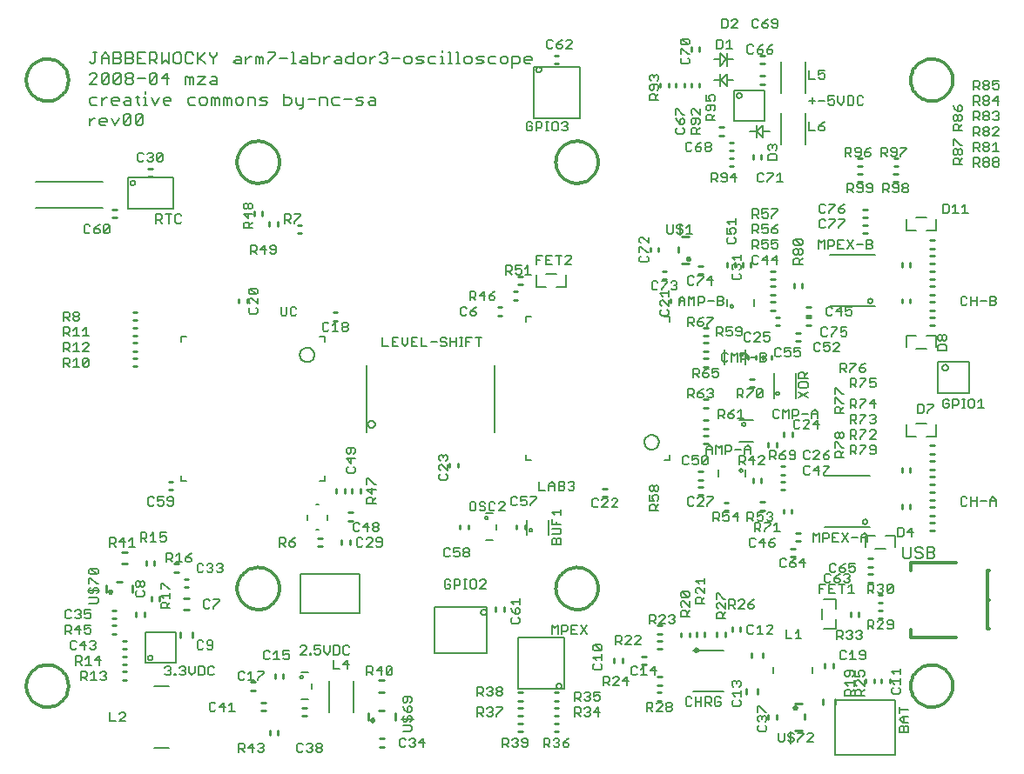
<source format=gto>
G75*
G70*
%OFA0B0*%
%FSLAX24Y24*%
%IPPOS*%
%LPD*%
%AMOC8*
5,1,8,0,0,1.08239X$1,22.5*
%
%ADD10C,0.0070*%
%ADD11C,0.0050*%
%ADD12C,0.0060*%
%ADD13C,0.0118*%
%ADD14C,0.0100*%
%ADD15C,0.0080*%
%ADD16C,0.0148*%
D10*
X005232Y026384D02*
X005232Y026671D01*
X005232Y026528D02*
X005376Y026671D01*
X005448Y026671D01*
X005616Y026599D02*
X005688Y026671D01*
X005831Y026671D01*
X005903Y026599D01*
X005903Y026528D01*
X005616Y026528D01*
X005616Y026599D02*
X005616Y026456D01*
X005688Y026384D01*
X005831Y026384D01*
X006076Y026671D02*
X006220Y026384D01*
X006363Y026671D01*
X006537Y026743D02*
X006537Y026456D01*
X006824Y026743D01*
X006824Y026456D01*
X006752Y026384D01*
X006609Y026384D01*
X006537Y026456D01*
X006537Y026743D02*
X006609Y026815D01*
X006752Y026815D01*
X006824Y026743D01*
X006997Y026743D02*
X007069Y026815D01*
X007212Y026815D01*
X007284Y026743D01*
X006997Y026456D01*
X007069Y026384D01*
X007212Y026384D01*
X007284Y026456D01*
X007284Y026743D01*
X006997Y026743D02*
X006997Y026456D01*
X007141Y027172D02*
X007069Y027243D01*
X007069Y027530D01*
X006997Y027459D02*
X007141Y027459D01*
X007304Y027459D02*
X007376Y027459D01*
X007376Y027172D01*
X007447Y027172D02*
X007304Y027172D01*
X007611Y027459D02*
X007754Y027172D01*
X007898Y027459D01*
X008071Y027387D02*
X008143Y027459D01*
X008286Y027459D01*
X008358Y027387D01*
X008358Y027315D01*
X008071Y027315D01*
X008071Y027243D02*
X008071Y027387D01*
X008071Y027243D02*
X008143Y027172D01*
X008286Y027172D01*
X008992Y027243D02*
X009064Y027172D01*
X009279Y027172D01*
X009452Y027243D02*
X009524Y027172D01*
X009668Y027172D01*
X009739Y027243D01*
X009739Y027387D01*
X009668Y027459D01*
X009524Y027459D01*
X009452Y027387D01*
X009452Y027243D01*
X009279Y027459D02*
X009064Y027459D01*
X008992Y027387D01*
X008992Y027243D01*
X009059Y027959D02*
X009059Y028174D01*
X009130Y028246D01*
X009202Y028174D01*
X009202Y027959D01*
X009376Y027959D02*
X009663Y028246D01*
X009376Y028246D01*
X009376Y027959D02*
X009663Y027959D01*
X009836Y028031D02*
X009908Y028103D01*
X010123Y028103D01*
X010123Y028174D02*
X010123Y027959D01*
X009908Y027959D01*
X009836Y028031D01*
X009908Y028246D02*
X010051Y028246D01*
X010123Y028174D01*
X009979Y028746D02*
X009979Y028962D01*
X010123Y029105D01*
X010123Y029177D01*
X009979Y028962D02*
X009836Y029105D01*
X009836Y029177D01*
X009663Y029177D02*
X009376Y028890D01*
X009447Y028962D02*
X009663Y028746D01*
X009376Y028746D02*
X009376Y029177D01*
X009202Y029105D02*
X009130Y029177D01*
X008987Y029177D01*
X008915Y029105D01*
X008915Y028818D01*
X008987Y028746D01*
X009130Y028746D01*
X009202Y028818D01*
X008742Y028818D02*
X008742Y029105D01*
X008670Y029177D01*
X008527Y029177D01*
X008455Y029105D01*
X008455Y028818D01*
X008527Y028746D01*
X008670Y028746D01*
X008742Y028818D01*
X008281Y028746D02*
X008281Y029177D01*
X007995Y029177D02*
X007995Y028746D01*
X008138Y028890D01*
X008281Y028746D01*
X007821Y028746D02*
X007678Y028890D01*
X007749Y028890D02*
X007534Y028890D01*
X007534Y028746D02*
X007534Y029177D01*
X007749Y029177D01*
X007821Y029105D01*
X007821Y028962D01*
X007749Y028890D01*
X007361Y028746D02*
X007074Y028746D01*
X007074Y029177D01*
X007361Y029177D01*
X007217Y028962D02*
X007074Y028962D01*
X006900Y029033D02*
X006900Y029105D01*
X006829Y029177D01*
X006614Y029177D01*
X006614Y028746D01*
X006829Y028746D01*
X006900Y028818D01*
X006900Y028890D01*
X006829Y028962D01*
X006614Y028962D01*
X006440Y029033D02*
X006368Y028962D01*
X006153Y028962D01*
X005980Y028962D02*
X005693Y028962D01*
X005693Y029033D02*
X005836Y029177D01*
X005980Y029033D01*
X005980Y028746D01*
X006153Y028746D02*
X006368Y028746D01*
X006440Y028818D01*
X006440Y028890D01*
X006368Y028962D01*
X006440Y029033D02*
X006440Y029105D01*
X006368Y029177D01*
X006153Y029177D01*
X006153Y028746D01*
X005693Y028746D02*
X005693Y029033D01*
X005519Y029177D02*
X005376Y029177D01*
X005448Y029177D02*
X005448Y028818D01*
X005376Y028746D01*
X005304Y028746D01*
X005232Y028818D01*
X005304Y028389D02*
X005232Y028318D01*
X005304Y028389D02*
X005448Y028389D01*
X005519Y028318D01*
X005519Y028246D01*
X005232Y027959D01*
X005519Y027959D01*
X005693Y028031D02*
X005980Y028318D01*
X005980Y028031D01*
X005908Y027959D01*
X005765Y027959D01*
X005693Y028031D01*
X005693Y028318D01*
X005765Y028389D01*
X005908Y028389D01*
X005980Y028318D01*
X006153Y028318D02*
X006225Y028389D01*
X006368Y028389D01*
X006440Y028318D01*
X006153Y028031D01*
X006225Y027959D01*
X006368Y027959D01*
X006440Y028031D01*
X006440Y028318D01*
X006614Y028318D02*
X006614Y028246D01*
X006685Y028174D01*
X006829Y028174D01*
X006900Y028103D01*
X006900Y028031D01*
X006829Y027959D01*
X006685Y027959D01*
X006614Y028031D01*
X006614Y028103D01*
X006685Y028174D01*
X006829Y028174D02*
X006900Y028246D01*
X006900Y028318D01*
X006829Y028389D01*
X006685Y028389D01*
X006614Y028318D01*
X006153Y028318D02*
X006153Y028031D01*
X006148Y027459D02*
X006292Y027459D01*
X006363Y027387D01*
X006363Y027315D01*
X006076Y027315D01*
X006076Y027243D02*
X006076Y027387D01*
X006148Y027459D01*
X006076Y027243D02*
X006148Y027172D01*
X006292Y027172D01*
X006537Y027243D02*
X006609Y027315D01*
X006824Y027315D01*
X006824Y027387D02*
X006824Y027172D01*
X006609Y027172D01*
X006537Y027243D01*
X006609Y027459D02*
X006752Y027459D01*
X006824Y027387D01*
X007376Y027602D02*
X007376Y027674D01*
X007606Y027959D02*
X007534Y028031D01*
X007821Y028318D01*
X007821Y028031D01*
X007749Y027959D01*
X007606Y027959D01*
X007534Y028031D02*
X007534Y028318D01*
X007606Y028389D01*
X007749Y028389D01*
X007821Y028318D01*
X007995Y028174D02*
X008281Y028174D01*
X008210Y027959D02*
X008210Y028389D01*
X007995Y028174D01*
X007361Y028174D02*
X007074Y028174D01*
X006829Y028962D02*
X006900Y029033D01*
X005908Y027459D02*
X005836Y027459D01*
X005693Y027315D01*
X005693Y027172D02*
X005693Y027459D01*
X005519Y027459D02*
X005304Y027459D01*
X005232Y027387D01*
X005232Y027243D01*
X005304Y027172D01*
X005519Y027172D01*
X008915Y027959D02*
X008915Y028246D01*
X008987Y028246D01*
X009059Y028174D01*
X009913Y027459D02*
X009984Y027459D01*
X010056Y027387D01*
X010128Y027459D01*
X010200Y027387D01*
X010200Y027172D01*
X010056Y027172D02*
X010056Y027387D01*
X009913Y027459D02*
X009913Y027172D01*
X010373Y027172D02*
X010373Y027459D01*
X010445Y027459D01*
X010516Y027387D01*
X010588Y027459D01*
X010660Y027387D01*
X010660Y027172D01*
X010516Y027172D02*
X010516Y027387D01*
X010833Y027387D02*
X010905Y027459D01*
X011049Y027459D01*
X011120Y027387D01*
X011120Y027243D01*
X011049Y027172D01*
X010905Y027172D01*
X010833Y027243D01*
X010833Y027387D01*
X011294Y027459D02*
X011509Y027459D01*
X011581Y027387D01*
X011581Y027172D01*
X011754Y027172D02*
X011969Y027172D01*
X012041Y027243D01*
X011969Y027315D01*
X011826Y027315D01*
X011754Y027387D01*
X011826Y027459D01*
X012041Y027459D01*
X012675Y027459D02*
X012890Y027459D01*
X012962Y027387D01*
X012962Y027243D01*
X012890Y027172D01*
X012675Y027172D01*
X012675Y027602D01*
X013135Y027459D02*
X013135Y027243D01*
X013207Y027172D01*
X013422Y027172D01*
X013422Y027100D02*
X013350Y027028D01*
X013279Y027028D01*
X013422Y027100D02*
X013422Y027459D01*
X013596Y027387D02*
X013882Y027387D01*
X014056Y027459D02*
X014056Y027172D01*
X014056Y027459D02*
X014271Y027459D01*
X014343Y027387D01*
X014343Y027172D01*
X014516Y027243D02*
X014588Y027172D01*
X014803Y027172D01*
X014977Y027387D02*
X015264Y027387D01*
X015437Y027387D02*
X015509Y027459D01*
X015724Y027459D01*
X015652Y027315D02*
X015509Y027315D01*
X015437Y027387D01*
X015437Y027172D02*
X015652Y027172D01*
X015724Y027243D01*
X015652Y027315D01*
X015897Y027243D02*
X015969Y027315D01*
X016184Y027315D01*
X016184Y027387D02*
X016184Y027172D01*
X015969Y027172D01*
X015897Y027243D01*
X015969Y027459D02*
X016112Y027459D01*
X016184Y027387D01*
X014803Y027459D02*
X014588Y027459D01*
X014516Y027387D01*
X014516Y027243D01*
X014665Y028746D02*
X014593Y028818D01*
X014665Y028890D01*
X014880Y028890D01*
X014880Y028962D02*
X014880Y028746D01*
X014665Y028746D01*
X014665Y029033D02*
X014808Y029033D01*
X014880Y028962D01*
X015053Y028962D02*
X015125Y029033D01*
X015340Y029033D01*
X015340Y029177D02*
X015340Y028746D01*
X015125Y028746D01*
X015053Y028818D01*
X015053Y028962D01*
X015514Y028962D02*
X015514Y028818D01*
X015585Y028746D01*
X015729Y028746D01*
X015801Y028818D01*
X015801Y028962D01*
X015729Y029033D01*
X015585Y029033D01*
X015514Y028962D01*
X015974Y029033D02*
X015974Y028746D01*
X015974Y028890D02*
X016117Y029033D01*
X016189Y029033D01*
X016358Y029105D02*
X016429Y029177D01*
X016573Y029177D01*
X016645Y029105D01*
X016645Y029033D01*
X016573Y028962D01*
X016645Y028890D01*
X016645Y028818D01*
X016573Y028746D01*
X016429Y028746D01*
X016358Y028818D01*
X016501Y028962D02*
X016573Y028962D01*
X016818Y028962D02*
X017105Y028962D01*
X017278Y028962D02*
X017278Y028818D01*
X017350Y028746D01*
X017494Y028746D01*
X017565Y028818D01*
X017565Y028962D01*
X017494Y029033D01*
X017350Y029033D01*
X017278Y028962D01*
X017739Y028962D02*
X017810Y029033D01*
X018026Y029033D01*
X017954Y028890D02*
X017810Y028890D01*
X017739Y028962D01*
X017739Y028746D02*
X017954Y028746D01*
X018026Y028818D01*
X017954Y028890D01*
X018199Y028962D02*
X018199Y028818D01*
X018271Y028746D01*
X018486Y028746D01*
X018659Y028746D02*
X018803Y028746D01*
X018731Y028746D02*
X018731Y029033D01*
X018659Y029033D01*
X018731Y029177D02*
X018731Y029249D01*
X018966Y029177D02*
X019038Y029177D01*
X019038Y028746D01*
X018966Y028746D02*
X019110Y028746D01*
X019273Y028746D02*
X019417Y028746D01*
X019345Y028746D02*
X019345Y029177D01*
X019273Y029177D01*
X019580Y028962D02*
X019580Y028818D01*
X019652Y028746D01*
X019795Y028746D01*
X019867Y028818D01*
X019867Y028962D01*
X019795Y029033D01*
X019652Y029033D01*
X019580Y028962D01*
X020040Y028962D02*
X020112Y029033D01*
X020327Y029033D01*
X020256Y028890D02*
X020327Y028818D01*
X020256Y028746D01*
X020040Y028746D01*
X020112Y028890D02*
X020040Y028962D01*
X020112Y028890D02*
X020256Y028890D01*
X020501Y028962D02*
X020501Y028818D01*
X020573Y028746D01*
X020788Y028746D01*
X020961Y028818D02*
X021033Y028746D01*
X021176Y028746D01*
X021248Y028818D01*
X021248Y028962D01*
X021176Y029033D01*
X021033Y029033D01*
X020961Y028962D01*
X020961Y028818D01*
X020788Y029033D02*
X020573Y029033D01*
X020501Y028962D01*
X021422Y029033D02*
X021422Y028603D01*
X021422Y028746D02*
X021637Y028746D01*
X021708Y028818D01*
X021708Y028962D01*
X021637Y029033D01*
X021422Y029033D01*
X021882Y028962D02*
X021954Y029033D01*
X022097Y029033D01*
X022169Y028962D01*
X022169Y028890D01*
X021882Y028890D01*
X021882Y028818D02*
X021882Y028962D01*
X021882Y028818D02*
X021954Y028746D01*
X022097Y028746D01*
X018486Y029033D02*
X018271Y029033D01*
X018199Y028962D01*
X014425Y029033D02*
X014353Y029033D01*
X014209Y028890D01*
X014209Y029033D02*
X014209Y028746D01*
X014036Y028818D02*
X014036Y028962D01*
X013964Y029033D01*
X013749Y029033D01*
X013749Y029177D02*
X013749Y028746D01*
X013964Y028746D01*
X014036Y028818D01*
X013576Y028746D02*
X013360Y028746D01*
X013289Y028818D01*
X013360Y028890D01*
X013576Y028890D01*
X013576Y028962D02*
X013576Y028746D01*
X013576Y028962D02*
X013504Y029033D01*
X013360Y029033D01*
X013053Y029177D02*
X013053Y028746D01*
X012982Y028746D02*
X013125Y028746D01*
X012808Y028962D02*
X012521Y028962D01*
X012348Y029105D02*
X012061Y028818D01*
X012061Y028746D01*
X011888Y028746D02*
X011888Y028962D01*
X011816Y029033D01*
X011744Y028962D01*
X011744Y028746D01*
X011601Y028746D02*
X011601Y029033D01*
X011672Y029033D01*
X011744Y028962D01*
X011432Y029033D02*
X011361Y029033D01*
X011217Y028890D01*
X011217Y029033D02*
X011217Y028746D01*
X011044Y028746D02*
X010828Y028746D01*
X010757Y028818D01*
X010828Y028890D01*
X011044Y028890D01*
X011044Y028962D02*
X011044Y028746D01*
X011044Y028962D02*
X010972Y029033D01*
X010828Y029033D01*
X012061Y029177D02*
X012348Y029177D01*
X012348Y029105D01*
X012982Y029177D02*
X013053Y029177D01*
X011294Y027459D02*
X011294Y027172D01*
X036383Y010222D02*
X036383Y009863D01*
X036455Y009792D01*
X036598Y009792D01*
X036670Y009863D01*
X036670Y010222D01*
X036843Y010150D02*
X036843Y010079D01*
X036915Y010007D01*
X037058Y010007D01*
X037130Y009935D01*
X037130Y009863D01*
X037058Y009792D01*
X036915Y009792D01*
X036843Y009863D01*
X036843Y010150D02*
X036915Y010222D01*
X037058Y010222D01*
X037130Y010150D01*
X037304Y010222D02*
X037519Y010222D01*
X037591Y010150D01*
X037591Y010079D01*
X037519Y010007D01*
X037304Y010007D01*
X037519Y010007D02*
X037591Y009935D01*
X037591Y009863D01*
X037519Y009792D01*
X037304Y009792D01*
X037304Y010222D01*
D11*
X036083Y010208D02*
X036083Y010660D01*
X035709Y010660D01*
X035316Y010660D02*
X034942Y010660D01*
X034942Y010208D01*
X035316Y010149D02*
X035709Y010149D01*
X035099Y010975D02*
X033367Y010975D01*
X034834Y011192D02*
X034836Y011211D01*
X034842Y011229D01*
X034852Y011245D01*
X034865Y011259D01*
X034881Y011270D01*
X034898Y011277D01*
X034917Y011280D01*
X034936Y011279D01*
X034955Y011274D01*
X034971Y011265D01*
X034986Y011253D01*
X034997Y011237D01*
X035005Y011220D01*
X035009Y011202D01*
X035009Y011182D01*
X035005Y011164D01*
X034997Y011147D01*
X034986Y011131D01*
X034971Y011119D01*
X034955Y011110D01*
X034936Y011105D01*
X034917Y011104D01*
X034898Y011107D01*
X034881Y011114D01*
X034865Y011125D01*
X034852Y011139D01*
X034842Y011155D01*
X034836Y011173D01*
X034834Y011192D01*
X035099Y012944D02*
X033367Y012944D01*
X030650Y014263D02*
X030099Y014263D01*
X030214Y014932D02*
X030216Y014948D01*
X030222Y014963D01*
X030232Y014976D01*
X030245Y014986D01*
X030260Y014992D01*
X030276Y014994D01*
X030292Y014992D01*
X030307Y014986D01*
X030320Y014976D01*
X030330Y014963D01*
X030336Y014948D01*
X030338Y014932D01*
X030336Y014916D01*
X030330Y014901D01*
X030320Y014888D01*
X030307Y014878D01*
X030292Y014872D01*
X030276Y014870D01*
X030260Y014872D01*
X030245Y014878D01*
X030232Y014888D01*
X030222Y014901D01*
X030216Y014916D01*
X030214Y014932D01*
X030099Y015089D02*
X030650Y015089D01*
X031457Y015936D02*
X031457Y016881D01*
X032284Y016881D02*
X032284Y015936D01*
X031513Y016113D02*
X031515Y016129D01*
X031521Y016144D01*
X031531Y016157D01*
X031544Y016167D01*
X031559Y016173D01*
X031575Y016175D01*
X031591Y016173D01*
X031606Y016167D01*
X031619Y016157D01*
X031629Y016144D01*
X031635Y016129D01*
X031637Y016113D01*
X031635Y016097D01*
X031629Y016082D01*
X031619Y016069D01*
X031606Y016059D01*
X031591Y016053D01*
X031575Y016051D01*
X031559Y016053D01*
X031544Y016059D01*
X031531Y016069D01*
X031521Y016082D01*
X031515Y016097D01*
X031513Y016113D01*
X030355Y017235D02*
X030355Y017786D01*
X030135Y017609D02*
X030137Y017625D01*
X030143Y017640D01*
X030153Y017653D01*
X030166Y017663D01*
X030181Y017669D01*
X030197Y017671D01*
X030213Y017669D01*
X030228Y017663D01*
X030241Y017653D01*
X030251Y017640D01*
X030257Y017625D01*
X030259Y017609D01*
X030257Y017593D01*
X030251Y017578D01*
X030241Y017565D01*
X030228Y017555D01*
X030213Y017549D01*
X030197Y017547D01*
X030181Y017549D01*
X030166Y017555D01*
X030153Y017565D01*
X030143Y017578D01*
X030137Y017593D01*
X030135Y017609D01*
X029528Y017786D02*
X029528Y017235D01*
X027442Y018869D02*
X027442Y019066D01*
X027245Y019066D01*
X023485Y020188D02*
X023485Y020641D01*
X023111Y020700D02*
X022717Y020700D01*
X022343Y020641D02*
X022343Y020188D01*
X022717Y020188D01*
X023111Y020188D02*
X023485Y020188D01*
X022127Y019066D02*
X021930Y019066D01*
X021930Y018869D01*
X020749Y017196D02*
X020749Y014637D01*
X021930Y013751D02*
X021930Y013554D01*
X022127Y013554D01*
X021969Y011251D02*
X021969Y010700D01*
X022065Y010877D02*
X022067Y010893D01*
X022073Y010908D01*
X022083Y010921D01*
X022096Y010931D01*
X022111Y010937D01*
X022127Y010939D01*
X022143Y010937D01*
X022158Y010931D01*
X022171Y010921D01*
X022181Y010908D01*
X022187Y010893D01*
X022189Y010877D01*
X022187Y010861D01*
X022181Y010846D01*
X022171Y010833D01*
X022158Y010823D01*
X022143Y010817D01*
X022127Y010815D01*
X022111Y010817D01*
X022096Y010823D01*
X022083Y010833D01*
X022073Y010846D01*
X022067Y010861D01*
X022065Y010877D01*
X022796Y010700D02*
X022796Y011251D01*
X026475Y014243D02*
X026477Y014277D01*
X026483Y014310D01*
X026493Y014342D01*
X026507Y014372D01*
X026524Y014401D01*
X026545Y014427D01*
X026569Y014451D01*
X026595Y014472D01*
X026624Y014489D01*
X026654Y014503D01*
X026686Y014513D01*
X026719Y014519D01*
X026753Y014521D01*
X026787Y014519D01*
X026820Y014513D01*
X026852Y014503D01*
X026882Y014489D01*
X026911Y014472D01*
X026937Y014451D01*
X026961Y014427D01*
X026982Y014401D01*
X026999Y014372D01*
X027013Y014342D01*
X027023Y014310D01*
X027029Y014277D01*
X027031Y014243D01*
X027029Y014209D01*
X027023Y014176D01*
X027013Y014144D01*
X026999Y014114D01*
X026982Y014085D01*
X026961Y014059D01*
X026937Y014035D01*
X026911Y014014D01*
X026882Y013997D01*
X026852Y013983D01*
X026820Y013973D01*
X026787Y013967D01*
X026753Y013965D01*
X026719Y013967D01*
X026686Y013973D01*
X026654Y013983D01*
X026624Y013997D01*
X026595Y014014D01*
X026569Y014035D01*
X026545Y014059D01*
X026524Y014085D01*
X026507Y014114D01*
X026493Y014144D01*
X026483Y014176D01*
X026477Y014209D01*
X026475Y014243D01*
X027245Y013554D02*
X027442Y013554D01*
X027442Y013751D01*
X033347Y008219D02*
X033800Y008219D01*
X033800Y007845D01*
X033800Y007452D02*
X033800Y007078D01*
X033347Y007078D01*
X033288Y007452D02*
X033288Y007845D01*
X032914Y005621D02*
X032914Y005385D01*
X033760Y004341D02*
X033760Y002255D01*
X036083Y002255D01*
X036083Y004341D01*
X033760Y004341D01*
X031418Y005385D02*
X031418Y005621D01*
X029509Y006271D02*
X028327Y006271D01*
X028394Y006271D02*
X028396Y006288D01*
X028402Y006304D01*
X028412Y006318D01*
X028425Y006329D01*
X028440Y006337D01*
X028456Y006341D01*
X028474Y006341D01*
X028490Y006337D01*
X028505Y006329D01*
X028518Y006318D01*
X028528Y006304D01*
X028534Y006288D01*
X028536Y006271D01*
X028534Y006254D01*
X028528Y006238D01*
X028518Y006224D01*
X028505Y006213D01*
X028490Y006205D01*
X028474Y006201D01*
X028456Y006201D01*
X028440Y006205D01*
X028425Y006213D01*
X028412Y006224D01*
X028402Y006238D01*
X028396Y006254D01*
X028394Y006271D01*
X028327Y004696D02*
X029509Y004696D01*
X023406Y004794D02*
X021634Y004794D01*
X021634Y006763D01*
X023406Y006763D01*
X023406Y004794D01*
X023111Y004893D02*
X023113Y004913D01*
X023119Y004932D01*
X023129Y004949D01*
X023141Y004964D01*
X023157Y004976D01*
X023175Y004985D01*
X023194Y004990D01*
X023214Y004991D01*
X023234Y004988D01*
X023252Y004981D01*
X023269Y004970D01*
X023283Y004957D01*
X023295Y004941D01*
X023303Y004922D01*
X023306Y004903D01*
X023306Y004883D01*
X023303Y004864D01*
X023295Y004845D01*
X023283Y004829D01*
X023269Y004816D01*
X023252Y004805D01*
X023234Y004798D01*
X023214Y004795D01*
X023194Y004796D01*
X023175Y004801D01*
X023157Y004810D01*
X023141Y004822D01*
X023129Y004837D01*
X023119Y004854D01*
X023113Y004873D01*
X023111Y004893D01*
X020426Y006156D02*
X020426Y007928D01*
X018457Y007928D01*
X018457Y006156D01*
X020426Y006156D01*
X020221Y007723D02*
X020223Y007744D01*
X020229Y007764D01*
X020239Y007782D01*
X020252Y007798D01*
X020268Y007811D01*
X020286Y007821D01*
X020306Y007827D01*
X020327Y007829D01*
X020348Y007827D01*
X020368Y007821D01*
X020386Y007811D01*
X020402Y007798D01*
X020415Y007782D01*
X020425Y007764D01*
X020431Y007744D01*
X020433Y007723D01*
X020431Y007702D01*
X020425Y007682D01*
X020415Y007664D01*
X020402Y007648D01*
X020386Y007635D01*
X020368Y007625D01*
X020348Y007619D01*
X020327Y007617D01*
X020306Y007619D01*
X020286Y007625D01*
X020268Y007635D01*
X020252Y007648D01*
X020239Y007664D01*
X020229Y007682D01*
X020223Y007702D01*
X020221Y007723D01*
X015581Y007698D02*
X015581Y009174D01*
X013318Y009174D01*
X013318Y007698D01*
X015581Y007698D01*
X015351Y005101D02*
X015351Y003881D01*
X014406Y003881D02*
X014406Y005101D01*
X008544Y005778D02*
X007363Y005778D01*
X007363Y006960D01*
X008544Y006960D01*
X008544Y005778D01*
X007462Y005975D02*
X007464Y005995D01*
X007470Y006014D01*
X007480Y006031D01*
X007492Y006046D01*
X007508Y006058D01*
X007526Y006067D01*
X007545Y006072D01*
X007565Y006073D01*
X007585Y006070D01*
X007603Y006063D01*
X007620Y006052D01*
X007634Y006039D01*
X007646Y006023D01*
X007654Y006004D01*
X007657Y005985D01*
X007657Y005965D01*
X007654Y005946D01*
X007646Y005927D01*
X007634Y005911D01*
X007620Y005898D01*
X007603Y005887D01*
X007585Y005880D01*
X007565Y005877D01*
X007545Y005878D01*
X007526Y005883D01*
X007508Y005892D01*
X007492Y005904D01*
X007480Y005919D01*
X007470Y005936D01*
X007464Y005955D01*
X007462Y005975D01*
X007717Y004893D02*
X008268Y004893D01*
X008268Y002530D02*
X007717Y002530D01*
X013918Y010877D02*
X014016Y010877D01*
X014351Y011251D02*
X014351Y011467D01*
X014016Y011861D02*
X013918Y011861D01*
X013564Y011467D02*
X013564Y011251D01*
X014056Y012767D02*
X014253Y012767D01*
X014253Y012963D01*
X015827Y014637D02*
X015827Y017196D01*
X014253Y018082D02*
X014253Y018278D01*
X014056Y018278D01*
X013286Y017589D02*
X013288Y017623D01*
X013294Y017656D01*
X013304Y017688D01*
X013318Y017718D01*
X013335Y017747D01*
X013356Y017773D01*
X013380Y017797D01*
X013406Y017818D01*
X013435Y017835D01*
X013465Y017849D01*
X013497Y017859D01*
X013530Y017865D01*
X013564Y017867D01*
X013598Y017865D01*
X013631Y017859D01*
X013663Y017849D01*
X013693Y017835D01*
X013722Y017818D01*
X013748Y017797D01*
X013772Y017773D01*
X013793Y017747D01*
X013810Y017718D01*
X013824Y017688D01*
X013834Y017656D01*
X013840Y017623D01*
X013842Y017589D01*
X013840Y017555D01*
X013834Y017522D01*
X013824Y017490D01*
X013810Y017460D01*
X013793Y017431D01*
X013772Y017405D01*
X013748Y017381D01*
X013722Y017360D01*
X013693Y017343D01*
X013663Y017329D01*
X013631Y017319D01*
X013598Y017313D01*
X013564Y017311D01*
X013530Y017313D01*
X013497Y017319D01*
X013465Y017329D01*
X013435Y017343D01*
X013406Y017360D01*
X013380Y017381D01*
X013356Y017405D01*
X013335Y017431D01*
X013318Y017460D01*
X013304Y017490D01*
X013294Y017522D01*
X013288Y017555D01*
X013286Y017589D01*
X015885Y014932D02*
X015887Y014955D01*
X015893Y014978D01*
X015903Y015000D01*
X015916Y015019D01*
X015932Y015036D01*
X015951Y015050D01*
X015972Y015061D01*
X015995Y015068D01*
X016018Y015071D01*
X016042Y015070D01*
X016065Y015065D01*
X016087Y015056D01*
X016107Y015044D01*
X016124Y015028D01*
X016139Y015010D01*
X016151Y014989D01*
X016159Y014967D01*
X016162Y014944D01*
X016162Y014920D01*
X016159Y014897D01*
X016151Y014875D01*
X016139Y014854D01*
X016124Y014836D01*
X016107Y014820D01*
X016087Y014808D01*
X016065Y014799D01*
X016042Y014794D01*
X016018Y014793D01*
X015995Y014796D01*
X015972Y014803D01*
X015951Y014814D01*
X015932Y014828D01*
X015916Y014845D01*
X015903Y014864D01*
X015893Y014886D01*
X015887Y014909D01*
X015885Y014932D01*
X008938Y012767D02*
X008741Y012767D01*
X008741Y012963D01*
X008741Y018082D02*
X008741Y018278D01*
X008938Y018278D01*
X008426Y023200D02*
X006694Y023200D01*
X006694Y024381D01*
X008426Y024381D01*
X008426Y023200D01*
X006802Y024184D02*
X006804Y024203D01*
X006810Y024221D01*
X006820Y024237D01*
X006833Y024251D01*
X006849Y024262D01*
X006866Y024269D01*
X006885Y024272D01*
X006904Y024271D01*
X006923Y024266D01*
X006939Y024257D01*
X006954Y024245D01*
X006965Y024229D01*
X006973Y024212D01*
X006977Y024194D01*
X006977Y024174D01*
X006973Y024156D01*
X006965Y024139D01*
X006954Y024123D01*
X006939Y024111D01*
X006923Y024102D01*
X006904Y024097D01*
X006885Y024096D01*
X006866Y024099D01*
X006849Y024106D01*
X006833Y024117D01*
X006820Y024131D01*
X006810Y024147D01*
X006804Y024165D01*
X006802Y024184D01*
X005749Y024223D02*
X003190Y024223D01*
X003190Y023239D02*
X005749Y023239D01*
X022225Y026645D02*
X023997Y026645D01*
X023997Y028613D01*
X022225Y028613D01*
X022225Y026645D01*
X022324Y028515D02*
X022326Y028536D01*
X022332Y028556D01*
X022342Y028574D01*
X022355Y028590D01*
X022371Y028603D01*
X022389Y028613D01*
X022409Y028619D01*
X022430Y028621D01*
X022451Y028619D01*
X022471Y028613D01*
X022489Y028603D01*
X022505Y028590D01*
X022518Y028574D01*
X022528Y028556D01*
X022534Y028536D01*
X022536Y028515D01*
X022534Y028494D01*
X022528Y028474D01*
X022518Y028456D01*
X022505Y028440D01*
X022489Y028427D01*
X022471Y028417D01*
X022451Y028411D01*
X022430Y028409D01*
X022409Y028411D01*
X022389Y028417D01*
X022371Y028427D01*
X022355Y028440D01*
X022342Y028456D01*
X022332Y028474D01*
X022326Y028494D01*
X022324Y028515D01*
X029134Y028908D02*
X029371Y028908D01*
X029371Y028672D01*
X029607Y028908D01*
X029883Y028908D01*
X029607Y028908D02*
X029371Y029145D01*
X029371Y028908D01*
X029627Y029145D02*
X029627Y028672D01*
X029646Y028357D02*
X029410Y028121D01*
X029134Y028121D01*
X029410Y028121D02*
X029646Y027885D01*
X029646Y028121D01*
X029883Y028121D01*
X029646Y028121D02*
X029646Y028357D01*
X029390Y028357D02*
X029390Y027885D01*
X029902Y027727D02*
X031083Y027727D01*
X031083Y026546D01*
X029902Y026546D01*
X029902Y027727D01*
X030001Y027530D02*
X030003Y027550D01*
X030009Y027569D01*
X030019Y027586D01*
X030031Y027601D01*
X030047Y027613D01*
X030065Y027622D01*
X030084Y027627D01*
X030104Y027628D01*
X030124Y027625D01*
X030142Y027618D01*
X030159Y027607D01*
X030173Y027594D01*
X030185Y027578D01*
X030193Y027559D01*
X030196Y027540D01*
X030196Y027520D01*
X030193Y027501D01*
X030185Y027482D01*
X030173Y027466D01*
X030159Y027453D01*
X030142Y027442D01*
X030124Y027435D01*
X030104Y027432D01*
X030084Y027433D01*
X030065Y027438D01*
X030047Y027447D01*
X030031Y027459D01*
X030019Y027474D01*
X030009Y027491D01*
X030003Y027510D01*
X030001Y027530D01*
X030768Y026389D02*
X030768Y025916D01*
X030788Y026152D02*
X030512Y026152D01*
X030788Y026152D02*
X031024Y025916D01*
X031024Y026152D01*
X031260Y026152D01*
X031024Y026152D02*
X031024Y026389D01*
X030788Y026152D01*
X031694Y025641D02*
X031694Y026861D01*
X031694Y027609D02*
X031694Y028830D01*
X032638Y028830D02*
X032638Y027609D01*
X032638Y026861D02*
X032638Y025641D01*
X036516Y022806D02*
X036516Y022353D01*
X036890Y022353D01*
X037284Y022353D02*
X037658Y022353D01*
X037658Y022806D01*
X037284Y022865D02*
X036890Y022865D01*
X035296Y021408D02*
X033564Y021408D01*
X035031Y019656D02*
X035033Y019675D01*
X035039Y019693D01*
X035049Y019709D01*
X035062Y019723D01*
X035078Y019734D01*
X035095Y019741D01*
X035114Y019744D01*
X035133Y019743D01*
X035152Y019738D01*
X035168Y019729D01*
X035183Y019717D01*
X035194Y019701D01*
X035202Y019684D01*
X035206Y019666D01*
X035206Y019646D01*
X035202Y019628D01*
X035194Y019611D01*
X035183Y019595D01*
X035168Y019583D01*
X035152Y019574D01*
X035133Y019569D01*
X035114Y019568D01*
X035095Y019571D01*
X035078Y019578D01*
X035062Y019589D01*
X035049Y019603D01*
X035039Y019619D01*
X035033Y019637D01*
X035031Y019656D01*
X035296Y019440D02*
X033564Y019440D01*
X036516Y018337D02*
X036516Y017885D01*
X036890Y017826D02*
X037284Y017826D01*
X037658Y017885D02*
X037658Y018337D01*
X037284Y018337D01*
X036890Y018337D02*
X036516Y018337D01*
X037717Y017314D02*
X038918Y017314D01*
X038918Y016113D01*
X037717Y016113D01*
X037717Y017314D01*
X037878Y017097D02*
X037880Y017119D01*
X037886Y017140D01*
X037896Y017159D01*
X037910Y017176D01*
X037926Y017191D01*
X037945Y017202D01*
X037966Y017209D01*
X037988Y017212D01*
X038009Y017211D01*
X038031Y017206D01*
X038050Y017197D01*
X038068Y017184D01*
X038083Y017168D01*
X038095Y017150D01*
X038103Y017129D01*
X038107Y017108D01*
X038107Y017086D01*
X038103Y017065D01*
X038095Y017044D01*
X038083Y017026D01*
X038068Y017010D01*
X038051Y016997D01*
X038031Y016988D01*
X038009Y016983D01*
X037988Y016982D01*
X037966Y016985D01*
X037945Y016992D01*
X037926Y017003D01*
X037910Y017018D01*
X037896Y017035D01*
X037886Y017054D01*
X037880Y017075D01*
X037878Y017097D01*
X037658Y014912D02*
X037658Y014460D01*
X037284Y014460D01*
X036890Y014460D02*
X036516Y014460D01*
X036516Y014912D01*
X036890Y014971D02*
X037284Y014971D01*
D12*
X006242Y003545D02*
X006015Y003545D01*
X006015Y003885D01*
X006383Y003828D02*
X006440Y003885D01*
X006553Y003885D01*
X006610Y003828D01*
X006610Y003771D01*
X006383Y003545D01*
X006610Y003545D01*
X005817Y005113D02*
X005703Y005113D01*
X005647Y005170D01*
X005505Y005113D02*
X005278Y005113D01*
X005392Y005113D02*
X005392Y005453D01*
X005278Y005340D01*
X005137Y005283D02*
X005080Y005227D01*
X004910Y005227D01*
X005023Y005227D02*
X005137Y005113D01*
X005137Y005283D02*
X005137Y005397D01*
X005080Y005453D01*
X004910Y005453D01*
X004910Y005113D01*
X005647Y005397D02*
X005703Y005453D01*
X005817Y005453D01*
X005873Y005397D01*
X005873Y005340D01*
X005817Y005283D01*
X005873Y005227D01*
X005873Y005170D01*
X005817Y005113D01*
X005817Y005283D02*
X005760Y005283D01*
X005620Y005704D02*
X005620Y006044D01*
X005450Y005874D01*
X005677Y005874D01*
X005308Y005704D02*
X005081Y005704D01*
X005195Y005704D02*
X005195Y006044D01*
X005081Y005931D01*
X004940Y005987D02*
X004940Y005874D01*
X004883Y005817D01*
X004713Y005817D01*
X004713Y005704D02*
X004713Y006044D01*
X004883Y006044D01*
X004940Y005987D01*
X004827Y005817D02*
X004940Y005704D01*
X005055Y006294D02*
X005055Y006635D01*
X004885Y006464D01*
X005111Y006464D01*
X005253Y006351D02*
X005310Y006294D01*
X005423Y006294D01*
X005480Y006351D01*
X005480Y006408D01*
X005423Y006464D01*
X005366Y006464D01*
X005423Y006464D02*
X005480Y006521D01*
X005480Y006578D01*
X005423Y006635D01*
X005310Y006635D01*
X005253Y006578D01*
X005226Y006885D02*
X005113Y006885D01*
X005056Y006941D01*
X005056Y007055D02*
X005169Y007112D01*
X005226Y007112D01*
X005283Y007055D01*
X005283Y006941D01*
X005226Y006885D01*
X005056Y007055D02*
X005056Y007225D01*
X005283Y007225D01*
X005226Y007475D02*
X005113Y007475D01*
X005056Y007532D01*
X005056Y007645D02*
X005169Y007702D01*
X005226Y007702D01*
X005283Y007645D01*
X005283Y007532D01*
X005226Y007475D01*
X005056Y007645D02*
X005056Y007816D01*
X005283Y007816D01*
X005221Y008072D02*
X005504Y008072D01*
X005561Y008129D01*
X005561Y008242D01*
X005504Y008299D01*
X005221Y008299D01*
X005278Y008441D02*
X005221Y008497D01*
X005221Y008611D01*
X005278Y008667D01*
X005391Y008611D02*
X005391Y008497D01*
X005334Y008441D01*
X005278Y008441D01*
X005164Y008554D02*
X005618Y008554D01*
X005561Y008497D02*
X005561Y008611D01*
X005504Y008667D01*
X005448Y008667D01*
X005391Y008611D01*
X005504Y008441D02*
X005561Y008497D01*
X005561Y008809D02*
X005504Y008809D01*
X005278Y009036D01*
X005221Y009036D01*
X005221Y008809D01*
X005278Y009177D02*
X005221Y009234D01*
X005221Y009347D01*
X005278Y009404D01*
X005504Y009177D01*
X005561Y009234D01*
X005561Y009347D01*
X005504Y009404D01*
X005278Y009404D01*
X005278Y009177D02*
X005504Y009177D01*
X006999Y008858D02*
X007056Y008915D01*
X007112Y008915D01*
X007169Y008858D01*
X007169Y008745D01*
X007112Y008688D01*
X007056Y008688D01*
X006999Y008745D01*
X006999Y008858D01*
X007169Y008858D02*
X007226Y008915D01*
X007282Y008915D01*
X007339Y008858D01*
X007339Y008745D01*
X007282Y008688D01*
X007226Y008688D01*
X007169Y008745D01*
X007056Y008547D02*
X006999Y008490D01*
X006999Y008377D01*
X007056Y008320D01*
X007282Y008320D01*
X007339Y008377D01*
X007339Y008490D01*
X007282Y008547D01*
X007977Y008612D02*
X007977Y008839D01*
X008034Y008839D01*
X008260Y008612D01*
X008317Y008612D01*
X008317Y008471D02*
X008317Y008244D01*
X008317Y008357D02*
X007977Y008357D01*
X008090Y008244D01*
X008034Y008102D02*
X008147Y008102D01*
X008204Y008045D01*
X008204Y007875D01*
X008317Y007875D02*
X007977Y007875D01*
X007977Y008045D01*
X008034Y008102D01*
X008204Y007989D02*
X008317Y008102D01*
X009609Y008153D02*
X009609Y007926D01*
X009666Y007869D01*
X009779Y007869D01*
X009836Y007926D01*
X009977Y007926D02*
X009977Y007869D01*
X009977Y007926D02*
X010204Y008153D01*
X010204Y008209D01*
X009977Y008209D01*
X009836Y008153D02*
X009779Y008209D01*
X009666Y008209D01*
X009609Y008153D01*
X009531Y009253D02*
X009588Y009310D01*
X009531Y009253D02*
X009418Y009253D01*
X009361Y009310D01*
X009361Y009537D01*
X009418Y009594D01*
X009531Y009594D01*
X009588Y009537D01*
X009730Y009537D02*
X009786Y009594D01*
X009900Y009594D01*
X009956Y009537D01*
X009956Y009480D01*
X009900Y009423D01*
X009956Y009367D01*
X009956Y009310D01*
X009900Y009253D01*
X009786Y009253D01*
X009730Y009310D01*
X009843Y009423D02*
X009900Y009423D01*
X010098Y009310D02*
X010155Y009253D01*
X010268Y009253D01*
X010325Y009310D01*
X010325Y009367D01*
X010268Y009423D01*
X010211Y009423D01*
X010268Y009423D02*
X010325Y009480D01*
X010325Y009537D01*
X010268Y009594D01*
X010155Y009594D01*
X010098Y009537D01*
X009144Y009704D02*
X009144Y009760D01*
X009087Y009817D01*
X008917Y009817D01*
X008917Y009704D01*
X008974Y009647D01*
X009087Y009647D01*
X009144Y009704D01*
X008917Y009817D02*
X009030Y009931D01*
X009144Y009987D01*
X008662Y009987D02*
X008662Y009647D01*
X008549Y009647D02*
X008775Y009647D01*
X008549Y009874D02*
X008662Y009987D01*
X008407Y009931D02*
X008407Y009817D01*
X008350Y009760D01*
X008180Y009760D01*
X008180Y009647D02*
X008180Y009987D01*
X008350Y009987D01*
X008407Y009931D01*
X008294Y009760D02*
X008407Y009647D01*
X008103Y010434D02*
X007989Y010434D01*
X007933Y010491D01*
X007933Y010605D02*
X008046Y010661D01*
X008103Y010661D01*
X008159Y010605D01*
X008159Y010491D01*
X008103Y010434D01*
X007933Y010605D02*
X007933Y010775D01*
X008159Y010775D01*
X007678Y010775D02*
X007678Y010434D01*
X007791Y010434D02*
X007564Y010434D01*
X007423Y010434D02*
X007309Y010548D01*
X007366Y010548D02*
X007196Y010548D01*
X007196Y010434D02*
X007196Y010775D01*
X007366Y010775D01*
X007423Y010718D01*
X007423Y010605D01*
X007366Y010548D01*
X007564Y010661D02*
X007678Y010775D01*
X006865Y010578D02*
X006865Y010238D01*
X006978Y010238D02*
X006751Y010238D01*
X006553Y010238D02*
X006553Y010578D01*
X006383Y010408D01*
X006610Y010408D01*
X006751Y010464D02*
X006865Y010578D01*
X006242Y010521D02*
X006242Y010408D01*
X006185Y010351D01*
X006015Y010351D01*
X006128Y010351D02*
X006242Y010238D01*
X006015Y010238D02*
X006015Y010578D01*
X006185Y010578D01*
X006242Y010521D01*
X007526Y011806D02*
X007469Y011863D01*
X007469Y012090D01*
X007526Y012146D01*
X007639Y012146D01*
X007696Y012090D01*
X007837Y012146D02*
X007837Y011976D01*
X007951Y012033D01*
X008007Y012033D01*
X008064Y011976D01*
X008064Y011863D01*
X008007Y011806D01*
X007894Y011806D01*
X007837Y011863D01*
X007696Y011863D02*
X007639Y011806D01*
X007526Y011806D01*
X007837Y012146D02*
X008064Y012146D01*
X008206Y012090D02*
X008206Y012033D01*
X008262Y011976D01*
X008432Y011976D01*
X008432Y011863D02*
X008432Y012090D01*
X008376Y012146D01*
X008262Y012146D01*
X008206Y012090D01*
X008206Y011863D02*
X008262Y011806D01*
X008376Y011806D01*
X008432Y011863D01*
X012511Y010578D02*
X012511Y010238D01*
X012511Y010351D02*
X012681Y010351D01*
X012738Y010408D01*
X012738Y010521D01*
X012681Y010578D01*
X012511Y010578D01*
X012624Y010351D02*
X012738Y010238D01*
X012879Y010294D02*
X012936Y010238D01*
X013049Y010238D01*
X013106Y010294D01*
X013106Y010351D01*
X013049Y010408D01*
X012879Y010408D01*
X012879Y010294D01*
X012879Y010408D02*
X012993Y010521D01*
X013106Y010578D01*
X015343Y010879D02*
X015400Y010822D01*
X015513Y010822D01*
X015570Y010879D01*
X015711Y010992D02*
X015938Y010992D01*
X016080Y011049D02*
X016080Y011105D01*
X016136Y011162D01*
X016250Y011162D01*
X016306Y011105D01*
X016306Y011049D01*
X016250Y010992D01*
X016136Y010992D01*
X016080Y011049D01*
X016136Y010992D02*
X016080Y010935D01*
X016080Y010879D01*
X016136Y010822D01*
X016250Y010822D01*
X016306Y010879D01*
X016306Y010935D01*
X016250Y010992D01*
X015881Y010822D02*
X015881Y011162D01*
X015711Y010992D01*
X015570Y011105D02*
X015513Y011162D01*
X015400Y011162D01*
X015343Y011105D01*
X015343Y010879D01*
X015520Y010578D02*
X015464Y010521D01*
X015464Y010294D01*
X015520Y010238D01*
X015634Y010238D01*
X015691Y010294D01*
X015832Y010238D02*
X016059Y010464D01*
X016059Y010521D01*
X016002Y010578D01*
X015889Y010578D01*
X015832Y010521D01*
X015691Y010521D02*
X015634Y010578D01*
X015520Y010578D01*
X015832Y010238D02*
X016059Y010238D01*
X016200Y010294D02*
X016257Y010238D01*
X016370Y010238D01*
X016427Y010294D01*
X016427Y010521D01*
X016370Y010578D01*
X016257Y010578D01*
X016200Y010521D01*
X016200Y010464D01*
X016257Y010408D01*
X016427Y010408D01*
X016197Y011889D02*
X015857Y011889D01*
X015857Y012059D01*
X015914Y012115D01*
X016027Y012115D01*
X016084Y012059D01*
X016084Y011889D01*
X016084Y012002D02*
X016197Y012115D01*
X016027Y012257D02*
X015857Y012427D01*
X016197Y012427D01*
X016027Y012484D02*
X016027Y012257D01*
X016141Y012625D02*
X016197Y012625D01*
X016141Y012625D02*
X015914Y012852D01*
X015857Y012852D01*
X015857Y012625D01*
X015410Y013126D02*
X015410Y013240D01*
X015353Y013296D01*
X015410Y013126D02*
X015353Y013070D01*
X015126Y013070D01*
X015070Y013126D01*
X015070Y013240D01*
X015126Y013296D01*
X015240Y013438D02*
X015240Y013665D01*
X015183Y013806D02*
X015240Y013863D01*
X015240Y014033D01*
X015353Y014033D02*
X015126Y014033D01*
X015070Y013976D01*
X015070Y013863D01*
X015126Y013806D01*
X015183Y013806D01*
X015353Y013806D02*
X015410Y013863D01*
X015410Y013976D01*
X015353Y014033D01*
X015410Y013608D02*
X015070Y013608D01*
X015240Y013438D01*
X018607Y013335D02*
X018607Y013222D01*
X018663Y013165D01*
X018663Y013023D02*
X018607Y012967D01*
X018607Y012853D01*
X018663Y012797D01*
X018890Y012797D01*
X018947Y012853D01*
X018947Y012967D01*
X018890Y013023D01*
X018947Y013165D02*
X018720Y013392D01*
X018663Y013392D01*
X018607Y013335D01*
X018663Y013533D02*
X018607Y013590D01*
X018607Y013703D01*
X018663Y013760D01*
X018720Y013760D01*
X018777Y013703D01*
X018834Y013760D01*
X018890Y013760D01*
X018947Y013703D01*
X018947Y013590D01*
X018890Y013533D01*
X018947Y013392D02*
X018947Y013165D01*
X018777Y013647D02*
X018777Y013703D01*
X019851Y011956D02*
X019794Y011899D01*
X019794Y011672D01*
X019851Y011616D01*
X019965Y011616D01*
X020021Y011672D01*
X020021Y011899D01*
X019965Y011956D01*
X019851Y011956D01*
X020163Y011899D02*
X020163Y011842D01*
X020219Y011786D01*
X020333Y011786D01*
X020390Y011729D01*
X020390Y011672D01*
X020333Y011616D01*
X020219Y011616D01*
X020163Y011672D01*
X020163Y011899D02*
X020219Y011956D01*
X020333Y011956D01*
X020390Y011899D01*
X020531Y011899D02*
X020531Y011672D01*
X020588Y011616D01*
X020701Y011616D01*
X020758Y011672D01*
X020899Y011616D02*
X021126Y011842D01*
X021126Y011899D01*
X021069Y011956D01*
X020956Y011956D01*
X020899Y011899D01*
X020758Y011899D02*
X020701Y011956D01*
X020588Y011956D01*
X020531Y011899D01*
X020899Y011616D02*
X021126Y011616D01*
X021369Y011869D02*
X021369Y012096D01*
X021426Y012153D01*
X021539Y012153D01*
X021596Y012096D01*
X021738Y012153D02*
X021738Y011982D01*
X021851Y012039D01*
X021908Y012039D01*
X021964Y011982D01*
X021964Y011869D01*
X021908Y011812D01*
X021794Y011812D01*
X021738Y011869D01*
X021596Y011869D02*
X021539Y011812D01*
X021426Y011812D01*
X021369Y011869D01*
X021738Y012153D02*
X021964Y012153D01*
X022106Y012153D02*
X022333Y012153D01*
X022333Y012096D01*
X022106Y011869D01*
X022106Y011812D01*
X022944Y011557D02*
X023284Y011557D01*
X023284Y011444D02*
X023284Y011671D01*
X023057Y011444D02*
X022944Y011557D01*
X022944Y011303D02*
X022944Y011076D01*
X023284Y011076D01*
X023227Y010934D02*
X022944Y010934D01*
X023114Y011076D02*
X023114Y011189D01*
X023227Y010934D02*
X023284Y010878D01*
X023284Y010764D01*
X023227Y010707D01*
X022944Y010707D01*
X023000Y010566D02*
X022944Y010509D01*
X022944Y010339D01*
X023284Y010339D01*
X023284Y010509D01*
X023227Y010566D01*
X023171Y010566D01*
X023114Y010509D01*
X023114Y010339D01*
X023114Y010509D02*
X023057Y010566D01*
X023000Y010566D01*
X024489Y011804D02*
X024545Y011747D01*
X024659Y011747D01*
X024716Y011804D01*
X024857Y011747D02*
X025084Y011974D01*
X025084Y012031D01*
X025027Y012087D01*
X024914Y012087D01*
X024857Y012031D01*
X024716Y012031D02*
X024659Y012087D01*
X024545Y012087D01*
X024489Y012031D01*
X024489Y011804D01*
X024857Y011747D02*
X025084Y011747D01*
X025225Y011747D02*
X025452Y011974D01*
X025452Y012031D01*
X025395Y012087D01*
X025282Y012087D01*
X025225Y012031D01*
X025225Y011747D02*
X025452Y011747D01*
X026678Y011786D02*
X026734Y011842D01*
X026848Y011842D01*
X026904Y011786D01*
X026904Y011616D01*
X026904Y011729D02*
X027018Y011842D01*
X026961Y011984D02*
X027018Y012041D01*
X027018Y012154D01*
X026961Y012211D01*
X026848Y012211D01*
X026791Y012154D01*
X026791Y012097D01*
X026848Y011984D01*
X026678Y011984D01*
X026678Y012211D01*
X026734Y012352D02*
X026791Y012352D01*
X026848Y012409D01*
X026848Y012522D01*
X026904Y012579D01*
X026961Y012579D01*
X027018Y012522D01*
X027018Y012409D01*
X026961Y012352D01*
X026904Y012352D01*
X026848Y012409D01*
X026848Y012522D02*
X026791Y012579D01*
X026734Y012579D01*
X026678Y012522D01*
X026678Y012409D01*
X026734Y012352D01*
X026678Y011786D02*
X026678Y011616D01*
X027018Y011616D01*
X028138Y011863D02*
X028195Y011806D01*
X028308Y011806D01*
X028365Y011863D01*
X028507Y011806D02*
X028733Y012033D01*
X028733Y012090D01*
X028677Y012146D01*
X028563Y012146D01*
X028507Y012090D01*
X028365Y012090D02*
X028308Y012146D01*
X028195Y012146D01*
X028138Y012090D01*
X028138Y011863D01*
X028507Y011806D02*
X028733Y011806D01*
X028875Y011806D02*
X028875Y011863D01*
X029102Y012090D01*
X029102Y012146D01*
X028875Y012146D01*
X029123Y011556D02*
X029293Y011556D01*
X029349Y011499D01*
X029349Y011386D01*
X029293Y011329D01*
X029123Y011329D01*
X029236Y011329D02*
X029349Y011216D01*
X029491Y011272D02*
X029548Y011216D01*
X029661Y011216D01*
X029718Y011272D01*
X029718Y011386D01*
X029661Y011442D01*
X029604Y011442D01*
X029491Y011386D01*
X029491Y011556D01*
X029718Y011556D01*
X029859Y011386D02*
X030086Y011386D01*
X030029Y011216D02*
X030029Y011556D01*
X029859Y011386D01*
X030424Y011335D02*
X030594Y011335D01*
X030651Y011392D01*
X030651Y011505D01*
X030594Y011562D01*
X030424Y011562D01*
X030424Y011222D01*
X030538Y011335D02*
X030651Y011222D01*
X030697Y011162D02*
X030867Y011162D01*
X030924Y011105D01*
X030924Y010992D01*
X030867Y010935D01*
X030697Y010935D01*
X030697Y010822D02*
X030697Y011162D01*
X030793Y011279D02*
X030849Y011222D01*
X030963Y011222D01*
X031019Y011279D01*
X031019Y011392D01*
X030963Y011449D01*
X030906Y011449D01*
X030793Y011392D01*
X030793Y011562D01*
X031019Y011562D01*
X031161Y011505D02*
X031218Y011562D01*
X031331Y011562D01*
X031388Y011505D01*
X031388Y011449D01*
X031331Y011392D01*
X031388Y011335D01*
X031388Y011279D01*
X031331Y011222D01*
X031218Y011222D01*
X031161Y011279D01*
X031066Y011162D02*
X031293Y011162D01*
X031293Y011105D01*
X031066Y010879D01*
X031066Y010822D01*
X030924Y010822D02*
X030811Y010935D01*
X030671Y010572D02*
X030557Y010572D01*
X030501Y010515D01*
X030501Y010288D01*
X030557Y010231D01*
X030671Y010231D01*
X030727Y010288D01*
X030869Y010401D02*
X031096Y010401D01*
X031237Y010401D02*
X031407Y010401D01*
X031464Y010345D01*
X031464Y010288D01*
X031407Y010231D01*
X031294Y010231D01*
X031237Y010288D01*
X031237Y010401D01*
X031351Y010515D01*
X031464Y010572D01*
X031434Y010822D02*
X031661Y010822D01*
X031547Y010822D02*
X031547Y011162D01*
X031434Y011049D01*
X031331Y011392D02*
X031274Y011392D01*
X031039Y010572D02*
X030869Y010401D01*
X030727Y010515D02*
X030671Y010572D01*
X031039Y010572D02*
X031039Y010231D01*
X031682Y009727D02*
X031682Y009501D01*
X031738Y009444D01*
X031852Y009444D01*
X031908Y009501D01*
X032050Y009501D02*
X032107Y009444D01*
X032220Y009444D01*
X032277Y009501D01*
X032277Y009557D01*
X032220Y009614D01*
X032050Y009614D01*
X032050Y009501D01*
X032050Y009614D02*
X032163Y009727D01*
X032277Y009784D01*
X032418Y009614D02*
X032645Y009614D01*
X032588Y009784D02*
X032418Y009614D01*
X032588Y009444D02*
X032588Y009784D01*
X031908Y009727D02*
X031852Y009784D01*
X031738Y009784D01*
X031682Y009727D01*
X032939Y010428D02*
X032939Y010768D01*
X033052Y010655D01*
X033166Y010768D01*
X033166Y010428D01*
X033307Y010428D02*
X033307Y010768D01*
X033477Y010768D01*
X033534Y010712D01*
X033534Y010598D01*
X033477Y010542D01*
X033307Y010542D01*
X033675Y010598D02*
X033789Y010598D01*
X033675Y010428D02*
X033902Y010428D01*
X034044Y010428D02*
X034271Y010768D01*
X034412Y010598D02*
X034639Y010598D01*
X034780Y010598D02*
X035007Y010598D01*
X035007Y010655D02*
X035007Y010428D01*
X034780Y010428D02*
X034780Y010655D01*
X034894Y010768D01*
X035007Y010655D01*
X034271Y010428D02*
X034044Y010768D01*
X033902Y010768D02*
X033675Y010768D01*
X033675Y010428D01*
X033631Y009594D02*
X033574Y009537D01*
X033574Y009310D01*
X033631Y009253D01*
X033744Y009253D01*
X033801Y009310D01*
X033942Y009310D02*
X033999Y009253D01*
X034112Y009253D01*
X034169Y009310D01*
X034169Y009367D01*
X034112Y009423D01*
X033942Y009423D01*
X033942Y009310D01*
X033942Y009423D02*
X034056Y009537D01*
X034169Y009594D01*
X034311Y009594D02*
X034311Y009423D01*
X034424Y009480D01*
X034481Y009480D01*
X034537Y009423D01*
X034537Y009310D01*
X034481Y009253D01*
X034367Y009253D01*
X034311Y009310D01*
X034284Y009200D02*
X034341Y009143D01*
X034341Y009086D01*
X034284Y009030D01*
X034341Y008973D01*
X034341Y008916D01*
X034284Y008860D01*
X034170Y008860D01*
X034114Y008916D01*
X034144Y008806D02*
X033917Y008806D01*
X033916Y008860D02*
X033972Y008916D01*
X033972Y008973D01*
X033916Y009030D01*
X033745Y009030D01*
X033745Y008916D01*
X033802Y008860D01*
X033916Y008860D01*
X034030Y008806D02*
X034030Y008466D01*
X033775Y008466D02*
X033549Y008466D01*
X033549Y008806D01*
X033775Y008806D01*
X033604Y008916D02*
X033547Y008860D01*
X033434Y008860D01*
X033377Y008916D01*
X033377Y009143D01*
X033434Y009200D01*
X033547Y009200D01*
X033604Y009143D01*
X033745Y009030D02*
X033859Y009143D01*
X033972Y009200D01*
X034114Y009143D02*
X034170Y009200D01*
X034284Y009200D01*
X034284Y009030D02*
X034227Y009030D01*
X034399Y008806D02*
X034399Y008466D01*
X034512Y008466D02*
X034285Y008466D01*
X034285Y008693D02*
X034399Y008806D01*
X033662Y008636D02*
X033549Y008636D01*
X033407Y008806D02*
X033180Y008806D01*
X033180Y008466D01*
X033180Y008636D02*
X033294Y008636D01*
X033801Y009537D02*
X033744Y009594D01*
X033631Y009594D01*
X034311Y009594D02*
X034537Y009594D01*
X035028Y008800D02*
X035198Y008800D01*
X035255Y008743D01*
X035255Y008630D01*
X035198Y008573D01*
X035028Y008573D01*
X035028Y008460D02*
X035028Y008800D01*
X035141Y008573D02*
X035255Y008460D01*
X035396Y008516D02*
X035453Y008460D01*
X035566Y008460D01*
X035623Y008516D01*
X035623Y008573D01*
X035566Y008630D01*
X035510Y008630D01*
X035566Y008630D02*
X035623Y008686D01*
X035623Y008743D01*
X035566Y008800D01*
X035453Y008800D01*
X035396Y008743D01*
X035765Y008743D02*
X035765Y008516D01*
X035992Y008743D01*
X035992Y008516D01*
X035935Y008460D01*
X035821Y008460D01*
X035765Y008516D01*
X035765Y008743D02*
X035821Y008800D01*
X035935Y008800D01*
X035992Y008743D01*
X035935Y007422D02*
X035821Y007422D01*
X035765Y007365D01*
X035765Y007309D01*
X035821Y007252D01*
X035992Y007252D01*
X035992Y007365D02*
X035992Y007138D01*
X035935Y007082D01*
X035821Y007082D01*
X035765Y007138D01*
X035623Y007082D02*
X035396Y007082D01*
X035623Y007309D01*
X035623Y007365D01*
X035566Y007422D01*
X035453Y007422D01*
X035396Y007365D01*
X035255Y007365D02*
X035255Y007252D01*
X035198Y007195D01*
X035028Y007195D01*
X035028Y007082D02*
X035028Y007422D01*
X035198Y007422D01*
X035255Y007365D01*
X035141Y007195D02*
X035255Y007082D01*
X034810Y006971D02*
X034810Y006915D01*
X034754Y006858D01*
X034810Y006801D01*
X034810Y006745D01*
X034754Y006688D01*
X034640Y006688D01*
X034584Y006745D01*
X034442Y006745D02*
X034385Y006688D01*
X034272Y006688D01*
X034215Y006745D01*
X034074Y006688D02*
X033960Y006801D01*
X034017Y006801D02*
X033847Y006801D01*
X033847Y006688D02*
X033847Y007028D01*
X034017Y007028D01*
X034074Y006971D01*
X034074Y006858D01*
X034017Y006801D01*
X034215Y006971D02*
X034272Y007028D01*
X034385Y007028D01*
X034442Y006971D01*
X034442Y006915D01*
X034385Y006858D01*
X034442Y006801D01*
X034442Y006745D01*
X034385Y006858D02*
X034329Y006858D01*
X034584Y006971D02*
X034640Y007028D01*
X034754Y007028D01*
X034810Y006971D01*
X034754Y006858D02*
X034697Y006858D01*
X034761Y006247D02*
X034704Y006190D01*
X034704Y006134D01*
X034761Y006077D01*
X034931Y006077D01*
X034931Y006190D02*
X034874Y006247D01*
X034761Y006247D01*
X034931Y006190D02*
X034931Y005964D01*
X034874Y005907D01*
X034761Y005907D01*
X034704Y005964D01*
X034563Y005907D02*
X034336Y005907D01*
X034449Y005907D02*
X034449Y006247D01*
X034336Y006134D01*
X034194Y006190D02*
X034138Y006247D01*
X034024Y006247D01*
X033968Y006190D01*
X033968Y005964D01*
X034024Y005907D01*
X034138Y005907D01*
X034194Y005964D01*
X034215Y005492D02*
X034158Y005436D01*
X034158Y005322D01*
X034215Y005266D01*
X034271Y005266D01*
X034328Y005322D01*
X034328Y005492D01*
X034441Y005492D02*
X034215Y005492D01*
X034441Y005492D02*
X034498Y005436D01*
X034498Y005322D01*
X034441Y005266D01*
X034552Y005266D02*
X034722Y005266D01*
X034665Y005379D01*
X034665Y005436D01*
X034722Y005492D01*
X034835Y005492D01*
X034892Y005436D01*
X034892Y005322D01*
X034835Y005266D01*
X034892Y005124D02*
X034892Y004897D01*
X034665Y005124D01*
X034608Y005124D01*
X034552Y005067D01*
X034552Y004954D01*
X034608Y004897D01*
X034498Y004897D02*
X034498Y005124D01*
X034498Y005011D02*
X034158Y005011D01*
X034271Y004897D01*
X034215Y004756D02*
X034328Y004756D01*
X034385Y004699D01*
X034385Y004529D01*
X034498Y004529D02*
X034158Y004529D01*
X034158Y004699D01*
X034215Y004756D01*
X034385Y004642D02*
X034498Y004756D01*
X034552Y004699D02*
X034608Y004756D01*
X034722Y004756D01*
X034778Y004699D01*
X034778Y004529D01*
X034778Y004642D02*
X034892Y004756D01*
X034892Y004529D02*
X034552Y004529D01*
X034552Y004699D01*
X034552Y005266D02*
X034552Y005492D01*
X035936Y005455D02*
X036276Y005455D01*
X036276Y005342D02*
X036276Y005569D01*
X036049Y005342D02*
X035936Y005455D01*
X035936Y005087D02*
X036276Y005087D01*
X036276Y005200D02*
X036276Y004973D01*
X036219Y004832D02*
X036276Y004775D01*
X036276Y004662D01*
X036219Y004605D01*
X035993Y004605D01*
X035936Y004662D01*
X035936Y004775D01*
X035993Y004832D01*
X036049Y004973D02*
X035936Y005087D01*
X036245Y004100D02*
X036245Y003873D01*
X036245Y003987D02*
X036586Y003987D01*
X036586Y003732D02*
X036359Y003732D01*
X036245Y003618D01*
X036359Y003505D01*
X036586Y003505D01*
X036529Y003363D02*
X036586Y003307D01*
X036586Y003137D01*
X036245Y003137D01*
X036245Y003307D01*
X036302Y003363D01*
X036359Y003363D01*
X036415Y003307D01*
X036415Y003137D01*
X036415Y003307D02*
X036472Y003363D01*
X036529Y003363D01*
X036415Y003505D02*
X036415Y003732D01*
X032937Y003041D02*
X032880Y003098D01*
X032767Y003098D01*
X032710Y003041D01*
X032569Y003041D02*
X032342Y002814D01*
X032342Y002757D01*
X032201Y002814D02*
X032201Y002871D01*
X032144Y002927D01*
X032030Y002927D01*
X031974Y002984D01*
X031974Y003041D01*
X032030Y003098D01*
X032144Y003098D01*
X032201Y003041D01*
X032342Y003098D02*
X032569Y003098D01*
X032569Y003041D01*
X032710Y002757D02*
X032937Y002984D01*
X032937Y003041D01*
X032937Y002757D02*
X032710Y002757D01*
X032201Y002814D02*
X032144Y002757D01*
X032030Y002757D01*
X031974Y002814D01*
X031832Y002814D02*
X031832Y003098D01*
X031605Y003098D02*
X031605Y002814D01*
X031662Y002757D01*
X031776Y002757D01*
X031832Y002814D01*
X032087Y002701D02*
X032087Y003154D01*
X031152Y003208D02*
X031152Y003321D01*
X031095Y003378D01*
X031095Y003519D02*
X031152Y003576D01*
X031152Y003689D01*
X031095Y003746D01*
X031038Y003746D01*
X030982Y003689D01*
X030982Y003633D01*
X030982Y003689D02*
X030925Y003746D01*
X030868Y003746D01*
X030811Y003689D01*
X030811Y003576D01*
X030868Y003519D01*
X030868Y003378D02*
X030811Y003321D01*
X030811Y003208D01*
X030868Y003151D01*
X031095Y003151D01*
X031152Y003208D01*
X031152Y003888D02*
X031095Y003888D01*
X030868Y004114D01*
X030811Y004114D01*
X030811Y003888D01*
X030167Y004192D02*
X030167Y004305D01*
X030111Y004362D01*
X030167Y004504D02*
X030167Y004730D01*
X030167Y004617D02*
X029827Y004617D01*
X029941Y004504D01*
X029884Y004362D02*
X029827Y004305D01*
X029827Y004192D01*
X029884Y004135D01*
X030111Y004135D01*
X030167Y004192D01*
X030111Y004872D02*
X030167Y004929D01*
X030167Y005042D01*
X030111Y005099D01*
X030054Y005099D01*
X029997Y005042D01*
X029997Y004985D01*
X029997Y005042D02*
X029941Y005099D01*
X029884Y005099D01*
X029827Y005042D01*
X029827Y004929D01*
X029884Y004872D01*
X029394Y004419D02*
X029337Y004475D01*
X029224Y004475D01*
X029167Y004419D01*
X029167Y004192D01*
X029224Y004135D01*
X029337Y004135D01*
X029394Y004192D01*
X029394Y004305D01*
X029280Y004305D01*
X029026Y004305D02*
X028969Y004249D01*
X028799Y004249D01*
X028912Y004249D02*
X029026Y004135D01*
X029026Y004305D02*
X029026Y004419D01*
X028969Y004475D01*
X028799Y004475D01*
X028799Y004135D01*
X028657Y004135D02*
X028657Y004475D01*
X028657Y004305D02*
X028430Y004305D01*
X028430Y004135D02*
X028430Y004475D01*
X028289Y004419D02*
X028232Y004475D01*
X028119Y004475D01*
X028062Y004419D01*
X028062Y004192D01*
X028119Y004135D01*
X028232Y004135D01*
X028289Y004192D01*
X027527Y004216D02*
X027527Y004159D01*
X027470Y004102D01*
X027357Y004102D01*
X027300Y004159D01*
X027300Y004216D01*
X027357Y004272D01*
X027470Y004272D01*
X027527Y004216D01*
X027470Y004102D02*
X027527Y004045D01*
X027527Y003989D01*
X027470Y003932D01*
X027357Y003932D01*
X027300Y003989D01*
X027300Y004045D01*
X027357Y004102D01*
X027159Y004159D02*
X027159Y004216D01*
X027102Y004272D01*
X026989Y004272D01*
X026932Y004216D01*
X026790Y004216D02*
X026790Y004102D01*
X026734Y004045D01*
X026564Y004045D01*
X026677Y004045D02*
X026790Y003932D01*
X026932Y003932D02*
X027159Y004159D01*
X027159Y003932D02*
X026932Y003932D01*
X026790Y004216D02*
X026734Y004272D01*
X026564Y004272D01*
X026564Y003932D01*
X025819Y004923D02*
X025819Y005263D01*
X025649Y005093D01*
X025876Y005093D01*
X026030Y005310D02*
X026143Y005310D01*
X026200Y005367D01*
X026341Y005310D02*
X026568Y005310D01*
X026455Y005310D02*
X026455Y005650D01*
X026341Y005537D01*
X026200Y005594D02*
X026143Y005650D01*
X026030Y005650D01*
X025973Y005594D01*
X025973Y005367D01*
X026030Y005310D01*
X025508Y005206D02*
X025451Y005263D01*
X025338Y005263D01*
X025281Y005206D01*
X025139Y005206D02*
X025139Y005093D01*
X025083Y005036D01*
X024913Y005036D01*
X025026Y005036D02*
X025139Y004923D01*
X025281Y004923D02*
X025508Y005149D01*
X025508Y005206D01*
X025508Y004923D02*
X025281Y004923D01*
X025139Y005206D02*
X025083Y005263D01*
X024913Y005263D01*
X024913Y004923D01*
X024771Y004666D02*
X024544Y004666D01*
X024544Y004496D01*
X024658Y004553D01*
X024714Y004553D01*
X024771Y004496D01*
X024771Y004382D01*
X024714Y004326D01*
X024601Y004326D01*
X024544Y004382D01*
X024403Y004382D02*
X024346Y004326D01*
X024233Y004326D01*
X024176Y004382D01*
X024034Y004326D02*
X023921Y004439D01*
X023978Y004439D02*
X023808Y004439D01*
X023808Y004326D02*
X023808Y004666D01*
X023978Y004666D01*
X024034Y004609D01*
X024034Y004496D01*
X023978Y004439D01*
X024176Y004609D02*
X024233Y004666D01*
X024346Y004666D01*
X024403Y004609D01*
X024403Y004553D01*
X024346Y004496D01*
X024403Y004439D01*
X024403Y004382D01*
X024346Y004496D02*
X024289Y004496D01*
X024233Y004075D02*
X024346Y004075D01*
X024403Y004019D01*
X024403Y003962D01*
X024346Y003905D01*
X024403Y003849D01*
X024403Y003792D01*
X024346Y003735D01*
X024233Y003735D01*
X024176Y003792D01*
X024034Y003735D02*
X023921Y003849D01*
X023978Y003849D02*
X023808Y003849D01*
X023808Y003735D02*
X023808Y004075D01*
X023978Y004075D01*
X024034Y004019D01*
X024034Y003905D01*
X023978Y003849D01*
X024176Y004019D02*
X024233Y004075D01*
X024289Y003905D02*
X024346Y003905D01*
X024544Y003905D02*
X024771Y003905D01*
X024714Y003735D02*
X024714Y004075D01*
X024544Y003905D01*
X023590Y002894D02*
X023477Y002838D01*
X023363Y002724D01*
X023533Y002724D01*
X023590Y002668D01*
X023590Y002611D01*
X023533Y002554D01*
X023420Y002554D01*
X023363Y002611D01*
X023363Y002724D01*
X023222Y002668D02*
X023222Y002611D01*
X023165Y002554D01*
X023051Y002554D01*
X022995Y002611D01*
X022853Y002554D02*
X022740Y002668D01*
X022797Y002668D02*
X022626Y002668D01*
X022626Y002554D02*
X022626Y002894D01*
X022797Y002894D01*
X022853Y002838D01*
X022853Y002724D01*
X022797Y002668D01*
X022995Y002838D02*
X023051Y002894D01*
X023165Y002894D01*
X023222Y002838D01*
X023222Y002781D01*
X023165Y002724D01*
X023222Y002668D01*
X023165Y002724D02*
X023108Y002724D01*
X022015Y002724D02*
X021845Y002724D01*
X021788Y002781D01*
X021788Y002838D01*
X021845Y002894D01*
X021958Y002894D01*
X022015Y002838D01*
X022015Y002611D01*
X021958Y002554D01*
X021845Y002554D01*
X021788Y002611D01*
X021647Y002611D02*
X021590Y002554D01*
X021477Y002554D01*
X021420Y002611D01*
X021279Y002554D02*
X021165Y002668D01*
X021222Y002668D02*
X021052Y002668D01*
X021052Y002554D02*
X021052Y002894D01*
X021222Y002894D01*
X021279Y002838D01*
X021279Y002724D01*
X021222Y002668D01*
X021420Y002838D02*
X021477Y002894D01*
X021590Y002894D01*
X021647Y002838D01*
X021647Y002781D01*
X021590Y002724D01*
X021647Y002668D01*
X021647Y002611D01*
X021590Y002724D02*
X021533Y002724D01*
X020804Y003735D02*
X020804Y003792D01*
X021031Y004019D01*
X021031Y004075D01*
X020804Y004075D01*
X020663Y004019D02*
X020663Y003962D01*
X020606Y003905D01*
X020663Y003849D01*
X020663Y003792D01*
X020606Y003735D01*
X020492Y003735D01*
X020436Y003792D01*
X020294Y003735D02*
X020181Y003849D01*
X020238Y003849D02*
X020067Y003849D01*
X020067Y003735D02*
X020067Y004075D01*
X020238Y004075D01*
X020294Y004019D01*
X020294Y003905D01*
X020238Y003849D01*
X020436Y004019D02*
X020492Y004075D01*
X020606Y004075D01*
X020663Y004019D01*
X020606Y003905D02*
X020549Y003905D01*
X020492Y004523D02*
X020436Y004579D01*
X020492Y004523D02*
X020606Y004523D01*
X020663Y004579D01*
X020663Y004636D01*
X020606Y004693D01*
X020549Y004693D01*
X020606Y004693D02*
X020663Y004749D01*
X020663Y004806D01*
X020606Y004863D01*
X020492Y004863D01*
X020436Y004806D01*
X020294Y004806D02*
X020294Y004693D01*
X020238Y004636D01*
X020067Y004636D01*
X020067Y004523D02*
X020067Y004863D01*
X020238Y004863D01*
X020294Y004806D01*
X020181Y004636D02*
X020294Y004523D01*
X020804Y004579D02*
X020804Y004636D01*
X020861Y004693D01*
X020974Y004693D01*
X021031Y004636D01*
X021031Y004579D01*
X020974Y004523D01*
X020861Y004523D01*
X020804Y004579D01*
X020861Y004693D02*
X020804Y004749D01*
X020804Y004806D01*
X020861Y004863D01*
X020974Y004863D01*
X021031Y004806D01*
X021031Y004749D01*
X020974Y004693D01*
X022944Y006891D02*
X022944Y007231D01*
X023057Y007118D01*
X023171Y007231D01*
X023171Y006891D01*
X023312Y006891D02*
X023312Y007231D01*
X023482Y007231D01*
X023539Y007175D01*
X023539Y007061D01*
X023482Y007005D01*
X023312Y007005D01*
X023681Y007061D02*
X023794Y007061D01*
X023681Y007231D02*
X023681Y006891D01*
X023907Y006891D01*
X024049Y006891D02*
X024276Y007231D01*
X024049Y007231D02*
X024276Y006891D01*
X023907Y007231D02*
X023681Y007231D01*
X024512Y006420D02*
X024569Y006477D01*
X024796Y006250D01*
X024853Y006306D01*
X024853Y006420D01*
X024796Y006477D01*
X024569Y006477D01*
X024512Y006420D02*
X024512Y006306D01*
X024569Y006250D01*
X024796Y006250D01*
X024853Y006108D02*
X024853Y005881D01*
X024853Y005995D02*
X024512Y005995D01*
X024626Y005881D01*
X024569Y005740D02*
X024512Y005683D01*
X024512Y005570D01*
X024569Y005513D01*
X024796Y005513D01*
X024853Y005570D01*
X024853Y005683D01*
X024796Y005740D01*
X025382Y006491D02*
X025382Y006831D01*
X025553Y006831D01*
X025609Y006775D01*
X025609Y006661D01*
X025553Y006605D01*
X025382Y006605D01*
X025496Y006605D02*
X025609Y006491D01*
X025751Y006491D02*
X025978Y006718D01*
X025978Y006775D01*
X025921Y006831D01*
X025807Y006831D01*
X025751Y006775D01*
X025751Y006491D02*
X025978Y006491D01*
X026119Y006491D02*
X026346Y006718D01*
X026346Y006775D01*
X026289Y006831D01*
X026176Y006831D01*
X026119Y006775D01*
X026119Y006491D02*
X026346Y006491D01*
X026880Y005650D02*
X026710Y005480D01*
X026936Y005480D01*
X026880Y005310D02*
X026880Y005650D01*
X026911Y007285D02*
X026798Y007398D01*
X026854Y007398D02*
X026684Y007398D01*
X026684Y007285D02*
X026684Y007625D01*
X026854Y007625D01*
X026911Y007568D01*
X026911Y007455D01*
X026854Y007398D01*
X027052Y007285D02*
X027279Y007512D01*
X027279Y007568D01*
X027223Y007625D01*
X027109Y007625D01*
X027052Y007568D01*
X027052Y007285D02*
X027279Y007285D01*
X027421Y007341D02*
X027477Y007285D01*
X027591Y007285D01*
X027648Y007341D01*
X027648Y007398D01*
X027591Y007455D01*
X027534Y007455D01*
X027591Y007455D02*
X027648Y007512D01*
X027648Y007568D01*
X027591Y007625D01*
X027477Y007625D01*
X027421Y007568D01*
X027865Y007558D02*
X027865Y007728D01*
X027922Y007785D01*
X028035Y007785D01*
X028092Y007728D01*
X028092Y007558D01*
X028205Y007558D02*
X027865Y007558D01*
X028092Y007671D02*
X028205Y007785D01*
X028205Y007926D02*
X027978Y008153D01*
X027922Y008153D01*
X027865Y008096D01*
X027865Y007983D01*
X027922Y007926D01*
X028205Y007926D02*
X028205Y008153D01*
X028149Y008294D02*
X027922Y008521D01*
X028149Y008521D01*
X028205Y008465D01*
X028205Y008351D01*
X028149Y008294D01*
X027922Y008294D01*
X027865Y008351D01*
X027865Y008465D01*
X027922Y008521D01*
X028449Y008497D02*
X028449Y008611D01*
X028506Y008667D01*
X028563Y008667D01*
X028790Y008441D01*
X028790Y008667D01*
X028790Y008809D02*
X028790Y009036D01*
X028790Y008922D02*
X028449Y008922D01*
X028563Y008809D01*
X028449Y008497D02*
X028506Y008441D01*
X028506Y008299D02*
X028619Y008299D01*
X028676Y008242D01*
X028676Y008072D01*
X028790Y008072D02*
X028449Y008072D01*
X028449Y008242D01*
X028506Y008299D01*
X028676Y008186D02*
X028790Y008299D01*
X029237Y008218D02*
X029237Y008445D01*
X029293Y008445D01*
X029520Y008218D01*
X029577Y008218D01*
X029713Y008209D02*
X029883Y008209D01*
X029940Y008153D01*
X029940Y008039D01*
X029883Y007982D01*
X029713Y007982D01*
X029713Y007869D02*
X029713Y008209D01*
X029577Y008077D02*
X029577Y007850D01*
X029350Y008077D01*
X029293Y008077D01*
X029237Y008020D01*
X029237Y007907D01*
X029293Y007850D01*
X029293Y007709D02*
X029407Y007709D01*
X029464Y007652D01*
X029464Y007482D01*
X029577Y007482D02*
X029237Y007482D01*
X029237Y007652D01*
X029293Y007709D01*
X029464Y007595D02*
X029577Y007709D01*
X029827Y007982D02*
X029940Y007869D01*
X030081Y007869D02*
X030308Y008096D01*
X030308Y008153D01*
X030252Y008209D01*
X030138Y008209D01*
X030081Y008153D01*
X030081Y007869D02*
X030308Y007869D01*
X030450Y007926D02*
X030506Y007869D01*
X030620Y007869D01*
X030677Y007926D01*
X030677Y007982D01*
X030620Y008039D01*
X030450Y008039D01*
X030450Y007926D01*
X030450Y008039D02*
X030563Y008153D01*
X030677Y008209D01*
X030594Y007231D02*
X030481Y007231D01*
X030424Y007175D01*
X030424Y006948D01*
X030481Y006891D01*
X030594Y006891D01*
X030651Y006948D01*
X030793Y006891D02*
X031019Y006891D01*
X030906Y006891D02*
X030906Y007231D01*
X030793Y007118D01*
X030651Y007175D02*
X030594Y007231D01*
X031161Y007175D02*
X031218Y007231D01*
X031331Y007231D01*
X031388Y007175D01*
X031388Y007118D01*
X031161Y006891D01*
X031388Y006891D01*
X031896Y007050D02*
X031896Y006710D01*
X032123Y006710D01*
X032264Y006710D02*
X032491Y006710D01*
X032378Y006710D02*
X032378Y007050D01*
X032264Y006937D01*
X035935Y007422D02*
X035992Y007365D01*
X036184Y010625D02*
X036354Y010625D01*
X036411Y010682D01*
X036411Y010909D01*
X036354Y010965D01*
X036184Y010965D01*
X036184Y010625D01*
X036552Y010795D02*
X036779Y010795D01*
X036722Y010625D02*
X036722Y010965D01*
X036552Y010795D01*
X038597Y011863D02*
X038653Y011806D01*
X038767Y011806D01*
X038824Y011863D01*
X038965Y011806D02*
X038965Y012146D01*
X038824Y012090D02*
X038767Y012146D01*
X038653Y012146D01*
X038597Y012090D01*
X038597Y011863D01*
X038965Y011976D02*
X039192Y011976D01*
X039333Y011976D02*
X039560Y011976D01*
X039702Y011976D02*
X039929Y011976D01*
X039929Y012033D02*
X039929Y011806D01*
X039929Y012033D02*
X039815Y012146D01*
X039702Y012033D01*
X039702Y011806D01*
X039192Y011806D02*
X039192Y012146D01*
X035325Y013838D02*
X035325Y014064D01*
X035268Y014121D01*
X035155Y014121D01*
X035098Y014064D01*
X035098Y014008D01*
X035155Y013951D01*
X035325Y013951D01*
X035325Y013838D02*
X035268Y013781D01*
X035155Y013781D01*
X035098Y013838D01*
X034956Y014064D02*
X034730Y013838D01*
X034730Y013781D01*
X034588Y013781D02*
X034475Y013894D01*
X034531Y013894D02*
X034361Y013894D01*
X034361Y013781D02*
X034361Y014121D01*
X034531Y014121D01*
X034588Y014064D01*
X034588Y013951D01*
X034531Y013894D01*
X034730Y014121D02*
X034956Y014121D01*
X034956Y014064D01*
X035098Y014371D02*
X035325Y014598D01*
X035325Y014655D01*
X035268Y014712D01*
X035155Y014712D01*
X035098Y014655D01*
X034956Y014655D02*
X034730Y014428D01*
X034730Y014371D01*
X034588Y014371D02*
X034475Y014485D01*
X034531Y014485D02*
X034361Y014485D01*
X034361Y014371D02*
X034361Y014712D01*
X034531Y014712D01*
X034588Y014655D01*
X034588Y014542D01*
X034531Y014485D01*
X034730Y014712D02*
X034956Y014712D01*
X034956Y014655D01*
X035098Y014371D02*
X035325Y014371D01*
X035268Y014962D02*
X035155Y014962D01*
X035098Y015019D01*
X035211Y015132D02*
X035268Y015132D01*
X035325Y015075D01*
X035325Y015019D01*
X035268Y014962D01*
X035268Y015132D02*
X035325Y015189D01*
X035325Y015246D01*
X035268Y015302D01*
X035155Y015302D01*
X035098Y015246D01*
X034956Y015246D02*
X034730Y015019D01*
X034730Y014962D01*
X034588Y014962D02*
X034475Y015075D01*
X034531Y015075D02*
X034361Y015075D01*
X034361Y014962D02*
X034361Y015302D01*
X034531Y015302D01*
X034588Y015246D01*
X034588Y015132D01*
X034531Y015075D01*
X034730Y015302D02*
X034956Y015302D01*
X034956Y015246D01*
X034730Y015553D02*
X034730Y015609D01*
X034956Y015836D01*
X034956Y015893D01*
X034730Y015893D01*
X034588Y015836D02*
X034531Y015893D01*
X034361Y015893D01*
X034361Y015553D01*
X034361Y015666D02*
X034531Y015666D01*
X034588Y015723D01*
X034588Y015836D01*
X034475Y015666D02*
X034588Y015553D01*
X034104Y015583D02*
X033991Y015469D01*
X033991Y015526D02*
X033991Y015356D01*
X034104Y015356D02*
X033764Y015356D01*
X033764Y015526D01*
X033821Y015583D01*
X033934Y015583D01*
X033991Y015526D01*
X034048Y015724D02*
X034104Y015724D01*
X034048Y015724D02*
X033821Y015951D01*
X033764Y015951D01*
X033764Y015724D01*
X033764Y016092D02*
X033764Y016319D01*
X033821Y016319D01*
X034048Y016092D01*
X034104Y016092D01*
X034361Y016340D02*
X034361Y016680D01*
X034531Y016680D01*
X034588Y016623D01*
X034588Y016510D01*
X034531Y016453D01*
X034361Y016453D01*
X034475Y016453D02*
X034588Y016340D01*
X034730Y016340D02*
X034730Y016397D01*
X034956Y016623D01*
X034956Y016680D01*
X034730Y016680D01*
X034761Y016930D02*
X034874Y016930D01*
X034931Y016987D01*
X034931Y017044D01*
X034874Y017101D01*
X034704Y017101D01*
X034704Y016987D01*
X034761Y016930D01*
X034704Y017101D02*
X034818Y017214D01*
X034931Y017271D01*
X034563Y017271D02*
X034563Y017214D01*
X034336Y016987D01*
X034336Y016930D01*
X034194Y016930D02*
X034081Y017044D01*
X034138Y017044D02*
X033968Y017044D01*
X033968Y016930D02*
X033968Y017271D01*
X034138Y017271D01*
X034194Y017214D01*
X034194Y017101D01*
X034138Y017044D01*
X034336Y017271D02*
X034563Y017271D01*
X033947Y017718D02*
X033720Y017718D01*
X033947Y017945D01*
X033947Y018001D01*
X033890Y018058D01*
X033777Y018058D01*
X033720Y018001D01*
X033579Y018058D02*
X033352Y018058D01*
X033352Y017888D01*
X033465Y017945D01*
X033522Y017945D01*
X033579Y017888D01*
X033579Y017775D01*
X033522Y017718D01*
X033408Y017718D01*
X033352Y017775D01*
X033210Y017775D02*
X033154Y017718D01*
X033040Y017718D01*
X032983Y017775D01*
X032983Y018001D01*
X033040Y018058D01*
X033154Y018058D01*
X033210Y018001D01*
X033313Y018302D02*
X033427Y018302D01*
X033483Y018359D01*
X033625Y018359D02*
X033852Y018586D01*
X033852Y018642D01*
X033625Y018642D01*
X033483Y018586D02*
X033427Y018642D01*
X033313Y018642D01*
X033256Y018586D01*
X033256Y018359D01*
X033313Y018302D01*
X033625Y018302D02*
X033625Y018359D01*
X033993Y018359D02*
X034050Y018302D01*
X034163Y018302D01*
X034220Y018359D01*
X034220Y018472D01*
X034163Y018529D01*
X034106Y018529D01*
X033993Y018472D01*
X033993Y018642D01*
X034220Y018642D01*
X034247Y019090D02*
X034190Y019146D01*
X034247Y019090D02*
X034360Y019090D01*
X034417Y019146D01*
X034417Y019260D01*
X034360Y019316D01*
X034303Y019316D01*
X034190Y019260D01*
X034190Y019430D01*
X034417Y019430D01*
X034048Y019260D02*
X033822Y019260D01*
X033992Y019430D01*
X033992Y019090D01*
X033680Y019146D02*
X033623Y019090D01*
X033510Y019090D01*
X033453Y019146D01*
X033453Y019373D01*
X033510Y019430D01*
X033623Y019430D01*
X033680Y019373D01*
X032448Y017855D02*
X032221Y017855D01*
X032221Y017685D01*
X032335Y017742D01*
X032391Y017742D01*
X032448Y017685D01*
X032448Y017571D01*
X032391Y017515D01*
X032278Y017515D01*
X032221Y017571D01*
X032080Y017571D02*
X032023Y017515D01*
X031910Y017515D01*
X031853Y017571D01*
X031853Y017685D02*
X031966Y017742D01*
X032023Y017742D01*
X032080Y017685D01*
X032080Y017571D01*
X031853Y017685D02*
X031853Y017855D01*
X032080Y017855D01*
X031712Y017798D02*
X031655Y017855D01*
X031541Y017855D01*
X031485Y017798D01*
X031485Y017571D01*
X031541Y017515D01*
X031655Y017515D01*
X031712Y017571D01*
X031140Y017551D02*
X031083Y017494D01*
X030913Y017494D01*
X030772Y017494D02*
X030545Y017494D01*
X030404Y017494D02*
X030404Y017608D01*
X030347Y017664D01*
X030177Y017664D01*
X030177Y017324D01*
X030177Y017438D02*
X030347Y017438D01*
X030404Y017494D01*
X030035Y017664D02*
X030035Y017324D01*
X029808Y017324D02*
X029808Y017664D01*
X029922Y017551D01*
X030035Y017664D01*
X029667Y017608D02*
X029610Y017664D01*
X029497Y017664D01*
X029440Y017608D01*
X029440Y017381D01*
X029497Y017324D01*
X029610Y017324D01*
X029667Y017381D01*
X029299Y017068D02*
X029072Y017068D01*
X029072Y016897D01*
X029185Y016954D01*
X029242Y016954D01*
X029299Y016897D01*
X029299Y016784D01*
X029242Y016727D01*
X029128Y016727D01*
X029072Y016784D01*
X028930Y016784D02*
X028930Y016841D01*
X028874Y016897D01*
X028703Y016897D01*
X028703Y016784D01*
X028760Y016727D01*
X028874Y016727D01*
X028930Y016784D01*
X028817Y017011D02*
X028703Y016897D01*
X028562Y016897D02*
X028505Y016841D01*
X028335Y016841D01*
X028449Y016841D02*
X028562Y016727D01*
X028562Y016897D02*
X028562Y017011D01*
X028505Y017068D01*
X028335Y017068D01*
X028335Y016727D01*
X028308Y016280D02*
X028138Y016280D01*
X028138Y015940D01*
X028138Y016053D02*
X028308Y016053D01*
X028365Y016110D01*
X028365Y016223D01*
X028308Y016280D01*
X028252Y016053D02*
X028365Y015940D01*
X028507Y015997D02*
X028563Y015940D01*
X028677Y015940D01*
X028733Y015997D01*
X028733Y016053D01*
X028677Y016110D01*
X028507Y016110D01*
X028507Y015997D01*
X028507Y016110D02*
X028620Y016223D01*
X028733Y016280D01*
X028875Y016223D02*
X028932Y016280D01*
X029045Y016280D01*
X029102Y016223D01*
X029102Y016167D01*
X029045Y016110D01*
X029102Y016053D01*
X029102Y015997D01*
X029045Y015940D01*
X028932Y015940D01*
X028875Y015997D01*
X028988Y016110D02*
X029045Y016110D01*
X029319Y015493D02*
X029490Y015493D01*
X029546Y015436D01*
X029546Y015323D01*
X029490Y015266D01*
X029319Y015266D01*
X029319Y015153D02*
X029319Y015493D01*
X029433Y015266D02*
X029546Y015153D01*
X029688Y015209D02*
X029744Y015153D01*
X029858Y015153D01*
X029915Y015209D01*
X029915Y015266D01*
X029858Y015323D01*
X029688Y015323D01*
X029688Y015209D01*
X029688Y015323D02*
X029801Y015436D01*
X029915Y015493D01*
X030056Y015379D02*
X030169Y015493D01*
X030169Y015153D01*
X030056Y015153D02*
X030283Y015153D01*
X030257Y015946D02*
X030144Y016060D01*
X030201Y016060D02*
X030031Y016060D01*
X030031Y015946D02*
X030031Y016286D01*
X030201Y016286D01*
X030257Y016230D01*
X030257Y016116D01*
X030201Y016060D01*
X030399Y016003D02*
X030399Y015946D01*
X030399Y016003D02*
X030626Y016230D01*
X030626Y016286D01*
X030399Y016286D01*
X030767Y016230D02*
X030767Y016003D01*
X030994Y016230D01*
X030994Y016003D01*
X030937Y015946D01*
X030824Y015946D01*
X030767Y016003D01*
X030767Y016230D02*
X030824Y016286D01*
X030937Y016286D01*
X030994Y016230D01*
X031465Y015499D02*
X031409Y015442D01*
X031409Y015216D01*
X031465Y015159D01*
X031579Y015159D01*
X031635Y015216D01*
X031777Y015159D02*
X031777Y015499D01*
X031890Y015386D01*
X032004Y015499D01*
X032004Y015159D01*
X032145Y015159D02*
X032145Y015499D01*
X032315Y015499D01*
X032372Y015442D01*
X032372Y015329D01*
X032315Y015272D01*
X032145Y015272D01*
X032253Y015105D02*
X032196Y015049D01*
X032196Y014822D01*
X032253Y014765D01*
X032366Y014765D01*
X032423Y014822D01*
X032564Y014765D02*
X032791Y014992D01*
X032791Y015049D01*
X032734Y015105D01*
X032621Y015105D01*
X032564Y015049D01*
X032423Y015049D02*
X032366Y015105D01*
X032253Y015105D01*
X032514Y015329D02*
X032740Y015329D01*
X032882Y015329D02*
X033109Y015329D01*
X033109Y015386D02*
X033109Y015159D01*
X033103Y015105D02*
X032933Y014935D01*
X033159Y014935D01*
X033103Y014765D02*
X033103Y015105D01*
X032882Y015159D02*
X032882Y015386D01*
X032995Y015499D01*
X033109Y015386D01*
X032727Y015946D02*
X032386Y016173D01*
X032443Y016315D02*
X032670Y016315D01*
X032727Y016371D01*
X032727Y016485D01*
X032670Y016541D01*
X032443Y016541D01*
X032386Y016485D01*
X032386Y016371D01*
X032443Y016315D01*
X032727Y016173D02*
X032386Y015946D01*
X032386Y016683D02*
X032386Y016853D01*
X032443Y016910D01*
X032556Y016910D01*
X032613Y016853D01*
X032613Y016683D01*
X032613Y016796D02*
X032727Y016910D01*
X032727Y016683D02*
X032386Y016683D01*
X031140Y017381D02*
X031083Y017324D01*
X030913Y017324D01*
X030913Y017664D01*
X031083Y017664D01*
X031140Y017608D01*
X031140Y017551D01*
X031083Y017494D02*
X031140Y017438D01*
X031140Y017381D01*
X031097Y018105D02*
X031040Y018162D01*
X031097Y018105D02*
X031210Y018105D01*
X031267Y018162D01*
X031267Y018275D01*
X031210Y018332D01*
X031154Y018332D01*
X031040Y018275D01*
X031040Y018446D01*
X031267Y018446D01*
X030899Y018389D02*
X030842Y018446D01*
X030729Y018446D01*
X030672Y018389D01*
X030531Y018389D02*
X030474Y018446D01*
X030360Y018446D01*
X030304Y018389D01*
X030304Y018162D01*
X030360Y018105D01*
X030474Y018105D01*
X030531Y018162D01*
X030672Y018105D02*
X030899Y018332D01*
X030899Y018389D01*
X030899Y018105D02*
X030672Y018105D01*
X030207Y018365D02*
X030207Y018592D01*
X030150Y018649D01*
X030037Y018649D01*
X029980Y018592D01*
X029980Y018535D01*
X030037Y018479D01*
X030207Y018479D01*
X030207Y018365D02*
X030150Y018308D01*
X030037Y018308D01*
X029980Y018365D01*
X029838Y018365D02*
X029782Y018308D01*
X029668Y018308D01*
X029612Y018365D01*
X029612Y018479D02*
X029725Y018535D01*
X029782Y018535D01*
X029838Y018479D01*
X029838Y018365D01*
X029612Y018479D02*
X029612Y018649D01*
X029838Y018649D01*
X029470Y018592D02*
X029470Y018479D01*
X029413Y018422D01*
X029243Y018422D01*
X029243Y018308D02*
X029243Y018649D01*
X029413Y018649D01*
X029470Y018592D01*
X029357Y018422D02*
X029470Y018308D01*
X028875Y018696D02*
X028875Y018753D01*
X029102Y018979D01*
X029102Y019036D01*
X028875Y019036D01*
X028733Y019036D02*
X028620Y018979D01*
X028507Y018866D01*
X028677Y018866D01*
X028733Y018809D01*
X028733Y018753D01*
X028677Y018696D01*
X028563Y018696D01*
X028507Y018753D01*
X028507Y018866D01*
X028365Y018866D02*
X028308Y018809D01*
X028138Y018809D01*
X028138Y018696D02*
X028138Y019036D01*
X028308Y019036D01*
X028365Y018979D01*
X028365Y018866D01*
X028252Y018809D02*
X028365Y018696D01*
X027412Y019153D02*
X027412Y019266D01*
X027355Y019323D01*
X027412Y019464D02*
X027185Y019691D01*
X027128Y019691D01*
X027071Y019634D01*
X027071Y019521D01*
X027128Y019464D01*
X027128Y019323D02*
X027071Y019266D01*
X027071Y019153D01*
X027128Y019096D01*
X027355Y019096D01*
X027412Y019153D01*
X027412Y019464D02*
X027412Y019691D01*
X027412Y019832D02*
X027412Y020059D01*
X027497Y020130D02*
X027554Y020074D01*
X027667Y020074D01*
X027724Y020130D01*
X027724Y020187D01*
X027667Y020244D01*
X027610Y020244D01*
X027667Y020244D02*
X027724Y020301D01*
X027724Y020357D01*
X027667Y020414D01*
X027554Y020414D01*
X027497Y020357D01*
X027356Y020357D02*
X027129Y020130D01*
X027129Y020074D01*
X027071Y019946D02*
X027412Y019946D01*
X027185Y019832D02*
X027071Y019946D01*
X026930Y020074D02*
X026987Y020130D01*
X026930Y020074D02*
X026817Y020074D01*
X026760Y020130D01*
X026760Y020357D01*
X026817Y020414D01*
X026930Y020414D01*
X026987Y020357D01*
X027129Y020414D02*
X027356Y020414D01*
X027356Y020357D01*
X027909Y019824D02*
X027795Y019710D01*
X027795Y019483D01*
X027795Y019653D02*
X028022Y019653D01*
X028022Y019710D02*
X028022Y019483D01*
X028164Y019483D02*
X028164Y019824D01*
X028277Y019710D01*
X028391Y019824D01*
X028391Y019483D01*
X028532Y019483D02*
X028532Y019824D01*
X028702Y019824D01*
X028759Y019767D01*
X028759Y019653D01*
X028702Y019597D01*
X028532Y019597D01*
X028900Y019653D02*
X029127Y019653D01*
X029269Y019653D02*
X029439Y019653D01*
X029495Y019597D01*
X029495Y019540D01*
X029439Y019483D01*
X029269Y019483D01*
X029269Y019824D01*
X029439Y019824D01*
X029495Y019767D01*
X029495Y019710D01*
X029439Y019653D01*
X029045Y020271D02*
X029045Y020611D01*
X028875Y020441D01*
X029102Y020441D01*
X028733Y020554D02*
X028507Y020327D01*
X028507Y020271D01*
X028365Y020327D02*
X028308Y020271D01*
X028195Y020271D01*
X028138Y020327D01*
X028138Y020554D01*
X028195Y020611D01*
X028308Y020611D01*
X028365Y020554D01*
X028507Y020611D02*
X028733Y020611D01*
X028733Y020554D01*
X029827Y020530D02*
X029884Y020474D01*
X030111Y020474D01*
X030167Y020530D01*
X030167Y020644D01*
X030111Y020701D01*
X030111Y020842D02*
X030167Y020899D01*
X030167Y021012D01*
X030111Y021069D01*
X030054Y021069D01*
X029997Y021012D01*
X029997Y020956D01*
X029997Y021012D02*
X029941Y021069D01*
X029884Y021069D01*
X029827Y021012D01*
X029827Y020899D01*
X029884Y020842D01*
X029884Y020701D02*
X029827Y020644D01*
X029827Y020530D01*
X029941Y021210D02*
X029827Y021324D01*
X030167Y021324D01*
X030167Y021437D02*
X030167Y021210D01*
X030621Y021121D02*
X030678Y021064D01*
X030791Y021064D01*
X030848Y021121D01*
X030989Y021234D02*
X031216Y021234D01*
X031358Y021234D02*
X031585Y021234D01*
X031528Y021064D02*
X031528Y021405D01*
X031358Y021234D01*
X031160Y021064D02*
X031160Y021405D01*
X030989Y021234D01*
X030848Y021348D02*
X030791Y021405D01*
X030678Y021405D01*
X030621Y021348D01*
X030621Y021121D01*
X030621Y021655D02*
X030621Y021995D01*
X030791Y021995D01*
X030848Y021938D01*
X030848Y021825D01*
X030791Y021768D01*
X030621Y021768D01*
X030735Y021768D02*
X030848Y021655D01*
X030989Y021712D02*
X031046Y021655D01*
X031160Y021655D01*
X031216Y021712D01*
X031216Y021825D01*
X031160Y021882D01*
X031103Y021882D01*
X030989Y021825D01*
X030989Y021995D01*
X031216Y021995D01*
X031358Y021995D02*
X031358Y021825D01*
X031471Y021882D01*
X031528Y021882D01*
X031585Y021825D01*
X031585Y021712D01*
X031528Y021655D01*
X031414Y021655D01*
X031358Y021712D01*
X031358Y021995D02*
X031585Y021995D01*
X031528Y022245D02*
X031585Y022302D01*
X031585Y022359D01*
X031528Y022416D01*
X031358Y022416D01*
X031358Y022302D01*
X031414Y022245D01*
X031528Y022245D01*
X031358Y022416D02*
X031471Y022529D01*
X031585Y022586D01*
X031358Y022836D02*
X031358Y022893D01*
X031585Y023120D01*
X031585Y023176D01*
X031358Y023176D01*
X031216Y023176D02*
X030989Y023176D01*
X030989Y023006D01*
X031103Y023063D01*
X031160Y023063D01*
X031216Y023006D01*
X031216Y022893D01*
X031160Y022836D01*
X031046Y022836D01*
X030989Y022893D01*
X030848Y022836D02*
X030735Y022949D01*
X030791Y022949D02*
X030621Y022949D01*
X030621Y022836D02*
X030621Y023176D01*
X030791Y023176D01*
X030848Y023120D01*
X030848Y023006D01*
X030791Y022949D01*
X030791Y022586D02*
X030848Y022529D01*
X030848Y022416D01*
X030791Y022359D01*
X030621Y022359D01*
X030621Y022245D02*
X030621Y022586D01*
X030791Y022586D01*
X030989Y022586D02*
X030989Y022416D01*
X031103Y022472D01*
X031160Y022472D01*
X031216Y022416D01*
X031216Y022302D01*
X031160Y022245D01*
X031046Y022245D01*
X030989Y022302D01*
X030848Y022245D02*
X030735Y022359D01*
X030989Y022586D02*
X031216Y022586D01*
X032189Y021971D02*
X032246Y022028D01*
X032473Y021801D01*
X032530Y021858D01*
X032530Y021971D01*
X032473Y022028D01*
X032246Y022028D01*
X032189Y021971D02*
X032189Y021858D01*
X032246Y021801D01*
X032473Y021801D01*
X032473Y021659D02*
X032530Y021603D01*
X032530Y021489D01*
X032473Y021433D01*
X032416Y021433D01*
X032360Y021489D01*
X032360Y021603D01*
X032416Y021659D01*
X032473Y021659D01*
X032360Y021603D02*
X032303Y021659D01*
X032246Y021659D01*
X032189Y021603D01*
X032189Y021489D01*
X032246Y021433D01*
X032303Y021433D01*
X032360Y021489D01*
X032360Y021291D02*
X032416Y021234D01*
X032416Y021064D01*
X032530Y021064D02*
X032189Y021064D01*
X032189Y021234D01*
X032246Y021291D01*
X032360Y021291D01*
X032416Y021178D02*
X032530Y021291D01*
X033136Y021649D02*
X033136Y021989D01*
X033249Y021875D01*
X033363Y021989D01*
X033363Y021649D01*
X033504Y021649D02*
X033504Y021989D01*
X033674Y021989D01*
X033731Y021932D01*
X033731Y021819D01*
X033674Y021762D01*
X033504Y021762D01*
X033872Y021819D02*
X033986Y021819D01*
X034099Y021989D02*
X033872Y021989D01*
X033872Y021649D01*
X034099Y021649D01*
X034241Y021649D02*
X034467Y021989D01*
X034609Y021819D02*
X034836Y021819D01*
X034977Y021819D02*
X035147Y021819D01*
X035204Y021762D01*
X035204Y021705D01*
X035147Y021649D01*
X034977Y021649D01*
X034977Y021989D01*
X035147Y021989D01*
X035204Y021932D01*
X035204Y021875D01*
X035147Y021819D01*
X034467Y021649D02*
X034241Y021989D01*
X033917Y022442D02*
X033917Y022499D01*
X034144Y022726D01*
X034144Y022783D01*
X033917Y022783D01*
X033775Y022783D02*
X033775Y022726D01*
X033549Y022499D01*
X033549Y022442D01*
X033407Y022499D02*
X033350Y022442D01*
X033237Y022442D01*
X033180Y022499D01*
X033180Y022726D01*
X033237Y022783D01*
X033350Y022783D01*
X033407Y022726D01*
X033549Y022783D02*
X033775Y022783D01*
X033974Y023033D02*
X034087Y023033D01*
X034144Y023090D01*
X034144Y023146D01*
X034087Y023203D01*
X033917Y023203D01*
X033917Y023090D01*
X033974Y023033D01*
X033917Y023203D02*
X034030Y023316D01*
X034144Y023373D01*
X033775Y023373D02*
X033775Y023316D01*
X033549Y023090D01*
X033549Y023033D01*
X033407Y023090D02*
X033350Y023033D01*
X033237Y023033D01*
X033180Y023090D01*
X033180Y023316D01*
X033237Y023373D01*
X033350Y023373D01*
X033407Y023316D01*
X033549Y023373D02*
X033775Y023373D01*
X034241Y023814D02*
X034241Y024154D01*
X034411Y024154D01*
X034468Y024097D01*
X034468Y023984D01*
X034411Y023927D01*
X034241Y023927D01*
X034354Y023927D02*
X034468Y023814D01*
X034609Y023871D02*
X034666Y023814D01*
X034779Y023814D01*
X034836Y023871D01*
X034836Y024097D01*
X034779Y024154D01*
X034666Y024154D01*
X034609Y024097D01*
X034609Y024041D01*
X034666Y023984D01*
X034836Y023984D01*
X034977Y024041D02*
X035034Y023984D01*
X035204Y023984D01*
X035204Y023871D02*
X035204Y024097D01*
X035147Y024154D01*
X035034Y024154D01*
X034977Y024097D01*
X034977Y024041D01*
X034977Y023871D02*
X035034Y023814D01*
X035147Y023814D01*
X035204Y023871D01*
X035619Y023927D02*
X035789Y023927D01*
X035845Y023984D01*
X035845Y024097D01*
X035789Y024154D01*
X035619Y024154D01*
X035619Y023814D01*
X035732Y023927D02*
X035845Y023814D01*
X035987Y023871D02*
X036044Y023814D01*
X036157Y023814D01*
X036214Y023871D01*
X036214Y024097D01*
X036157Y024154D01*
X036044Y024154D01*
X035987Y024097D01*
X035987Y024041D01*
X036044Y023984D01*
X036214Y023984D01*
X036355Y023927D02*
X036412Y023984D01*
X036525Y023984D01*
X036582Y023927D01*
X036582Y023871D01*
X036525Y023814D01*
X036412Y023814D01*
X036355Y023871D01*
X036355Y023927D01*
X036412Y023984D02*
X036355Y024041D01*
X036355Y024097D01*
X036412Y024154D01*
X036525Y024154D01*
X036582Y024097D01*
X036582Y024041D01*
X036525Y023984D01*
X037905Y023373D02*
X037905Y023033D01*
X038075Y023033D01*
X038131Y023090D01*
X038131Y023316D01*
X038075Y023373D01*
X037905Y023373D01*
X038273Y023260D02*
X038386Y023373D01*
X038386Y023033D01*
X038273Y023033D02*
X038500Y023033D01*
X038641Y023033D02*
X038868Y023033D01*
X038755Y023033D02*
X038755Y023373D01*
X038641Y023260D01*
X039086Y024804D02*
X039086Y025145D01*
X039256Y025145D01*
X039313Y025088D01*
X039313Y024975D01*
X039256Y024918D01*
X039086Y024918D01*
X039199Y024918D02*
X039313Y024804D01*
X039454Y024861D02*
X039454Y024918D01*
X039511Y024975D01*
X039624Y024975D01*
X039681Y024918D01*
X039681Y024861D01*
X039624Y024804D01*
X039511Y024804D01*
X039454Y024861D01*
X039511Y024975D02*
X039454Y025031D01*
X039454Y025088D01*
X039511Y025145D01*
X039624Y025145D01*
X039681Y025088D01*
X039681Y025031D01*
X039624Y024975D01*
X039822Y025031D02*
X039822Y025088D01*
X039879Y025145D01*
X039992Y025145D01*
X040049Y025088D01*
X040049Y025031D01*
X039992Y024975D01*
X039879Y024975D01*
X039822Y025031D01*
X039879Y024975D02*
X039822Y024918D01*
X039822Y024861D01*
X039879Y024804D01*
X039992Y024804D01*
X040049Y024861D01*
X040049Y024918D01*
X039992Y024975D01*
X039936Y025395D02*
X039936Y025735D01*
X039822Y025622D01*
X039681Y025622D02*
X039624Y025565D01*
X039511Y025565D01*
X039454Y025622D01*
X039454Y025679D01*
X039511Y025735D01*
X039624Y025735D01*
X039681Y025679D01*
X039681Y025622D01*
X039624Y025565D02*
X039681Y025508D01*
X039681Y025452D01*
X039624Y025395D01*
X039511Y025395D01*
X039454Y025452D01*
X039454Y025508D01*
X039511Y025565D01*
X039313Y025565D02*
X039256Y025508D01*
X039086Y025508D01*
X039086Y025395D02*
X039086Y025735D01*
X039256Y025735D01*
X039313Y025679D01*
X039313Y025565D01*
X039199Y025508D02*
X039313Y025395D01*
X039822Y025395D02*
X040049Y025395D01*
X040049Y025986D02*
X039822Y025986D01*
X040049Y026212D01*
X040049Y026269D01*
X039992Y026326D01*
X039879Y026326D01*
X039822Y026269D01*
X039681Y026269D02*
X039681Y026212D01*
X039624Y026156D01*
X039511Y026156D01*
X039454Y026212D01*
X039454Y026269D01*
X039511Y026326D01*
X039624Y026326D01*
X039681Y026269D01*
X039624Y026156D02*
X039681Y026099D01*
X039681Y026042D01*
X039624Y025986D01*
X039511Y025986D01*
X039454Y026042D01*
X039454Y026099D01*
X039511Y026156D01*
X039313Y026156D02*
X039256Y026099D01*
X039086Y026099D01*
X039199Y026099D02*
X039313Y025986D01*
X039313Y026156D02*
X039313Y026269D01*
X039256Y026326D01*
X039086Y026326D01*
X039086Y025986D01*
X038632Y026182D02*
X038292Y026182D01*
X038292Y026353D01*
X038349Y026409D01*
X038462Y026409D01*
X038519Y026353D01*
X038519Y026182D01*
X038519Y026296D02*
X038632Y026409D01*
X038575Y026551D02*
X038519Y026551D01*
X038462Y026607D01*
X038462Y026721D01*
X038519Y026778D01*
X038575Y026778D01*
X038632Y026721D01*
X038632Y026607D01*
X038575Y026551D01*
X038462Y026607D02*
X038405Y026551D01*
X038349Y026551D01*
X038292Y026607D01*
X038292Y026721D01*
X038349Y026778D01*
X038405Y026778D01*
X038462Y026721D01*
X038462Y026919D02*
X038349Y027032D01*
X038292Y027146D01*
X038462Y027089D02*
X038462Y026919D01*
X038575Y026919D01*
X038632Y026976D01*
X038632Y027089D01*
X038575Y027146D01*
X038519Y027146D01*
X038462Y027089D01*
X039086Y027167D02*
X039086Y027507D01*
X039256Y027507D01*
X039313Y027450D01*
X039313Y027337D01*
X039256Y027280D01*
X039086Y027280D01*
X039199Y027280D02*
X039313Y027167D01*
X039454Y027223D02*
X039454Y027280D01*
X039511Y027337D01*
X039624Y027337D01*
X039681Y027280D01*
X039681Y027223D01*
X039624Y027167D01*
X039511Y027167D01*
X039454Y027223D01*
X039511Y027337D02*
X039454Y027394D01*
X039454Y027450D01*
X039511Y027507D01*
X039624Y027507D01*
X039681Y027450D01*
X039681Y027394D01*
X039624Y027337D01*
X039822Y027337D02*
X039992Y027507D01*
X039992Y027167D01*
X040049Y027337D02*
X039822Y027337D01*
X039879Y026916D02*
X039992Y026916D01*
X040049Y026860D01*
X040049Y026803D01*
X039992Y026746D01*
X040049Y026690D01*
X040049Y026633D01*
X039992Y026576D01*
X039879Y026576D01*
X039822Y026633D01*
X039681Y026633D02*
X039624Y026576D01*
X039511Y026576D01*
X039454Y026633D01*
X039454Y026690D01*
X039511Y026746D01*
X039624Y026746D01*
X039681Y026690D01*
X039681Y026633D01*
X039624Y026746D02*
X039681Y026803D01*
X039681Y026860D01*
X039624Y026916D01*
X039511Y026916D01*
X039454Y026860D01*
X039454Y026803D01*
X039511Y026746D01*
X039313Y026746D02*
X039256Y026690D01*
X039086Y026690D01*
X039199Y026690D02*
X039313Y026576D01*
X039313Y026746D02*
X039313Y026860D01*
X039256Y026916D01*
X039086Y026916D01*
X039086Y026576D01*
X039822Y026860D02*
X039879Y026916D01*
X039936Y026746D02*
X039992Y026746D01*
X039992Y027757D02*
X039879Y027757D01*
X039822Y027814D01*
X039822Y027927D02*
X039936Y027984D01*
X039992Y027984D01*
X040049Y027927D01*
X040049Y027814D01*
X039992Y027757D01*
X039822Y027927D02*
X039822Y028098D01*
X040049Y028098D01*
X039681Y028041D02*
X039681Y027984D01*
X039624Y027927D01*
X039511Y027927D01*
X039454Y027984D01*
X039454Y028041D01*
X039511Y028098D01*
X039624Y028098D01*
X039681Y028041D01*
X039624Y027927D02*
X039681Y027871D01*
X039681Y027814D01*
X039624Y027757D01*
X039511Y027757D01*
X039454Y027814D01*
X039454Y027871D01*
X039511Y027927D01*
X039313Y027927D02*
X039256Y027871D01*
X039086Y027871D01*
X039199Y027871D02*
X039313Y027757D01*
X039313Y027927D02*
X039313Y028041D01*
X039256Y028098D01*
X039086Y028098D01*
X039086Y027757D01*
X038355Y025844D02*
X038582Y025617D01*
X038638Y025617D01*
X038582Y025476D02*
X038638Y025419D01*
X038638Y025306D01*
X038582Y025249D01*
X038525Y025249D01*
X038468Y025306D01*
X038468Y025419D01*
X038525Y025476D01*
X038582Y025476D01*
X038468Y025419D02*
X038411Y025476D01*
X038355Y025476D01*
X038298Y025419D01*
X038298Y025306D01*
X038355Y025249D01*
X038411Y025249D01*
X038468Y025306D01*
X038468Y025108D02*
X038525Y025051D01*
X038525Y024881D01*
X038525Y024994D02*
X038638Y025108D01*
X038468Y025108D02*
X038355Y025108D01*
X038298Y025051D01*
X038298Y024881D01*
X038638Y024881D01*
X038298Y025617D02*
X038298Y025844D01*
X038355Y025844D01*
X036506Y025538D02*
X036506Y025482D01*
X036279Y025255D01*
X036279Y025198D01*
X036138Y025255D02*
X036138Y025482D01*
X036081Y025538D01*
X035967Y025538D01*
X035911Y025482D01*
X035911Y025425D01*
X035967Y025368D01*
X036138Y025368D01*
X036138Y025255D02*
X036081Y025198D01*
X035967Y025198D01*
X035911Y025255D01*
X035769Y025198D02*
X035656Y025312D01*
X035713Y025312D02*
X035542Y025312D01*
X035542Y025198D02*
X035542Y025538D01*
X035713Y025538D01*
X035769Y025482D01*
X035769Y025368D01*
X035713Y025312D01*
X035128Y025312D02*
X035071Y025368D01*
X034901Y025368D01*
X034901Y025255D01*
X034958Y025198D01*
X035071Y025198D01*
X035128Y025255D01*
X035128Y025312D01*
X035015Y025482D02*
X034901Y025368D01*
X034760Y025368D02*
X034589Y025368D01*
X034533Y025425D01*
X034533Y025482D01*
X034589Y025538D01*
X034703Y025538D01*
X034760Y025482D01*
X034760Y025255D01*
X034703Y025198D01*
X034589Y025198D01*
X034533Y025255D01*
X034391Y025198D02*
X034278Y025312D01*
X034335Y025312D02*
X034164Y025312D01*
X034164Y025198D02*
X034164Y025538D01*
X034335Y025538D01*
X034391Y025482D01*
X034391Y025368D01*
X034335Y025312D01*
X035015Y025482D02*
X035128Y025538D01*
X036279Y025538D02*
X036506Y025538D01*
X034855Y027223D02*
X034798Y027167D01*
X034685Y027167D01*
X034628Y027223D01*
X034628Y027450D01*
X034685Y027507D01*
X034798Y027507D01*
X034855Y027450D01*
X034487Y027450D02*
X034430Y027507D01*
X034260Y027507D01*
X034260Y027167D01*
X034430Y027167D01*
X034487Y027223D01*
X034487Y027450D01*
X034118Y027507D02*
X034118Y027280D01*
X034005Y027167D01*
X033891Y027280D01*
X033891Y027507D01*
X033750Y027507D02*
X033523Y027507D01*
X033523Y027337D01*
X033637Y027394D01*
X033693Y027394D01*
X033750Y027337D01*
X033750Y027223D01*
X033693Y027167D01*
X033580Y027167D01*
X033523Y027223D01*
X033382Y027337D02*
X033155Y027337D01*
X033013Y027337D02*
X032787Y027337D01*
X032900Y027450D02*
X032900Y027223D01*
X032787Y026523D02*
X032787Y026182D01*
X033013Y026182D01*
X033155Y026239D02*
X033212Y026182D01*
X033325Y026182D01*
X033382Y026239D01*
X033382Y026296D01*
X033325Y026353D01*
X033155Y026353D01*
X033155Y026239D01*
X033155Y026353D02*
X033268Y026466D01*
X033382Y026523D01*
X031552Y025591D02*
X031552Y025477D01*
X031495Y025420D01*
X031495Y025279D02*
X031268Y025279D01*
X031211Y025222D01*
X031211Y025052D01*
X031552Y025052D01*
X031552Y025222D01*
X031495Y025279D01*
X031268Y025420D02*
X031211Y025477D01*
X031211Y025591D01*
X031268Y025647D01*
X031325Y025647D01*
X031382Y025591D01*
X031438Y025647D01*
X031495Y025647D01*
X031552Y025591D01*
X031382Y025591D02*
X031382Y025534D01*
X031413Y024554D02*
X031186Y024554D01*
X031045Y024497D02*
X030988Y024554D01*
X030875Y024554D01*
X030818Y024497D01*
X030818Y024271D01*
X030875Y024214D01*
X030988Y024214D01*
X031045Y024271D01*
X031186Y024271D02*
X031186Y024214D01*
X031186Y024271D02*
X031413Y024497D01*
X031413Y024554D01*
X031555Y024441D02*
X031668Y024554D01*
X031668Y024214D01*
X031555Y024214D02*
X031781Y024214D01*
X030010Y024384D02*
X029783Y024384D01*
X029953Y024554D01*
X029953Y024214D01*
X029642Y024271D02*
X029642Y024497D01*
X029585Y024554D01*
X029471Y024554D01*
X029415Y024497D01*
X029415Y024441D01*
X029471Y024384D01*
X029642Y024384D01*
X029642Y024271D02*
X029585Y024214D01*
X029471Y024214D01*
X029415Y024271D01*
X029273Y024214D02*
X029160Y024327D01*
X029216Y024327D02*
X029046Y024327D01*
X029046Y024214D02*
X029046Y024554D01*
X029216Y024554D01*
X029273Y024497D01*
X029273Y024384D01*
X029216Y024327D01*
X028969Y025395D02*
X028855Y025395D01*
X028799Y025452D01*
X028799Y025508D01*
X028855Y025565D01*
X028969Y025565D01*
X029026Y025508D01*
X029026Y025452D01*
X028969Y025395D01*
X028969Y025565D02*
X029026Y025622D01*
X029026Y025679D01*
X028969Y025735D01*
X028855Y025735D01*
X028799Y025679D01*
X028799Y025622D01*
X028855Y025565D01*
X028657Y025508D02*
X028601Y025565D01*
X028430Y025565D01*
X028430Y025452D01*
X028487Y025395D01*
X028601Y025395D01*
X028657Y025452D01*
X028657Y025508D01*
X028544Y025679D02*
X028430Y025565D01*
X028544Y025679D02*
X028657Y025735D01*
X028599Y026062D02*
X028259Y026062D01*
X028259Y026232D01*
X028315Y026289D01*
X028429Y026289D01*
X028486Y026232D01*
X028486Y026062D01*
X028486Y026175D02*
X028599Y026289D01*
X028542Y026430D02*
X028599Y026487D01*
X028599Y026600D01*
X028542Y026657D01*
X028315Y026657D01*
X028259Y026600D01*
X028259Y026487D01*
X028315Y026430D01*
X028372Y026430D01*
X028429Y026487D01*
X028429Y026657D01*
X028315Y026798D02*
X028259Y026855D01*
X028259Y026969D01*
X028315Y027025D01*
X028372Y027025D01*
X028599Y026798D01*
X028599Y027025D01*
X028843Y027001D02*
X028843Y027115D01*
X028900Y027171D01*
X029127Y027171D01*
X029183Y027115D01*
X029183Y027001D01*
X029127Y026944D01*
X029013Y027001D02*
X029013Y027171D01*
X029013Y027313D02*
X028956Y027426D01*
X028956Y027483D01*
X029013Y027540D01*
X029127Y027540D01*
X029183Y027483D01*
X029183Y027369D01*
X029127Y027313D01*
X029013Y027313D02*
X028843Y027313D01*
X028843Y027540D01*
X028843Y027001D02*
X028900Y026944D01*
X028956Y026944D01*
X029013Y027001D01*
X029013Y026803D02*
X029070Y026746D01*
X029070Y026576D01*
X029183Y026576D02*
X028843Y026576D01*
X028843Y026746D01*
X028900Y026803D01*
X029013Y026803D01*
X029070Y026690D02*
X029183Y026803D01*
X028008Y026798D02*
X027952Y026798D01*
X027725Y027025D01*
X027668Y027025D01*
X027668Y026798D01*
X027668Y026657D02*
X027725Y026544D01*
X027838Y026430D01*
X027838Y026600D01*
X027895Y026657D01*
X027952Y026657D01*
X028008Y026600D01*
X028008Y026487D01*
X027952Y026430D01*
X027838Y026430D01*
X027725Y026289D02*
X027668Y026232D01*
X027668Y026118D01*
X027725Y026062D01*
X027952Y026062D01*
X028008Y026118D01*
X028008Y026232D01*
X027952Y026289D01*
X028119Y025735D02*
X028062Y025679D01*
X028062Y025452D01*
X028119Y025395D01*
X028232Y025395D01*
X028289Y025452D01*
X028289Y025679D02*
X028232Y025735D01*
X028119Y025735D01*
X027018Y027364D02*
X026678Y027364D01*
X026678Y027534D01*
X026734Y027590D01*
X026848Y027590D01*
X026904Y027534D01*
X026904Y027364D01*
X026904Y027477D02*
X027018Y027590D01*
X026961Y027732D02*
X027018Y027789D01*
X027018Y027902D01*
X026961Y027959D01*
X026734Y027959D01*
X026678Y027902D01*
X026678Y027789D01*
X026734Y027732D01*
X026791Y027732D01*
X026848Y027789D01*
X026848Y027959D01*
X026961Y028100D02*
X027018Y028157D01*
X027018Y028270D01*
X026961Y028327D01*
X026904Y028327D01*
X026848Y028270D01*
X026848Y028214D01*
X026848Y028270D02*
X026791Y028327D01*
X026734Y028327D01*
X026678Y028270D01*
X026678Y028157D01*
X026734Y028100D01*
X027859Y028798D02*
X027915Y028741D01*
X028142Y028741D01*
X028199Y028798D01*
X028199Y028912D01*
X028142Y028968D01*
X028142Y029110D02*
X028199Y029110D01*
X028142Y029110D02*
X027915Y029337D01*
X027859Y029337D01*
X027859Y029110D01*
X027915Y028968D02*
X027859Y028912D01*
X027859Y028798D01*
X027915Y029478D02*
X027859Y029535D01*
X027859Y029648D01*
X027915Y029705D01*
X028142Y029478D01*
X028199Y029535D01*
X028199Y029648D01*
X028142Y029705D01*
X027915Y029705D01*
X027915Y029478D02*
X028142Y029478D01*
X029243Y029332D02*
X029413Y029332D01*
X029470Y029389D01*
X029470Y029616D01*
X029413Y029672D01*
X029243Y029672D01*
X029243Y029332D01*
X029612Y029332D02*
X029838Y029332D01*
X029725Y029332D02*
X029725Y029672D01*
X029612Y029559D01*
X030424Y029419D02*
X030424Y029192D01*
X030481Y029135D01*
X030594Y029135D01*
X030651Y029192D01*
X030793Y029192D02*
X030849Y029135D01*
X030963Y029135D01*
X031019Y029192D01*
X031019Y029249D01*
X030963Y029305D01*
X030793Y029305D01*
X030793Y029192D01*
X030793Y029305D02*
X030906Y029419D01*
X031019Y029475D01*
X031161Y029305D02*
X031274Y029419D01*
X031388Y029475D01*
X031331Y029305D02*
X031161Y029305D01*
X031161Y029192D01*
X031218Y029135D01*
X031331Y029135D01*
X031388Y029192D01*
X031388Y029249D01*
X031331Y029305D01*
X030651Y029419D02*
X030594Y029475D01*
X030481Y029475D01*
X030424Y029419D01*
X030678Y030119D02*
X030791Y030119D01*
X030848Y030176D01*
X030989Y030176D02*
X031046Y030119D01*
X031160Y030119D01*
X031216Y030176D01*
X031216Y030233D01*
X031160Y030290D01*
X030989Y030290D01*
X030989Y030176D01*
X030989Y030290D02*
X031103Y030403D01*
X031216Y030460D01*
X031358Y030403D02*
X031358Y030346D01*
X031414Y030290D01*
X031585Y030290D01*
X031585Y030403D02*
X031585Y030176D01*
X031528Y030119D01*
X031414Y030119D01*
X031358Y030176D01*
X031358Y030403D02*
X031414Y030460D01*
X031528Y030460D01*
X031585Y030403D01*
X030848Y030403D02*
X030791Y030460D01*
X030678Y030460D01*
X030621Y030403D01*
X030621Y030176D01*
X030678Y030119D01*
X030035Y030119D02*
X029808Y030119D01*
X030035Y030346D01*
X030035Y030403D01*
X029979Y030460D01*
X029865Y030460D01*
X029808Y030403D01*
X029667Y030403D02*
X029610Y030460D01*
X029440Y030460D01*
X029440Y030119D01*
X029610Y030119D01*
X029667Y030176D01*
X029667Y030403D01*
X032787Y028491D02*
X032787Y028151D01*
X033013Y028151D01*
X033155Y028208D02*
X033212Y028151D01*
X033325Y028151D01*
X033382Y028208D01*
X033382Y028321D01*
X033325Y028378D01*
X033268Y028378D01*
X033155Y028321D01*
X033155Y028491D01*
X033382Y028491D01*
X029971Y022815D02*
X029971Y022588D01*
X029971Y022702D02*
X029630Y022702D01*
X029744Y022588D01*
X029801Y022447D02*
X029914Y022447D01*
X029971Y022390D01*
X029971Y022277D01*
X029914Y022220D01*
X029801Y022220D02*
X029744Y022333D01*
X029744Y022390D01*
X029801Y022447D01*
X029630Y022447D02*
X029630Y022220D01*
X029801Y022220D01*
X029914Y022079D02*
X029971Y022022D01*
X029971Y021908D01*
X029914Y021852D01*
X029687Y021852D01*
X029630Y021908D01*
X029630Y022022D01*
X029687Y022079D01*
X028314Y022239D02*
X028088Y022239D01*
X028201Y022239D02*
X028201Y022579D01*
X028088Y022466D01*
X027946Y022523D02*
X027889Y022579D01*
X027776Y022579D01*
X027719Y022523D01*
X027719Y022466D01*
X027776Y022409D01*
X027889Y022409D01*
X027946Y022353D01*
X027946Y022296D01*
X027889Y022239D01*
X027776Y022239D01*
X027719Y022296D01*
X027578Y022296D02*
X027578Y022579D01*
X027351Y022579D02*
X027351Y022296D01*
X027408Y022239D01*
X027521Y022239D01*
X027578Y022296D01*
X027833Y022182D02*
X027833Y022636D01*
X026630Y022104D02*
X026630Y021877D01*
X026404Y022104D01*
X026347Y022104D01*
X026290Y022047D01*
X026290Y021934D01*
X026347Y021877D01*
X026347Y021736D02*
X026574Y021509D01*
X026630Y021509D01*
X026574Y021367D02*
X026630Y021311D01*
X026630Y021197D01*
X026574Y021141D01*
X026347Y021141D01*
X026290Y021197D01*
X026290Y021311D01*
X026347Y021367D01*
X026290Y021509D02*
X026290Y021736D01*
X026347Y021736D01*
X027909Y019824D02*
X028022Y019710D01*
X028930Y017068D02*
X028817Y017011D01*
X031465Y015499D02*
X031579Y015499D01*
X031635Y015442D01*
X032564Y014765D02*
X032791Y014765D01*
X032760Y013924D02*
X032646Y013924D01*
X032590Y013868D01*
X032590Y013641D01*
X032646Y013584D01*
X032760Y013584D01*
X032817Y013641D01*
X032958Y013584D02*
X033185Y013811D01*
X033185Y013868D01*
X033128Y013924D01*
X033015Y013924D01*
X032958Y013868D01*
X032817Y013868D02*
X032760Y013924D01*
X032958Y013584D02*
X033185Y013584D01*
X033326Y013641D02*
X033383Y013584D01*
X033496Y013584D01*
X033553Y013641D01*
X033553Y013697D01*
X033496Y013754D01*
X033326Y013754D01*
X033326Y013641D01*
X033326Y013754D02*
X033440Y013868D01*
X033553Y013924D01*
X033771Y013830D02*
X033827Y013887D01*
X033941Y013887D01*
X033997Y013830D01*
X033997Y013660D01*
X033997Y013774D02*
X034111Y013887D01*
X034111Y014029D02*
X034054Y014029D01*
X033827Y014255D01*
X033771Y014255D01*
X033771Y014029D01*
X033771Y013830D02*
X033771Y013660D01*
X034111Y013660D01*
X033553Y013334D02*
X033553Y013277D01*
X033326Y013050D01*
X033326Y012993D01*
X033128Y012993D02*
X033128Y013334D01*
X032958Y013164D01*
X033185Y013164D01*
X033326Y013334D02*
X033553Y013334D01*
X032817Y013277D02*
X032760Y013334D01*
X032646Y013334D01*
X032590Y013277D01*
X032590Y013050D01*
X032646Y012993D01*
X032760Y012993D01*
X032817Y013050D01*
X032251Y013634D02*
X032195Y013578D01*
X032081Y013578D01*
X032025Y013634D01*
X032081Y013748D02*
X032251Y013748D01*
X032251Y013861D02*
X032195Y013918D01*
X032081Y013918D01*
X032025Y013861D01*
X032025Y013805D01*
X032081Y013748D01*
X032251Y013634D02*
X032251Y013861D01*
X031883Y013918D02*
X031770Y013861D01*
X031656Y013748D01*
X031826Y013748D01*
X031883Y013691D01*
X031883Y013634D01*
X031826Y013578D01*
X031713Y013578D01*
X031656Y013634D01*
X031656Y013748D01*
X031515Y013748D02*
X031458Y013691D01*
X031288Y013691D01*
X031288Y013578D02*
X031288Y013918D01*
X031458Y013918D01*
X031515Y013861D01*
X031515Y013748D01*
X031401Y013691D02*
X031515Y013578D01*
X031070Y013608D02*
X031070Y013664D01*
X031014Y013721D01*
X030900Y013721D01*
X030843Y013664D01*
X030702Y013551D02*
X030475Y013551D01*
X030645Y013721D01*
X030645Y013381D01*
X030843Y013381D02*
X031070Y013608D01*
X031070Y013381D02*
X030843Y013381D01*
X030550Y013781D02*
X030550Y014008D01*
X030436Y014121D01*
X030323Y014008D01*
X030323Y013781D01*
X030277Y013721D02*
X030334Y013664D01*
X030334Y013551D01*
X030277Y013494D01*
X030107Y013494D01*
X030107Y013381D02*
X030107Y013721D01*
X030277Y013721D01*
X030220Y013494D02*
X030334Y013381D01*
X029586Y013781D02*
X029586Y014121D01*
X029756Y014121D01*
X029813Y014064D01*
X029813Y013951D01*
X029756Y013894D01*
X029586Y013894D01*
X029445Y013781D02*
X029445Y014121D01*
X029331Y014008D01*
X029218Y014121D01*
X029218Y013781D01*
X029076Y013781D02*
X029076Y014008D01*
X028963Y014121D01*
X028850Y014008D01*
X028850Y013781D01*
X028848Y013721D02*
X028905Y013664D01*
X028678Y013438D01*
X028735Y013381D01*
X028848Y013381D01*
X028905Y013438D01*
X028905Y013664D01*
X028848Y013721D02*
X028735Y013721D01*
X028678Y013664D01*
X028678Y013438D01*
X028537Y013438D02*
X028480Y013381D01*
X028366Y013381D01*
X028310Y013438D01*
X028310Y013551D02*
X028423Y013608D01*
X028480Y013608D01*
X028537Y013551D01*
X028537Y013438D01*
X028310Y013551D02*
X028310Y013721D01*
X028537Y013721D01*
X028168Y013664D02*
X028112Y013721D01*
X027998Y013721D01*
X027941Y013664D01*
X027941Y013438D01*
X027998Y013381D01*
X028112Y013381D01*
X028168Y013438D01*
X028850Y013951D02*
X029076Y013951D01*
X029954Y013951D02*
X030181Y013951D01*
X030323Y013951D02*
X030550Y013951D01*
X029123Y011556D02*
X029123Y011216D01*
X033771Y014454D02*
X033771Y014567D01*
X033827Y014624D01*
X033884Y014624D01*
X033941Y014567D01*
X033941Y014454D01*
X033884Y014397D01*
X033827Y014397D01*
X033771Y014454D01*
X033941Y014454D02*
X033997Y014397D01*
X034054Y014397D01*
X034111Y014454D01*
X034111Y014567D01*
X034054Y014624D01*
X033997Y014624D01*
X033941Y014567D01*
X035098Y015723D02*
X035325Y015723D01*
X035268Y015893D02*
X035098Y015723D01*
X035268Y015553D02*
X035268Y015893D01*
X035268Y016340D02*
X035155Y016340D01*
X035098Y016397D01*
X035098Y016510D02*
X035211Y016567D01*
X035268Y016567D01*
X035325Y016510D01*
X035325Y016397D01*
X035268Y016340D01*
X035098Y016510D02*
X035098Y016680D01*
X035325Y016680D01*
X036940Y015696D02*
X037110Y015696D01*
X037167Y015639D01*
X037167Y015412D01*
X037110Y015356D01*
X036940Y015356D01*
X036940Y015696D01*
X037308Y015696D02*
X037535Y015696D01*
X037535Y015639D01*
X037308Y015412D01*
X037308Y015356D01*
X037905Y015609D02*
X037961Y015553D01*
X038075Y015553D01*
X038131Y015609D01*
X038131Y015723D01*
X038018Y015723D01*
X037905Y015836D02*
X037961Y015893D01*
X038075Y015893D01*
X038131Y015836D01*
X038273Y015893D02*
X038273Y015553D01*
X038273Y015666D02*
X038443Y015666D01*
X038500Y015723D01*
X038500Y015836D01*
X038443Y015893D01*
X038273Y015893D01*
X038641Y015893D02*
X038755Y015893D01*
X038698Y015893D02*
X038698Y015553D01*
X038641Y015553D02*
X038755Y015553D01*
X038887Y015609D02*
X038943Y015553D01*
X039057Y015553D01*
X039114Y015609D01*
X039114Y015836D01*
X039057Y015893D01*
X038943Y015893D01*
X038887Y015836D01*
X038887Y015609D01*
X039255Y015553D02*
X039482Y015553D01*
X039369Y015553D02*
X039369Y015893D01*
X039255Y015779D01*
X037905Y015836D02*
X037905Y015609D01*
X038048Y017769D02*
X037708Y017769D01*
X037708Y017939D01*
X037764Y017996D01*
X037991Y017996D01*
X038048Y017939D01*
X038048Y017769D01*
X037991Y018137D02*
X037934Y018137D01*
X037878Y018194D01*
X037878Y018307D01*
X037934Y018364D01*
X037991Y018364D01*
X038048Y018307D01*
X038048Y018194D01*
X037991Y018137D01*
X037878Y018194D02*
X037821Y018137D01*
X037764Y018137D01*
X037708Y018194D01*
X037708Y018307D01*
X037764Y018364D01*
X037821Y018364D01*
X037878Y018307D01*
X038653Y019483D02*
X038767Y019483D01*
X038824Y019540D01*
X038965Y019483D02*
X038965Y019824D01*
X038824Y019767D02*
X038767Y019824D01*
X038653Y019824D01*
X038597Y019767D01*
X038597Y019540D01*
X038653Y019483D01*
X038965Y019653D02*
X039192Y019653D01*
X039333Y019653D02*
X039560Y019653D01*
X039702Y019653D02*
X039872Y019653D01*
X039929Y019597D01*
X039929Y019540D01*
X039872Y019483D01*
X039702Y019483D01*
X039702Y019824D01*
X039872Y019824D01*
X039929Y019767D01*
X039929Y019710D01*
X039872Y019653D01*
X039192Y019483D02*
X039192Y019824D01*
X023685Y021064D02*
X023458Y021064D01*
X023685Y021291D01*
X023685Y021348D01*
X023629Y021405D01*
X023515Y021405D01*
X023458Y021348D01*
X023317Y021405D02*
X023090Y021405D01*
X023204Y021405D02*
X023204Y021064D01*
X022949Y021064D02*
X022722Y021064D01*
X022722Y021405D01*
X022949Y021405D01*
X022835Y021234D02*
X022722Y021234D01*
X022580Y021405D02*
X022353Y021405D01*
X022353Y021064D01*
X022353Y021234D02*
X022467Y021234D01*
X022022Y021011D02*
X022022Y020671D01*
X021909Y020671D02*
X022136Y020671D01*
X021909Y020897D02*
X022022Y021011D01*
X021768Y021011D02*
X021541Y021011D01*
X021541Y020841D01*
X021654Y020897D01*
X021711Y020897D01*
X021768Y020841D01*
X021768Y020727D01*
X021711Y020671D01*
X021597Y020671D01*
X021541Y020727D01*
X021399Y020671D02*
X021286Y020784D01*
X021342Y020784D02*
X021172Y020784D01*
X021172Y020671D02*
X021172Y021011D01*
X021342Y021011D01*
X021399Y020954D01*
X021399Y020841D01*
X021342Y020784D01*
X020758Y020027D02*
X020644Y019970D01*
X020531Y019856D01*
X020701Y019856D01*
X020758Y019800D01*
X020758Y019743D01*
X020701Y019686D01*
X020588Y019686D01*
X020531Y019743D01*
X020531Y019856D01*
X020390Y019856D02*
X020163Y019856D01*
X020333Y020027D01*
X020333Y019686D01*
X020021Y019686D02*
X019908Y019800D01*
X019965Y019800D02*
X019794Y019800D01*
X019794Y019686D02*
X019794Y020027D01*
X019965Y020027D01*
X020021Y019970D01*
X020021Y019856D01*
X019965Y019800D01*
X020047Y019430D02*
X019933Y019373D01*
X019820Y019260D01*
X019990Y019260D01*
X020047Y019203D01*
X020047Y019146D01*
X019990Y019090D01*
X019876Y019090D01*
X019820Y019146D01*
X019820Y019260D01*
X019678Y019373D02*
X019622Y019430D01*
X019508Y019430D01*
X019451Y019373D01*
X019451Y019146D01*
X019508Y019090D01*
X019622Y019090D01*
X019678Y019146D01*
X019648Y018249D02*
X019875Y018249D01*
X020017Y018249D02*
X020243Y018249D01*
X020130Y018249D02*
X020130Y017908D01*
X019762Y018079D02*
X019648Y018079D01*
X019648Y018249D02*
X019648Y017908D01*
X019516Y017908D02*
X019403Y017908D01*
X019459Y017908D02*
X019459Y018249D01*
X019403Y018249D02*
X019516Y018249D01*
X019261Y018249D02*
X019261Y017908D01*
X019261Y018079D02*
X019034Y018079D01*
X018893Y018022D02*
X018893Y017965D01*
X018836Y017908D01*
X018723Y017908D01*
X018666Y017965D01*
X018723Y018079D02*
X018836Y018079D01*
X018893Y018022D01*
X018893Y018192D02*
X018836Y018249D01*
X018723Y018249D01*
X018666Y018192D01*
X018666Y018135D01*
X018723Y018079D01*
X018525Y018079D02*
X018298Y018079D01*
X018156Y017908D02*
X017930Y017908D01*
X017930Y018249D01*
X017788Y018249D02*
X017561Y018249D01*
X017561Y017908D01*
X017788Y017908D01*
X017675Y018079D02*
X017561Y018079D01*
X017420Y018022D02*
X017420Y018249D01*
X017193Y018249D02*
X017193Y018022D01*
X017306Y017908D01*
X017420Y018022D01*
X017051Y017908D02*
X016825Y017908D01*
X016825Y018249D01*
X017051Y018249D01*
X016938Y018079D02*
X016825Y018079D01*
X016683Y017908D02*
X016456Y017908D01*
X016456Y018249D01*
X015125Y018556D02*
X015069Y018499D01*
X014955Y018499D01*
X014899Y018556D01*
X014899Y018612D01*
X014955Y018669D01*
X015069Y018669D01*
X015125Y018612D01*
X015125Y018556D01*
X015069Y018669D02*
X015125Y018726D01*
X015125Y018783D01*
X015069Y018839D01*
X014955Y018839D01*
X014899Y018783D01*
X014899Y018726D01*
X014955Y018669D01*
X014757Y018499D02*
X014530Y018499D01*
X014644Y018499D02*
X014644Y018839D01*
X014530Y018726D01*
X014389Y018783D02*
X014332Y018839D01*
X014219Y018839D01*
X014162Y018783D01*
X014162Y018556D01*
X014219Y018499D01*
X014332Y018499D01*
X014389Y018556D01*
X013157Y019146D02*
X013100Y019090D01*
X012987Y019090D01*
X012930Y019146D01*
X012930Y019373D01*
X012987Y019430D01*
X013100Y019430D01*
X013157Y019373D01*
X012789Y019430D02*
X012789Y019146D01*
X012732Y019090D01*
X012618Y019090D01*
X012562Y019146D01*
X012562Y019430D01*
X011670Y019342D02*
X011613Y019399D01*
X011670Y019342D02*
X011670Y019229D01*
X011613Y019172D01*
X011386Y019172D01*
X011330Y019229D01*
X011330Y019342D01*
X011386Y019399D01*
X011386Y019540D02*
X011330Y019597D01*
X011330Y019710D01*
X011386Y019767D01*
X011443Y019767D01*
X011670Y019540D01*
X011670Y019767D01*
X011613Y019909D02*
X011386Y020135D01*
X011613Y020135D01*
X011670Y020079D01*
X011670Y019965D01*
X011613Y019909D01*
X011386Y019909D01*
X011330Y019965D01*
X011330Y020079D01*
X011386Y020135D01*
X011406Y021452D02*
X011406Y021792D01*
X011576Y021792D01*
X011633Y021735D01*
X011633Y021622D01*
X011576Y021565D01*
X011406Y021565D01*
X011519Y021565D02*
X011633Y021452D01*
X011774Y021622D02*
X012001Y021622D01*
X012143Y021679D02*
X012199Y021622D01*
X012369Y021622D01*
X012369Y021735D02*
X012313Y021792D01*
X012199Y021792D01*
X012143Y021735D01*
X012143Y021679D01*
X012143Y021508D02*
X012199Y021452D01*
X012313Y021452D01*
X012369Y021508D01*
X012369Y021735D01*
X011944Y021792D02*
X011944Y021452D01*
X011774Y021622D02*
X011944Y021792D01*
X011467Y022442D02*
X011126Y022442D01*
X011126Y022612D01*
X011183Y022669D01*
X011297Y022669D01*
X011353Y022612D01*
X011353Y022442D01*
X011353Y022556D02*
X011467Y022669D01*
X011297Y022811D02*
X011297Y023037D01*
X011353Y023179D02*
X011297Y023236D01*
X011297Y023349D01*
X011353Y023406D01*
X011410Y023406D01*
X011467Y023349D01*
X011467Y023236D01*
X011410Y023179D01*
X011353Y023179D01*
X011297Y023236D02*
X011240Y023179D01*
X011183Y023179D01*
X011126Y023236D01*
X011126Y023349D01*
X011183Y023406D01*
X011240Y023406D01*
X011297Y023349D01*
X011467Y022981D02*
X011126Y022981D01*
X011297Y022811D01*
X012708Y022753D02*
X012878Y022753D01*
X012935Y022809D01*
X012935Y022923D01*
X012878Y022979D01*
X012708Y022979D01*
X012708Y022639D01*
X012821Y022753D02*
X012935Y022639D01*
X013076Y022639D02*
X013076Y022696D01*
X013303Y022923D01*
X013303Y022979D01*
X013076Y022979D01*
X008750Y022923D02*
X008693Y022979D01*
X008580Y022979D01*
X008523Y022923D01*
X008523Y022696D01*
X008580Y022639D01*
X008693Y022639D01*
X008750Y022696D01*
X008382Y022979D02*
X008155Y022979D01*
X008268Y022979D02*
X008268Y022639D01*
X008013Y022639D02*
X007900Y022753D01*
X007957Y022753D02*
X007787Y022753D01*
X007787Y022639D02*
X007787Y022979D01*
X007957Y022979D01*
X008013Y022923D01*
X008013Y022809D01*
X007957Y022753D01*
X005994Y022529D02*
X005767Y022302D01*
X005824Y022245D01*
X005937Y022245D01*
X005994Y022302D01*
X005994Y022529D01*
X005937Y022586D01*
X005824Y022586D01*
X005767Y022529D01*
X005767Y022302D01*
X005626Y022302D02*
X005626Y022359D01*
X005569Y022416D01*
X005399Y022416D01*
X005399Y022302D01*
X005456Y022245D01*
X005569Y022245D01*
X005626Y022302D01*
X005512Y022529D02*
X005399Y022416D01*
X005512Y022529D02*
X005626Y022586D01*
X005257Y022529D02*
X005201Y022586D01*
X005087Y022586D01*
X005031Y022529D01*
X005031Y022302D01*
X005087Y022245D01*
X005201Y022245D01*
X005257Y022302D01*
X007132Y024995D02*
X007245Y024995D01*
X007302Y025052D01*
X007444Y025052D02*
X007500Y024995D01*
X007614Y024995D01*
X007670Y025052D01*
X007670Y025108D01*
X007614Y025165D01*
X007557Y025165D01*
X007614Y025165D02*
X007670Y025222D01*
X007670Y025279D01*
X007614Y025335D01*
X007500Y025335D01*
X007444Y025279D01*
X007302Y025279D02*
X007245Y025335D01*
X007132Y025335D01*
X007075Y025279D01*
X007075Y025052D01*
X007132Y024995D01*
X007812Y025052D02*
X007812Y025279D01*
X007869Y025335D01*
X007982Y025335D01*
X008039Y025279D01*
X007812Y025052D01*
X007869Y024995D01*
X007982Y024995D01*
X008039Y025052D01*
X008039Y025279D01*
X004782Y019239D02*
X004838Y019183D01*
X004838Y019126D01*
X004782Y019069D01*
X004668Y019069D01*
X004612Y019126D01*
X004612Y019183D01*
X004668Y019239D01*
X004782Y019239D01*
X004782Y019069D02*
X004838Y019012D01*
X004838Y018956D01*
X004782Y018899D01*
X004668Y018899D01*
X004612Y018956D01*
X004612Y019012D01*
X004668Y019069D01*
X004470Y019069D02*
X004413Y019012D01*
X004243Y019012D01*
X004243Y018899D02*
X004243Y019239D01*
X004413Y019239D01*
X004470Y019183D01*
X004470Y019069D01*
X004357Y019012D02*
X004470Y018899D01*
X004413Y018649D02*
X004470Y018592D01*
X004470Y018479D01*
X004413Y018422D01*
X004243Y018422D01*
X004243Y018308D02*
X004243Y018649D01*
X004413Y018649D01*
X004612Y018535D02*
X004725Y018649D01*
X004725Y018308D01*
X004612Y018308D02*
X004838Y018308D01*
X004980Y018308D02*
X005207Y018308D01*
X005093Y018308D02*
X005093Y018649D01*
X004980Y018535D01*
X004470Y018308D02*
X004357Y018422D01*
X004413Y018058D02*
X004470Y018001D01*
X004470Y017888D01*
X004413Y017831D01*
X004243Y017831D01*
X004243Y017718D02*
X004243Y018058D01*
X004413Y018058D01*
X004612Y017945D02*
X004725Y018058D01*
X004725Y017718D01*
X004612Y017718D02*
X004838Y017718D01*
X004980Y017718D02*
X005207Y017945D01*
X005207Y018001D01*
X005150Y018058D01*
X005037Y018058D01*
X004980Y018001D01*
X004980Y017718D02*
X005207Y017718D01*
X005150Y017468D02*
X005207Y017411D01*
X004980Y017184D01*
X005037Y017127D01*
X005150Y017127D01*
X005207Y017184D01*
X005207Y017411D01*
X005150Y017468D02*
X005037Y017468D01*
X004980Y017411D01*
X004980Y017184D01*
X004838Y017127D02*
X004612Y017127D01*
X004725Y017127D02*
X004725Y017468D01*
X004612Y017354D01*
X004470Y017297D02*
X004413Y017241D01*
X004243Y017241D01*
X004357Y017241D02*
X004470Y017127D01*
X004470Y017297D02*
X004470Y017411D01*
X004413Y017468D01*
X004243Y017468D01*
X004243Y017127D01*
X004470Y017718D02*
X004357Y017831D01*
X004376Y007816D02*
X004319Y007759D01*
X004319Y007532D01*
X004376Y007475D01*
X004490Y007475D01*
X004546Y007532D01*
X004688Y007532D02*
X004744Y007475D01*
X004858Y007475D01*
X004915Y007532D01*
X004915Y007589D01*
X004858Y007645D01*
X004801Y007645D01*
X004858Y007645D02*
X004915Y007702D01*
X004915Y007759D01*
X004858Y007816D01*
X004744Y007816D01*
X004688Y007759D01*
X004546Y007759D02*
X004490Y007816D01*
X004376Y007816D01*
X004319Y007225D02*
X004490Y007225D01*
X004546Y007168D01*
X004546Y007055D01*
X004490Y006998D01*
X004319Y006998D01*
X004319Y006885D02*
X004319Y007225D01*
X004433Y006998D02*
X004546Y006885D01*
X004688Y007055D02*
X004915Y007055D01*
X004858Y007225D02*
X004688Y007055D01*
X004858Y006885D02*
X004858Y007225D01*
X004686Y006635D02*
X004573Y006635D01*
X004516Y006578D01*
X004516Y006351D01*
X004573Y006294D01*
X004686Y006294D01*
X004743Y006351D01*
X004743Y006578D02*
X004686Y006635D01*
X008123Y005594D02*
X008180Y005650D01*
X008293Y005650D01*
X008350Y005594D01*
X008350Y005537D01*
X008293Y005480D01*
X008350Y005423D01*
X008350Y005367D01*
X008293Y005310D01*
X008180Y005310D01*
X008123Y005367D01*
X008236Y005480D02*
X008293Y005480D01*
X008491Y005367D02*
X008548Y005367D01*
X008548Y005310D01*
X008491Y005310D01*
X008491Y005367D01*
X008675Y005367D02*
X008732Y005310D01*
X008846Y005310D01*
X008902Y005367D01*
X008902Y005423D01*
X008846Y005480D01*
X008789Y005480D01*
X008846Y005480D02*
X008902Y005537D01*
X008902Y005594D01*
X008846Y005650D01*
X008732Y005650D01*
X008675Y005594D01*
X009044Y005650D02*
X009044Y005423D01*
X009157Y005310D01*
X009271Y005423D01*
X009271Y005650D01*
X009412Y005650D02*
X009582Y005650D01*
X009639Y005594D01*
X009639Y005367D01*
X009582Y005310D01*
X009412Y005310D01*
X009412Y005650D01*
X009780Y005594D02*
X009780Y005367D01*
X009837Y005310D01*
X009951Y005310D01*
X010007Y005367D01*
X010007Y005594D02*
X009951Y005650D01*
X009837Y005650D01*
X009780Y005594D01*
X010936Y005403D02*
X010936Y005176D01*
X010993Y005119D01*
X011106Y005119D01*
X011163Y005176D01*
X011304Y005119D02*
X011531Y005119D01*
X011418Y005119D02*
X011418Y005460D01*
X011304Y005346D01*
X011163Y005403D02*
X011106Y005460D01*
X010993Y005460D01*
X010936Y005403D01*
X011673Y005460D02*
X011900Y005460D01*
X011900Y005403D01*
X011673Y005176D01*
X011673Y005119D01*
X011977Y005907D02*
X012091Y005907D01*
X012147Y005964D01*
X012289Y005907D02*
X012516Y005907D01*
X012402Y005907D02*
X012402Y006247D01*
X012289Y006134D01*
X012147Y006190D02*
X012091Y006247D01*
X011977Y006247D01*
X011920Y006190D01*
X011920Y005964D01*
X011977Y005907D01*
X012657Y005964D02*
X012714Y005907D01*
X012827Y005907D01*
X012884Y005964D01*
X012884Y006077D01*
X012827Y006134D01*
X012770Y006134D01*
X012657Y006077D01*
X012657Y006247D01*
X012884Y006247D01*
X013298Y006387D02*
X013355Y006444D01*
X013468Y006444D01*
X013525Y006387D01*
X013525Y006331D01*
X013298Y006104D01*
X013525Y006104D01*
X013667Y006104D02*
X013723Y006104D01*
X013723Y006160D01*
X013667Y006160D01*
X013667Y006104D01*
X013851Y006160D02*
X013907Y006104D01*
X014021Y006104D01*
X014078Y006160D01*
X014078Y006274D01*
X014021Y006331D01*
X013964Y006331D01*
X013851Y006274D01*
X013851Y006444D01*
X014078Y006444D01*
X014219Y006444D02*
X014219Y006217D01*
X014333Y006104D01*
X014446Y006217D01*
X014446Y006444D01*
X014587Y006444D02*
X014587Y006104D01*
X014758Y006104D01*
X014814Y006160D01*
X014814Y006387D01*
X014758Y006444D01*
X014587Y006444D01*
X014956Y006387D02*
X014956Y006160D01*
X015012Y006104D01*
X015126Y006104D01*
X015183Y006160D01*
X015183Y006387D02*
X015126Y006444D01*
X015012Y006444D01*
X014956Y006387D01*
X015124Y005889D02*
X014954Y005719D01*
X015181Y005719D01*
X015124Y005549D02*
X015124Y005889D01*
X014813Y005549D02*
X014586Y005549D01*
X014586Y005889D01*
X015857Y005657D02*
X015857Y005316D01*
X015857Y005430D02*
X016028Y005430D01*
X016084Y005486D01*
X016084Y005600D01*
X016028Y005657D01*
X015857Y005657D01*
X015971Y005430D02*
X016084Y005316D01*
X016226Y005486D02*
X016453Y005486D01*
X016396Y005316D02*
X016396Y005657D01*
X016226Y005486D01*
X016594Y005373D02*
X016821Y005600D01*
X016821Y005373D01*
X016764Y005316D01*
X016651Y005316D01*
X016594Y005373D01*
X016594Y005600D01*
X016651Y005657D01*
X016764Y005657D01*
X016821Y005600D01*
X017286Y004483D02*
X017229Y004426D01*
X017229Y004313D01*
X017286Y004256D01*
X017342Y004256D01*
X017399Y004313D01*
X017399Y004483D01*
X017512Y004483D02*
X017286Y004483D01*
X017512Y004483D02*
X017569Y004426D01*
X017569Y004313D01*
X017512Y004256D01*
X017512Y004114D02*
X017456Y004114D01*
X017399Y004058D01*
X017399Y003888D01*
X017512Y003888D01*
X017569Y003944D01*
X017569Y004058D01*
X017512Y004114D01*
X017286Y004001D02*
X017399Y003888D01*
X017456Y003746D02*
X017399Y003689D01*
X017399Y003576D01*
X017342Y003519D01*
X017286Y003519D01*
X017229Y003576D01*
X017229Y003689D01*
X017286Y003746D01*
X017172Y003633D02*
X017626Y003633D01*
X017569Y003689D02*
X017512Y003746D01*
X017456Y003746D01*
X017569Y003689D02*
X017569Y003576D01*
X017512Y003519D01*
X017512Y003378D02*
X017229Y003378D01*
X017229Y003151D02*
X017512Y003151D01*
X017569Y003208D01*
X017569Y003321D01*
X017512Y003378D01*
X017540Y002894D02*
X017653Y002894D01*
X017710Y002838D01*
X017710Y002781D01*
X017653Y002724D01*
X017710Y002668D01*
X017710Y002611D01*
X017653Y002554D01*
X017540Y002554D01*
X017483Y002611D01*
X017342Y002611D02*
X017285Y002554D01*
X017171Y002554D01*
X017115Y002611D01*
X017115Y002838D01*
X017171Y002894D01*
X017285Y002894D01*
X017342Y002838D01*
X017483Y002838D02*
X017540Y002894D01*
X017596Y002724D02*
X017653Y002724D01*
X017851Y002724D02*
X018078Y002724D01*
X018021Y002554D02*
X018021Y002894D01*
X017851Y002724D01*
X017286Y004001D02*
X017229Y004114D01*
X014141Y002641D02*
X014141Y002584D01*
X014084Y002527D01*
X013971Y002527D01*
X013914Y002584D01*
X013914Y002641D01*
X013971Y002698D01*
X014084Y002698D01*
X014141Y002641D01*
X014084Y002527D02*
X014141Y002471D01*
X014141Y002414D01*
X014084Y002357D01*
X013971Y002357D01*
X013914Y002414D01*
X013914Y002471D01*
X013971Y002527D01*
X013773Y002471D02*
X013773Y002414D01*
X013716Y002357D01*
X013603Y002357D01*
X013546Y002414D01*
X013405Y002414D02*
X013348Y002357D01*
X013234Y002357D01*
X013178Y002414D01*
X013178Y002641D01*
X013234Y002698D01*
X013348Y002698D01*
X013405Y002641D01*
X013546Y002641D02*
X013603Y002698D01*
X013716Y002698D01*
X013773Y002641D01*
X013773Y002584D01*
X013716Y002527D01*
X013773Y002471D01*
X013716Y002527D02*
X013659Y002527D01*
X011900Y002477D02*
X011900Y002420D01*
X011843Y002364D01*
X011729Y002364D01*
X011673Y002420D01*
X011786Y002534D02*
X011843Y002534D01*
X011900Y002477D01*
X011843Y002534D02*
X011900Y002590D01*
X011900Y002647D01*
X011843Y002704D01*
X011729Y002704D01*
X011673Y002647D01*
X011531Y002534D02*
X011304Y002534D01*
X011475Y002704D01*
X011475Y002364D01*
X011163Y002364D02*
X011050Y002477D01*
X011106Y002477D02*
X010936Y002477D01*
X010936Y002364D02*
X010936Y002704D01*
X011106Y002704D01*
X011163Y002647D01*
X011163Y002534D01*
X011106Y002477D01*
X010795Y003932D02*
X010568Y003932D01*
X010681Y003932D02*
X010681Y004272D01*
X010568Y004159D01*
X010426Y004102D02*
X010200Y004102D01*
X010370Y004272D01*
X010370Y003932D01*
X010058Y003989D02*
X010001Y003932D01*
X009888Y003932D01*
X009831Y003989D01*
X009831Y004216D01*
X009888Y004272D01*
X010001Y004272D01*
X010058Y004216D01*
X009900Y006301D02*
X009956Y006357D01*
X009956Y006584D01*
X009900Y006641D01*
X009786Y006641D01*
X009730Y006584D01*
X009730Y006527D01*
X009786Y006471D01*
X009956Y006471D01*
X009900Y006301D02*
X009786Y006301D01*
X009730Y006357D01*
X009588Y006357D02*
X009531Y006301D01*
X009418Y006301D01*
X009361Y006357D01*
X009361Y006584D01*
X009418Y006641D01*
X009531Y006641D01*
X009588Y006584D01*
X018826Y008692D02*
X018883Y008635D01*
X018996Y008635D01*
X019053Y008692D01*
X019053Y008805D01*
X018939Y008805D01*
X018826Y008692D02*
X018826Y008919D01*
X018883Y008975D01*
X018996Y008975D01*
X019053Y008919D01*
X019194Y008975D02*
X019364Y008975D01*
X019421Y008919D01*
X019421Y008805D01*
X019364Y008749D01*
X019194Y008749D01*
X019194Y008635D02*
X019194Y008975D01*
X019563Y008975D02*
X019676Y008975D01*
X019619Y008975D02*
X019619Y008635D01*
X019563Y008635D02*
X019676Y008635D01*
X019808Y008692D02*
X019865Y008635D01*
X019978Y008635D01*
X020035Y008692D01*
X020035Y008919D01*
X019978Y008975D01*
X019865Y008975D01*
X019808Y008919D01*
X019808Y008692D01*
X020176Y008635D02*
X020403Y008862D01*
X020403Y008919D01*
X020346Y008975D01*
X020233Y008975D01*
X020176Y008919D01*
X020176Y008635D02*
X020403Y008635D01*
X021363Y008135D02*
X021703Y008135D01*
X021703Y008248D02*
X021703Y008021D01*
X021646Y007880D02*
X021589Y007880D01*
X021533Y007823D01*
X021533Y007653D01*
X021646Y007653D01*
X021703Y007710D01*
X021703Y007823D01*
X021646Y007880D01*
X021476Y008021D02*
X021363Y008135D01*
X021363Y007880D02*
X021419Y007767D01*
X021533Y007653D01*
X021646Y007512D02*
X021703Y007455D01*
X021703Y007341D01*
X021646Y007285D01*
X021419Y007285D01*
X021363Y007341D01*
X021363Y007455D01*
X021419Y007512D01*
X019717Y009844D02*
X019603Y009844D01*
X019547Y009901D01*
X019547Y009957D01*
X019603Y010014D01*
X019717Y010014D01*
X019774Y009957D01*
X019774Y009901D01*
X019717Y009844D01*
X019717Y010014D02*
X019774Y010071D01*
X019774Y010127D01*
X019717Y010184D01*
X019603Y010184D01*
X019547Y010127D01*
X019547Y010071D01*
X019603Y010014D01*
X019405Y010014D02*
X019405Y009901D01*
X019349Y009844D01*
X019235Y009844D01*
X019178Y009901D01*
X019178Y010014D02*
X019292Y010071D01*
X019349Y010071D01*
X019405Y010014D01*
X019405Y010184D02*
X019178Y010184D01*
X019178Y010014D01*
X019037Y010127D02*
X018980Y010184D01*
X018867Y010184D01*
X018810Y010127D01*
X018810Y009901D01*
X018867Y009844D01*
X018980Y009844D01*
X019037Y009901D01*
X022455Y012397D02*
X022682Y012397D01*
X022823Y012397D02*
X022823Y012623D01*
X022937Y012737D01*
X023050Y012623D01*
X023050Y012397D01*
X023192Y012397D02*
X023362Y012397D01*
X023419Y012453D01*
X023419Y012510D01*
X023362Y012567D01*
X023192Y012567D01*
X023050Y012567D02*
X022823Y012567D01*
X022455Y012737D02*
X022455Y012397D01*
X023192Y012397D02*
X023192Y012737D01*
X023362Y012737D01*
X023419Y012680D01*
X023419Y012623D01*
X023362Y012567D01*
X023560Y012680D02*
X023617Y012737D01*
X023730Y012737D01*
X023787Y012680D01*
X023787Y012623D01*
X023730Y012567D01*
X023787Y012510D01*
X023787Y012453D01*
X023730Y012397D01*
X023617Y012397D01*
X023560Y012453D01*
X023673Y012567D02*
X023730Y012567D01*
X019034Y017908D02*
X019034Y018249D01*
X022016Y026182D02*
X022130Y026182D01*
X022187Y026239D01*
X022187Y026353D01*
X022073Y026353D01*
X021960Y026466D02*
X021960Y026239D01*
X022016Y026182D01*
X021960Y026466D02*
X022016Y026523D01*
X022130Y026523D01*
X022187Y026466D01*
X022328Y026523D02*
X022498Y026523D01*
X022555Y026466D01*
X022555Y026353D01*
X022498Y026296D01*
X022328Y026296D01*
X022328Y026182D02*
X022328Y026523D01*
X022696Y026523D02*
X022810Y026523D01*
X022753Y026523D02*
X022753Y026182D01*
X022696Y026182D02*
X022810Y026182D01*
X022942Y026239D02*
X022999Y026182D01*
X023112Y026182D01*
X023169Y026239D01*
X023169Y026466D01*
X023112Y026523D01*
X022999Y026523D01*
X022942Y026466D01*
X022942Y026239D01*
X023310Y026239D02*
X023367Y026182D01*
X023480Y026182D01*
X023537Y026239D01*
X023537Y026296D01*
X023480Y026353D01*
X023424Y026353D01*
X023480Y026353D02*
X023537Y026409D01*
X023537Y026466D01*
X023480Y026523D01*
X023367Y026523D01*
X023310Y026466D01*
X023286Y029332D02*
X023342Y029389D01*
X023342Y029445D01*
X023286Y029502D01*
X023115Y029502D01*
X023115Y029389D01*
X023172Y029332D01*
X023286Y029332D01*
X023484Y029332D02*
X023711Y029559D01*
X023711Y029616D01*
X023654Y029672D01*
X023540Y029672D01*
X023484Y029616D01*
X023342Y029672D02*
X023229Y029616D01*
X023115Y029502D01*
X022974Y029389D02*
X022917Y029332D01*
X022804Y029332D01*
X022747Y029389D01*
X022747Y029616D01*
X022804Y029672D01*
X022917Y029672D01*
X022974Y029616D01*
X023484Y029332D02*
X023711Y029332D01*
D13*
X036674Y009617D02*
X038406Y009617D01*
X039607Y009322D02*
X039686Y009322D01*
X039607Y009322D02*
X039607Y008180D01*
X039686Y008180D01*
X039607Y008180D02*
X039607Y007078D01*
X039686Y007078D01*
X038406Y006743D02*
X036674Y006743D01*
X036674Y007058D01*
X036674Y009322D02*
X036674Y009617D01*
D14*
X037405Y010840D02*
X037563Y010840D01*
X037563Y011155D02*
X037405Y011155D01*
X037405Y011431D02*
X037563Y011431D01*
X037563Y011746D02*
X037405Y011746D01*
X037405Y012022D02*
X037563Y012022D01*
X037563Y012336D02*
X037405Y012336D01*
X037405Y012612D02*
X037563Y012612D01*
X037563Y012927D02*
X037405Y012927D01*
X037405Y013203D02*
X037563Y013203D01*
X037563Y013518D02*
X037405Y013518D01*
X037405Y013793D02*
X037563Y013793D01*
X037563Y014108D02*
X037405Y014108D01*
X036651Y013242D02*
X036651Y013085D01*
X036336Y013085D02*
X036336Y013242D01*
X036342Y011858D02*
X036342Y011701D01*
X036657Y011701D02*
X036657Y011858D01*
X035200Y009777D02*
X035043Y009777D01*
X035043Y009462D02*
X035200Y009462D01*
X035200Y009187D02*
X035043Y009187D01*
X035043Y008872D02*
X035200Y008872D01*
X035431Y008394D02*
X035588Y008394D01*
X035588Y008079D02*
X035431Y008079D01*
X035431Y007803D02*
X035588Y007803D01*
X035588Y007488D02*
X035431Y007488D01*
X034683Y007573D02*
X034683Y007730D01*
X034368Y007730D02*
X034368Y007573D01*
X033704Y005756D02*
X033704Y005598D01*
X033389Y005598D02*
X033389Y005756D01*
X033322Y004399D02*
X033322Y004203D01*
X033765Y004203D02*
X033765Y004399D01*
X032497Y004231D02*
X032229Y004231D01*
X032189Y004066D02*
X032191Y004081D01*
X032197Y004095D01*
X032207Y004107D01*
X032219Y004116D01*
X032234Y004121D01*
X032249Y004122D01*
X032264Y004119D01*
X032277Y004112D01*
X032288Y004101D01*
X032296Y004088D01*
X032300Y004074D01*
X032300Y004058D01*
X032296Y004044D01*
X032288Y004031D01*
X032277Y004020D01*
X032264Y004013D01*
X032249Y004010D01*
X032234Y004011D01*
X032219Y004016D01*
X032207Y004025D01*
X032197Y004037D01*
X032191Y004051D01*
X032189Y004066D01*
X032624Y003820D02*
X032624Y003613D01*
X032497Y003200D02*
X032229Y003200D01*
X031533Y003636D02*
X031533Y003793D01*
X031218Y003793D02*
X031218Y003636D01*
X030813Y004598D02*
X030813Y004795D01*
X030370Y004795D02*
X030370Y004598D01*
X030567Y005974D02*
X030567Y006171D01*
X031009Y006171D02*
X031009Y005974D01*
X030155Y006982D02*
X030155Y007140D01*
X029840Y007140D02*
X029840Y006982D01*
X029565Y006943D02*
X029565Y006785D01*
X029250Y006785D02*
X029250Y006943D01*
X028777Y006943D02*
X028777Y006785D01*
X028462Y006785D02*
X028462Y006943D01*
X028193Y006937D02*
X028193Y006779D01*
X027878Y006779D02*
X027878Y006937D01*
X027130Y006903D02*
X026972Y006903D01*
X026972Y006628D02*
X027130Y006628D01*
X027130Y006313D02*
X026972Y006313D01*
X026533Y006031D02*
X026376Y006031D01*
X026376Y005716D02*
X026533Y005716D01*
X026972Y005250D02*
X027130Y005250D01*
X027130Y004935D02*
X026972Y004935D01*
X026966Y004653D02*
X027124Y004653D01*
X027124Y004338D02*
X026966Y004338D01*
X025634Y005795D02*
X025634Y005953D01*
X025319Y005953D02*
X025319Y005795D01*
X026972Y007218D02*
X027130Y007218D01*
X023187Y004653D02*
X023029Y004653D01*
X023029Y004338D02*
X023187Y004338D01*
X023187Y004063D02*
X023029Y004063D01*
X023029Y003748D02*
X023187Y003748D01*
X023187Y003472D02*
X023029Y003472D01*
X023029Y003157D02*
X023187Y003157D01*
X021809Y003157D02*
X021651Y003157D01*
X021651Y003472D02*
X021809Y003472D01*
X021809Y003748D02*
X021651Y003748D01*
X021651Y004063D02*
X021809Y004063D01*
X021809Y004338D02*
X021651Y004338D01*
X021651Y004653D02*
X021809Y004653D01*
X021100Y007770D02*
X021100Y007927D01*
X020785Y007927D02*
X020785Y007770D01*
X021578Y010913D02*
X021578Y011071D01*
X021893Y011071D02*
X021893Y010913D01*
X019728Y010913D02*
X019728Y011071D01*
X019413Y011071D02*
X019413Y010913D01*
X019328Y013281D02*
X019328Y013439D01*
X019013Y013439D02*
X019013Y013281D01*
X015594Y012449D02*
X015594Y012291D01*
X015279Y012291D02*
X015279Y012449D01*
X015004Y012449D02*
X015004Y012291D01*
X014689Y012291D02*
X014689Y012449D01*
X015155Y011543D02*
X015313Y011543D01*
X015313Y011228D02*
X015155Y011228D01*
X015195Y010486D02*
X015195Y010329D01*
X014880Y010329D02*
X014880Y010486D01*
X014137Y010565D02*
X013980Y010565D01*
X013980Y010250D02*
X014137Y010250D01*
X009019Y008990D02*
X008862Y008990D01*
X008862Y008675D02*
X009019Y008675D01*
X009035Y008264D02*
X008838Y008264D01*
X008838Y007821D02*
X009035Y007821D01*
X009159Y006961D02*
X009159Y006764D01*
X008716Y006764D02*
X008716Y006961D01*
X007911Y008163D02*
X007911Y008321D01*
X007596Y008321D02*
X007596Y008163D01*
X007326Y007724D02*
X007326Y007567D01*
X007011Y007567D02*
X007011Y007724D01*
X006258Y007803D02*
X006100Y007803D01*
X006100Y007488D02*
X006258Y007488D01*
X006258Y007212D02*
X006100Y007212D01*
X006100Y006898D02*
X006258Y006898D01*
X006494Y006622D02*
X006651Y006622D01*
X006651Y006307D02*
X006494Y006307D01*
X006494Y006031D02*
X006651Y006031D01*
X006651Y005716D02*
X006494Y005716D01*
X006494Y005441D02*
X006651Y005441D01*
X006651Y005126D02*
X006494Y005126D01*
X006890Y008499D02*
X006890Y008767D01*
X006477Y008894D02*
X006270Y008894D01*
X005859Y008767D02*
X005859Y008499D01*
X005968Y008515D02*
X005970Y008530D01*
X005976Y008544D01*
X005986Y008556D01*
X005998Y008565D01*
X006013Y008570D01*
X006028Y008571D01*
X006043Y008568D01*
X006056Y008561D01*
X006067Y008550D01*
X006075Y008537D01*
X006079Y008523D01*
X006079Y008507D01*
X006075Y008493D01*
X006067Y008480D01*
X006056Y008469D01*
X006043Y008462D01*
X006028Y008459D01*
X006013Y008460D01*
X005998Y008465D01*
X005986Y008474D01*
X005976Y008486D01*
X005970Y008500D01*
X005968Y008515D01*
X007405Y009535D02*
X007405Y009693D01*
X007720Y009693D02*
X007720Y009535D01*
X008468Y009581D02*
X008626Y009581D01*
X008626Y009266D02*
X008468Y009266D01*
X006675Y009592D02*
X006478Y009592D01*
X006478Y010035D02*
X006675Y010035D01*
X008265Y012409D02*
X008423Y012409D01*
X008423Y012724D02*
X008265Y012724D01*
X007051Y017140D02*
X006893Y017140D01*
X006893Y017455D02*
X007051Y017455D01*
X007051Y017730D02*
X006893Y017730D01*
X006893Y018045D02*
X007051Y018045D01*
X007051Y018321D02*
X006893Y018321D01*
X006893Y018636D02*
X007051Y018636D01*
X007051Y018911D02*
X006893Y018911D01*
X006893Y019226D02*
X007051Y019226D01*
X010948Y019575D02*
X010948Y019732D01*
X011263Y019732D02*
X011263Y019575D01*
X013193Y022258D02*
X013350Y022258D01*
X013350Y022573D02*
X013193Y022573D01*
X012439Y022533D02*
X012439Y022691D01*
X012124Y022691D02*
X012124Y022533D01*
X011848Y022927D02*
X011848Y023085D01*
X011533Y023085D02*
X011533Y022927D01*
X007635Y024417D02*
X007478Y024417D01*
X007478Y024732D02*
X007635Y024732D01*
X006263Y023163D02*
X006106Y023163D01*
X006106Y022848D02*
X006263Y022848D01*
X014565Y019220D02*
X014722Y019220D01*
X014722Y018905D02*
X014565Y018905D01*
X020864Y019102D02*
X021021Y019102D01*
X021021Y019417D02*
X020864Y019417D01*
X021460Y019699D02*
X021618Y019699D01*
X021618Y020014D02*
X021460Y020014D01*
X021657Y020289D02*
X021815Y020289D01*
X021815Y020604D02*
X021657Y020604D01*
X026696Y021543D02*
X026696Y021701D01*
X027011Y021701D02*
X027011Y021543D01*
X027771Y021517D02*
X027771Y021723D01*
X028094Y021271D02*
X028096Y021286D01*
X028102Y021300D01*
X028112Y021312D01*
X028124Y021321D01*
X028139Y021326D01*
X028154Y021327D01*
X028169Y021324D01*
X028182Y021317D01*
X028193Y021306D01*
X028201Y021293D01*
X028205Y021279D01*
X028205Y021263D01*
X028201Y021249D01*
X028193Y021236D01*
X028182Y021225D01*
X028169Y021218D01*
X028154Y021215D01*
X028139Y021216D01*
X028124Y021221D01*
X028112Y021230D01*
X028102Y021242D01*
X028096Y021256D01*
X028094Y021271D01*
X028166Y021105D02*
X027898Y021105D01*
X028541Y020992D02*
X028698Y020992D01*
X028698Y020677D02*
X028541Y020677D01*
X029643Y020959D02*
X029643Y021116D01*
X029958Y021116D02*
X029958Y020959D01*
X030234Y020959D02*
X030234Y021116D01*
X030549Y021116D02*
X030549Y020959D01*
X031303Y020801D02*
X031460Y020801D01*
X031460Y020486D02*
X031303Y020486D01*
X031303Y020211D02*
X031460Y020211D01*
X031460Y019896D02*
X031303Y019896D01*
X031303Y019620D02*
X031460Y019620D01*
X031460Y019305D02*
X031303Y019305D01*
X031500Y019029D02*
X031657Y019029D01*
X031657Y018714D02*
X031500Y018714D01*
X032287Y018439D02*
X032445Y018439D01*
X032445Y018124D02*
X032287Y018124D01*
X032675Y018709D02*
X032832Y018709D01*
X032832Y019024D02*
X032675Y019024D01*
X032675Y019102D02*
X032832Y019102D01*
X032832Y019417D02*
X032675Y019417D01*
X032517Y020171D02*
X032517Y020329D01*
X032202Y020329D02*
X032202Y020171D01*
X034846Y022258D02*
X035004Y022258D01*
X035004Y022573D02*
X034846Y022573D01*
X034846Y022848D02*
X035004Y022848D01*
X035004Y023163D02*
X034846Y023163D01*
X034801Y024220D02*
X034643Y024220D01*
X034643Y024535D02*
X034801Y024535D01*
X034807Y024817D02*
X034649Y024817D01*
X034649Y025132D02*
X034807Y025132D01*
X036027Y025132D02*
X036185Y025132D01*
X036185Y024817D02*
X036027Y024817D01*
X036021Y024535D02*
X036179Y024535D01*
X036179Y024220D02*
X036021Y024220D01*
X037405Y021982D02*
X037563Y021982D01*
X037563Y021667D02*
X037405Y021667D01*
X037405Y021392D02*
X037563Y021392D01*
X037563Y021077D02*
X037405Y021077D01*
X037405Y020801D02*
X037563Y020801D01*
X037563Y020486D02*
X037405Y020486D01*
X037405Y020211D02*
X037563Y020211D01*
X037563Y019896D02*
X037405Y019896D01*
X037405Y019620D02*
X037563Y019620D01*
X037563Y019305D02*
X037405Y019305D01*
X037405Y019029D02*
X037563Y019029D01*
X037563Y018714D02*
X037405Y018714D01*
X036657Y019575D02*
X036657Y019732D01*
X036342Y019732D02*
X036342Y019575D01*
X036336Y020959D02*
X036336Y021116D01*
X036651Y021116D02*
X036651Y020959D01*
X031336Y017573D02*
X031336Y017415D01*
X031021Y017415D02*
X031021Y017573D01*
X030746Y017573D02*
X030746Y017415D01*
X030431Y017415D02*
X030431Y017573D01*
X030515Y016667D02*
X030673Y016667D01*
X030673Y016352D02*
X030515Y016352D01*
X028895Y015874D02*
X028738Y015874D01*
X028738Y015559D02*
X028895Y015559D01*
X028895Y015086D02*
X028738Y015086D01*
X028738Y014772D02*
X028895Y014772D01*
X028901Y014502D02*
X028744Y014502D01*
X028744Y014187D02*
X028901Y014187D01*
X028698Y013118D02*
X028541Y013118D01*
X028541Y012803D02*
X028698Y012803D01*
X028698Y012527D02*
X028541Y012527D01*
X028541Y012212D02*
X028698Y012212D01*
X029525Y011937D02*
X029683Y011937D01*
X029683Y011622D02*
X029525Y011622D01*
X030634Y012685D02*
X030634Y012842D01*
X030948Y012842D02*
X030948Y012685D01*
X031696Y012730D02*
X031854Y012730D01*
X031854Y013006D02*
X031696Y013006D01*
X031696Y013321D02*
X031854Y013321D01*
X031539Y014063D02*
X031539Y014220D01*
X031224Y014220D02*
X031224Y014063D01*
X031815Y014457D02*
X031815Y014614D01*
X032130Y014614D02*
X032130Y014457D01*
X031854Y012415D02*
X031696Y012415D01*
X031067Y011943D02*
X030909Y011943D01*
X030909Y011628D02*
X031067Y011628D01*
X031809Y011667D02*
X031809Y011510D01*
X032124Y011510D02*
X032124Y011667D01*
X032281Y010756D02*
X032439Y010756D01*
X032439Y010441D02*
X032281Y010441D01*
X032242Y010165D02*
X032084Y010165D01*
X032084Y009850D02*
X032242Y009850D01*
X034958Y005171D02*
X034958Y005014D01*
X035273Y005014D02*
X035273Y005171D01*
X035555Y005165D02*
X035555Y005008D01*
X035870Y005008D02*
X035870Y005165D01*
X025049Y012153D02*
X024891Y012153D01*
X024891Y012468D02*
X025049Y012468D01*
X028738Y017134D02*
X028895Y017134D01*
X028895Y017449D02*
X028738Y017449D01*
X028744Y017730D02*
X028901Y017730D01*
X028901Y018045D02*
X028744Y018045D01*
X028738Y018315D02*
X028895Y018315D01*
X028895Y018630D02*
X028738Y018630D01*
X027793Y019581D02*
X027793Y019738D01*
X027478Y019738D02*
X027478Y019581D01*
X027321Y020480D02*
X027163Y020480D01*
X027163Y020795D02*
X027321Y020795D01*
X027898Y022137D02*
X028166Y022137D01*
X029728Y024817D02*
X029885Y024817D01*
X029885Y025132D02*
X029728Y025132D01*
X029728Y025407D02*
X029885Y025407D01*
X029885Y025722D02*
X029728Y025722D01*
X029492Y025998D02*
X029334Y025998D01*
X029334Y026313D02*
X029492Y026313D01*
X030628Y025250D02*
X030628Y025092D01*
X030943Y025092D02*
X030943Y025250D01*
X030903Y027961D02*
X031061Y027961D01*
X031061Y028275D02*
X030903Y028275D01*
X030909Y028754D02*
X031067Y028754D01*
X031067Y029069D02*
X030909Y029069D01*
X028580Y029226D02*
X028580Y029384D01*
X028265Y029384D02*
X028265Y029226D01*
X028271Y028000D02*
X028271Y027842D01*
X027996Y027842D02*
X027996Y028000D01*
X027681Y028000D02*
X027681Y027842D01*
X027399Y027848D02*
X027399Y028006D01*
X027084Y028006D02*
X027084Y027848D01*
X028586Y027842D02*
X028586Y028000D01*
X023187Y028748D02*
X023029Y028748D01*
X023029Y029063D02*
X023187Y029063D01*
X012641Y005362D02*
X012641Y005205D01*
X012326Y005205D02*
X012326Y005362D01*
X011578Y005053D02*
X011421Y005053D01*
X011421Y004738D02*
X011578Y004738D01*
X011809Y004260D02*
X011966Y004260D01*
X011966Y003945D02*
X011809Y003945D01*
X012130Y003197D02*
X012130Y003039D01*
X012445Y003039D02*
X012445Y003197D01*
X013384Y003748D02*
X013541Y003748D01*
X013541Y004063D02*
X013384Y004063D01*
X015898Y003845D02*
X015898Y003578D01*
X016008Y003593D02*
X016010Y003608D01*
X016016Y003622D01*
X016026Y003634D01*
X016038Y003643D01*
X016053Y003648D01*
X016068Y003649D01*
X016083Y003646D01*
X016096Y003639D01*
X016107Y003628D01*
X016115Y003615D01*
X016119Y003601D01*
X016119Y003585D01*
X016115Y003571D01*
X016107Y003558D01*
X016096Y003547D01*
X016083Y003540D01*
X016068Y003537D01*
X016053Y003538D01*
X016038Y003543D01*
X016026Y003552D01*
X016016Y003564D01*
X016010Y003578D01*
X016008Y003593D01*
X016310Y003972D02*
X016516Y003972D01*
X016930Y003845D02*
X016930Y003578D01*
X016494Y002882D02*
X016336Y002882D01*
X016336Y002567D02*
X016494Y002567D01*
X016517Y004671D02*
X016321Y004671D01*
X016321Y005114D02*
X016517Y005114D01*
D15*
X013726Y005001D02*
X013726Y004794D01*
X013599Y004381D02*
X013331Y004381D01*
X013291Y005247D02*
X013293Y005262D01*
X013299Y005276D01*
X013309Y005288D01*
X013321Y005297D01*
X013336Y005302D01*
X013351Y005303D01*
X013366Y005300D01*
X013379Y005293D01*
X013390Y005282D01*
X013398Y005269D01*
X013402Y005255D01*
X013402Y005239D01*
X013398Y005225D01*
X013390Y005212D01*
X013379Y005201D01*
X013366Y005194D01*
X013351Y005191D01*
X013336Y005192D01*
X013321Y005197D01*
X013309Y005206D01*
X013299Y005218D01*
X013293Y005232D01*
X013291Y005247D01*
X013331Y005412D02*
X013599Y005412D01*
X020418Y010483D02*
X020686Y010483D01*
X020813Y010897D02*
X020813Y011103D01*
X020686Y011515D02*
X020418Y011515D01*
X020378Y011349D02*
X020380Y011364D01*
X020386Y011378D01*
X020396Y011390D01*
X020408Y011399D01*
X020423Y011404D01*
X020438Y011405D01*
X020453Y011402D01*
X020466Y011395D01*
X020477Y011384D01*
X020485Y011371D01*
X020489Y011357D01*
X020489Y011341D01*
X020485Y011327D01*
X020477Y011314D01*
X020466Y011303D01*
X020453Y011296D01*
X020438Y011293D01*
X020423Y011294D01*
X020408Y011299D01*
X020396Y011308D01*
X020386Y011320D01*
X020380Y011334D01*
X020378Y011349D01*
X029312Y012908D02*
X029312Y013175D01*
X030122Y013160D02*
X030124Y013175D01*
X030130Y013189D01*
X030140Y013201D01*
X030152Y013210D01*
X030167Y013215D01*
X030182Y013216D01*
X030197Y013213D01*
X030210Y013206D01*
X030221Y013195D01*
X030229Y013182D01*
X030233Y013168D01*
X030233Y013152D01*
X030229Y013138D01*
X030221Y013125D01*
X030210Y013114D01*
X030197Y013107D01*
X030182Y013104D01*
X030167Y013105D01*
X030152Y013110D01*
X030140Y013119D01*
X030130Y013131D01*
X030124Y013145D01*
X030122Y013160D01*
X030343Y013175D02*
X030343Y012908D01*
X030690Y019444D02*
X030690Y019712D01*
X029767Y019460D02*
X029769Y019475D01*
X029775Y019489D01*
X029785Y019501D01*
X029797Y019510D01*
X029812Y019515D01*
X029827Y019516D01*
X029842Y019513D01*
X029855Y019506D01*
X029866Y019495D01*
X029874Y019482D01*
X029878Y019468D01*
X029878Y019452D01*
X029874Y019438D01*
X029866Y019425D01*
X029855Y019414D01*
X029842Y019407D01*
X029827Y019404D01*
X029812Y019405D01*
X029797Y019410D01*
X029785Y019419D01*
X029775Y019431D01*
X029769Y019445D01*
X029767Y019460D01*
X029658Y019444D02*
X029658Y019712D01*
D16*
X023091Y024971D02*
X023094Y025044D01*
X023104Y025117D01*
X023121Y025189D01*
X023144Y025258D01*
X023173Y025326D01*
X023208Y025390D01*
X023249Y025451D01*
X023296Y025508D01*
X023347Y025561D01*
X023403Y025608D01*
X023463Y025651D01*
X023527Y025688D01*
X023593Y025718D01*
X023663Y025743D01*
X023734Y025761D01*
X023806Y025773D01*
X023880Y025778D01*
X023953Y025776D01*
X024026Y025768D01*
X024098Y025753D01*
X024168Y025731D01*
X024236Y025704D01*
X024301Y025670D01*
X024363Y025630D01*
X024421Y025585D01*
X024475Y025535D01*
X024524Y025480D01*
X024568Y025421D01*
X024606Y025358D01*
X024638Y025293D01*
X024664Y025224D01*
X024684Y025153D01*
X024697Y025081D01*
X024704Y025008D01*
X024704Y024934D01*
X024697Y024861D01*
X024684Y024789D01*
X024664Y024718D01*
X024638Y024649D01*
X024606Y024584D01*
X024568Y024521D01*
X024524Y024462D01*
X024475Y024407D01*
X024421Y024357D01*
X024363Y024312D01*
X024302Y024272D01*
X024236Y024238D01*
X024168Y024211D01*
X024098Y024189D01*
X024026Y024174D01*
X023953Y024166D01*
X023880Y024164D01*
X023806Y024169D01*
X023734Y024181D01*
X023663Y024199D01*
X023593Y024224D01*
X023527Y024254D01*
X023463Y024291D01*
X023403Y024334D01*
X023347Y024381D01*
X023296Y024434D01*
X023249Y024491D01*
X023208Y024552D01*
X023173Y024616D01*
X023144Y024684D01*
X023121Y024753D01*
X023104Y024825D01*
X023094Y024898D01*
X023091Y024971D01*
X010887Y024971D02*
X010890Y025044D01*
X010900Y025117D01*
X010917Y025189D01*
X010940Y025258D01*
X010969Y025326D01*
X011004Y025390D01*
X011045Y025451D01*
X011092Y025508D01*
X011143Y025561D01*
X011199Y025608D01*
X011259Y025651D01*
X011323Y025688D01*
X011389Y025718D01*
X011459Y025743D01*
X011530Y025761D01*
X011602Y025773D01*
X011676Y025778D01*
X011749Y025776D01*
X011822Y025768D01*
X011894Y025753D01*
X011964Y025731D01*
X012032Y025704D01*
X012097Y025670D01*
X012159Y025630D01*
X012217Y025585D01*
X012271Y025535D01*
X012320Y025480D01*
X012364Y025421D01*
X012402Y025358D01*
X012434Y025293D01*
X012460Y025224D01*
X012480Y025153D01*
X012493Y025081D01*
X012500Y025008D01*
X012500Y024934D01*
X012493Y024861D01*
X012480Y024789D01*
X012460Y024718D01*
X012434Y024649D01*
X012402Y024584D01*
X012364Y024521D01*
X012320Y024462D01*
X012271Y024407D01*
X012217Y024357D01*
X012159Y024312D01*
X012098Y024272D01*
X012032Y024238D01*
X011964Y024211D01*
X011894Y024189D01*
X011822Y024174D01*
X011749Y024166D01*
X011676Y024164D01*
X011602Y024169D01*
X011530Y024181D01*
X011459Y024199D01*
X011389Y024224D01*
X011323Y024254D01*
X011259Y024291D01*
X011199Y024334D01*
X011143Y024381D01*
X011092Y024434D01*
X011045Y024491D01*
X011004Y024552D01*
X010969Y024616D01*
X010940Y024684D01*
X010917Y024753D01*
X010900Y024825D01*
X010890Y024898D01*
X010887Y024971D01*
X002816Y028121D02*
X002819Y028194D01*
X002829Y028267D01*
X002846Y028339D01*
X002869Y028408D01*
X002898Y028476D01*
X002933Y028540D01*
X002974Y028601D01*
X003021Y028658D01*
X003072Y028711D01*
X003128Y028758D01*
X003188Y028801D01*
X003252Y028838D01*
X003318Y028868D01*
X003388Y028893D01*
X003459Y028911D01*
X003531Y028923D01*
X003605Y028928D01*
X003678Y028926D01*
X003751Y028918D01*
X003823Y028903D01*
X003893Y028881D01*
X003961Y028854D01*
X004026Y028820D01*
X004088Y028780D01*
X004146Y028735D01*
X004200Y028685D01*
X004249Y028630D01*
X004293Y028571D01*
X004331Y028508D01*
X004363Y028443D01*
X004389Y028374D01*
X004409Y028303D01*
X004422Y028231D01*
X004429Y028158D01*
X004429Y028084D01*
X004422Y028011D01*
X004409Y027939D01*
X004389Y027868D01*
X004363Y027799D01*
X004331Y027734D01*
X004293Y027671D01*
X004249Y027612D01*
X004200Y027557D01*
X004146Y027507D01*
X004088Y027462D01*
X004027Y027422D01*
X003961Y027388D01*
X003893Y027361D01*
X003823Y027339D01*
X003751Y027324D01*
X003678Y027316D01*
X003605Y027314D01*
X003531Y027319D01*
X003459Y027331D01*
X003388Y027349D01*
X003318Y027374D01*
X003252Y027404D01*
X003188Y027441D01*
X003128Y027484D01*
X003072Y027531D01*
X003021Y027584D01*
X002974Y027641D01*
X002933Y027702D01*
X002898Y027766D01*
X002869Y027834D01*
X002846Y027903D01*
X002829Y027975D01*
X002819Y028048D01*
X002816Y028121D01*
X010887Y008633D02*
X010890Y008706D01*
X010900Y008779D01*
X010917Y008851D01*
X010940Y008920D01*
X010969Y008988D01*
X011004Y009052D01*
X011045Y009113D01*
X011092Y009170D01*
X011143Y009223D01*
X011199Y009270D01*
X011259Y009313D01*
X011323Y009350D01*
X011389Y009380D01*
X011459Y009405D01*
X011530Y009423D01*
X011602Y009435D01*
X011676Y009440D01*
X011749Y009438D01*
X011822Y009430D01*
X011894Y009415D01*
X011964Y009393D01*
X012032Y009366D01*
X012097Y009332D01*
X012159Y009292D01*
X012217Y009247D01*
X012271Y009197D01*
X012320Y009142D01*
X012364Y009083D01*
X012402Y009020D01*
X012434Y008955D01*
X012460Y008886D01*
X012480Y008815D01*
X012493Y008743D01*
X012500Y008670D01*
X012500Y008596D01*
X012493Y008523D01*
X012480Y008451D01*
X012460Y008380D01*
X012434Y008311D01*
X012402Y008246D01*
X012364Y008183D01*
X012320Y008124D01*
X012271Y008069D01*
X012217Y008019D01*
X012159Y007974D01*
X012098Y007934D01*
X012032Y007900D01*
X011964Y007873D01*
X011894Y007851D01*
X011822Y007836D01*
X011749Y007828D01*
X011676Y007826D01*
X011602Y007831D01*
X011530Y007843D01*
X011459Y007861D01*
X011389Y007886D01*
X011323Y007916D01*
X011259Y007953D01*
X011199Y007996D01*
X011143Y008043D01*
X011092Y008096D01*
X011045Y008153D01*
X011004Y008214D01*
X010969Y008278D01*
X010940Y008346D01*
X010917Y008415D01*
X010900Y008487D01*
X010890Y008560D01*
X010887Y008633D01*
X002816Y004893D02*
X002819Y004966D01*
X002829Y005039D01*
X002846Y005111D01*
X002869Y005180D01*
X002898Y005248D01*
X002933Y005312D01*
X002974Y005373D01*
X003021Y005430D01*
X003072Y005483D01*
X003128Y005530D01*
X003188Y005573D01*
X003252Y005610D01*
X003318Y005640D01*
X003388Y005665D01*
X003459Y005683D01*
X003531Y005695D01*
X003605Y005700D01*
X003678Y005698D01*
X003751Y005690D01*
X003823Y005675D01*
X003893Y005653D01*
X003961Y005626D01*
X004026Y005592D01*
X004088Y005552D01*
X004146Y005507D01*
X004200Y005457D01*
X004249Y005402D01*
X004293Y005343D01*
X004331Y005280D01*
X004363Y005215D01*
X004389Y005146D01*
X004409Y005075D01*
X004422Y005003D01*
X004429Y004930D01*
X004429Y004856D01*
X004422Y004783D01*
X004409Y004711D01*
X004389Y004640D01*
X004363Y004571D01*
X004331Y004506D01*
X004293Y004443D01*
X004249Y004384D01*
X004200Y004329D01*
X004146Y004279D01*
X004088Y004234D01*
X004027Y004194D01*
X003961Y004160D01*
X003893Y004133D01*
X003823Y004111D01*
X003751Y004096D01*
X003678Y004088D01*
X003605Y004086D01*
X003531Y004091D01*
X003459Y004103D01*
X003388Y004121D01*
X003318Y004146D01*
X003252Y004176D01*
X003188Y004213D01*
X003128Y004256D01*
X003072Y004303D01*
X003021Y004356D01*
X002974Y004413D01*
X002933Y004474D01*
X002898Y004538D01*
X002869Y004606D01*
X002846Y004675D01*
X002829Y004747D01*
X002819Y004820D01*
X002816Y004893D01*
X023091Y008633D02*
X023094Y008706D01*
X023104Y008779D01*
X023121Y008851D01*
X023144Y008920D01*
X023173Y008988D01*
X023208Y009052D01*
X023249Y009113D01*
X023296Y009170D01*
X023347Y009223D01*
X023403Y009270D01*
X023463Y009313D01*
X023527Y009350D01*
X023593Y009380D01*
X023663Y009405D01*
X023734Y009423D01*
X023806Y009435D01*
X023880Y009440D01*
X023953Y009438D01*
X024026Y009430D01*
X024098Y009415D01*
X024168Y009393D01*
X024236Y009366D01*
X024301Y009332D01*
X024363Y009292D01*
X024421Y009247D01*
X024475Y009197D01*
X024524Y009142D01*
X024568Y009083D01*
X024606Y009020D01*
X024638Y008955D01*
X024664Y008886D01*
X024684Y008815D01*
X024697Y008743D01*
X024704Y008670D01*
X024704Y008596D01*
X024697Y008523D01*
X024684Y008451D01*
X024664Y008380D01*
X024638Y008311D01*
X024606Y008246D01*
X024568Y008183D01*
X024524Y008124D01*
X024475Y008069D01*
X024421Y008019D01*
X024363Y007974D01*
X024302Y007934D01*
X024236Y007900D01*
X024168Y007873D01*
X024098Y007851D01*
X024026Y007836D01*
X023953Y007828D01*
X023880Y007826D01*
X023806Y007831D01*
X023734Y007843D01*
X023663Y007861D01*
X023593Y007886D01*
X023527Y007916D01*
X023463Y007953D01*
X023403Y007996D01*
X023347Y008043D01*
X023296Y008096D01*
X023249Y008153D01*
X023208Y008214D01*
X023173Y008278D01*
X023144Y008346D01*
X023121Y008415D01*
X023104Y008487D01*
X023094Y008560D01*
X023091Y008633D01*
X036674Y004893D02*
X036677Y004966D01*
X036687Y005039D01*
X036704Y005111D01*
X036727Y005180D01*
X036756Y005248D01*
X036791Y005312D01*
X036832Y005373D01*
X036879Y005430D01*
X036930Y005483D01*
X036986Y005530D01*
X037046Y005573D01*
X037110Y005610D01*
X037176Y005640D01*
X037246Y005665D01*
X037317Y005683D01*
X037389Y005695D01*
X037463Y005700D01*
X037536Y005698D01*
X037609Y005690D01*
X037681Y005675D01*
X037751Y005653D01*
X037819Y005626D01*
X037884Y005592D01*
X037946Y005552D01*
X038004Y005507D01*
X038058Y005457D01*
X038107Y005402D01*
X038151Y005343D01*
X038189Y005280D01*
X038221Y005215D01*
X038247Y005146D01*
X038267Y005075D01*
X038280Y005003D01*
X038287Y004930D01*
X038287Y004856D01*
X038280Y004783D01*
X038267Y004711D01*
X038247Y004640D01*
X038221Y004571D01*
X038189Y004506D01*
X038151Y004443D01*
X038107Y004384D01*
X038058Y004329D01*
X038004Y004279D01*
X037946Y004234D01*
X037885Y004194D01*
X037819Y004160D01*
X037751Y004133D01*
X037681Y004111D01*
X037609Y004096D01*
X037536Y004088D01*
X037463Y004086D01*
X037389Y004091D01*
X037317Y004103D01*
X037246Y004121D01*
X037176Y004146D01*
X037110Y004176D01*
X037046Y004213D01*
X036986Y004256D01*
X036930Y004303D01*
X036879Y004356D01*
X036832Y004413D01*
X036791Y004474D01*
X036756Y004538D01*
X036727Y004606D01*
X036704Y004675D01*
X036687Y004747D01*
X036677Y004820D01*
X036674Y004893D01*
X036674Y028121D02*
X036677Y028194D01*
X036687Y028267D01*
X036704Y028339D01*
X036727Y028408D01*
X036756Y028476D01*
X036791Y028540D01*
X036832Y028601D01*
X036879Y028658D01*
X036930Y028711D01*
X036986Y028758D01*
X037046Y028801D01*
X037110Y028838D01*
X037176Y028868D01*
X037246Y028893D01*
X037317Y028911D01*
X037389Y028923D01*
X037463Y028928D01*
X037536Y028926D01*
X037609Y028918D01*
X037681Y028903D01*
X037751Y028881D01*
X037819Y028854D01*
X037884Y028820D01*
X037946Y028780D01*
X038004Y028735D01*
X038058Y028685D01*
X038107Y028630D01*
X038151Y028571D01*
X038189Y028508D01*
X038221Y028443D01*
X038247Y028374D01*
X038267Y028303D01*
X038280Y028231D01*
X038287Y028158D01*
X038287Y028084D01*
X038280Y028011D01*
X038267Y027939D01*
X038247Y027868D01*
X038221Y027799D01*
X038189Y027734D01*
X038151Y027671D01*
X038107Y027612D01*
X038058Y027557D01*
X038004Y027507D01*
X037946Y027462D01*
X037885Y027422D01*
X037819Y027388D01*
X037751Y027361D01*
X037681Y027339D01*
X037609Y027324D01*
X037536Y027316D01*
X037463Y027314D01*
X037389Y027319D01*
X037317Y027331D01*
X037246Y027349D01*
X037176Y027374D01*
X037110Y027404D01*
X037046Y027441D01*
X036986Y027484D01*
X036930Y027531D01*
X036879Y027584D01*
X036832Y027641D01*
X036791Y027702D01*
X036756Y027766D01*
X036727Y027834D01*
X036704Y027903D01*
X036687Y027975D01*
X036677Y028048D01*
X036674Y028121D01*
M02*

</source>
